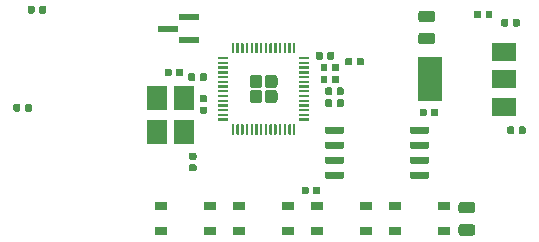
<source format=gbr>
G04 #@! TF.GenerationSoftware,KiCad,Pcbnew,5.1.5+dfsg1-2build2*
G04 #@! TF.CreationDate,2021-07-26T09:56:11+01:00*
G04 #@! TF.ProjectId,picopak,7069636f-7061-46b2-9e6b-696361645f70,rev?*
G04 #@! TF.SameCoordinates,Original*
G04 #@! TF.FileFunction,Paste,Bot*
G04 #@! TF.FilePolarity,Positive*
%FSLAX46Y46*%
G04 Gerber Fmt 4.6, Leading zero omitted, Abs format (unit mm)*
G04 Created by KiCad (PCBNEW 5.1.5+dfsg1-2build2) date 2021-07-26 09:56:11*
%MOMM*%
%LPD*%
G04 APERTURE LIST*
%ADD10C,0.100000*%
%ADD11R,1.800000X2.100000*%
%ADD12R,1.050000X0.650000*%
%ADD13R,1.750000X0.600000*%
%ADD14R,2.000000X1.500000*%
%ADD15R,2.000000X3.800000*%
G04 APERTURE END LIST*
D10*
G36*
X207046958Y-79980710D02*
G01*
X207061276Y-79982834D01*
X207075317Y-79986351D01*
X207088946Y-79991228D01*
X207102031Y-79997417D01*
X207114447Y-80004858D01*
X207126073Y-80013481D01*
X207136798Y-80023202D01*
X207146519Y-80033927D01*
X207155142Y-80045553D01*
X207162583Y-80057969D01*
X207168772Y-80071054D01*
X207173649Y-80084683D01*
X207177166Y-80098724D01*
X207179290Y-80113042D01*
X207180000Y-80127500D01*
X207180000Y-80472500D01*
X207179290Y-80486958D01*
X207177166Y-80501276D01*
X207173649Y-80515317D01*
X207168772Y-80528946D01*
X207162583Y-80542031D01*
X207155142Y-80554447D01*
X207146519Y-80566073D01*
X207136798Y-80576798D01*
X207126073Y-80586519D01*
X207114447Y-80595142D01*
X207102031Y-80602583D01*
X207088946Y-80608772D01*
X207075317Y-80613649D01*
X207061276Y-80617166D01*
X207046958Y-80619290D01*
X207032500Y-80620000D01*
X206737500Y-80620000D01*
X206723042Y-80619290D01*
X206708724Y-80617166D01*
X206694683Y-80613649D01*
X206681054Y-80608772D01*
X206667969Y-80602583D01*
X206655553Y-80595142D01*
X206643927Y-80586519D01*
X206633202Y-80576798D01*
X206623481Y-80566073D01*
X206614858Y-80554447D01*
X206607417Y-80542031D01*
X206601228Y-80528946D01*
X206596351Y-80515317D01*
X206592834Y-80501276D01*
X206590710Y-80486958D01*
X206590000Y-80472500D01*
X206590000Y-80127500D01*
X206590710Y-80113042D01*
X206592834Y-80098724D01*
X206596351Y-80084683D01*
X206601228Y-80071054D01*
X206607417Y-80057969D01*
X206614858Y-80045553D01*
X206623481Y-80033927D01*
X206633202Y-80023202D01*
X206643927Y-80013481D01*
X206655553Y-80004858D01*
X206667969Y-79997417D01*
X206681054Y-79991228D01*
X206694683Y-79986351D01*
X206708724Y-79982834D01*
X206723042Y-79980710D01*
X206737500Y-79980000D01*
X207032500Y-79980000D01*
X207046958Y-79980710D01*
G37*
G36*
X206076958Y-79980710D02*
G01*
X206091276Y-79982834D01*
X206105317Y-79986351D01*
X206118946Y-79991228D01*
X206132031Y-79997417D01*
X206144447Y-80004858D01*
X206156073Y-80013481D01*
X206166798Y-80023202D01*
X206176519Y-80033927D01*
X206185142Y-80045553D01*
X206192583Y-80057969D01*
X206198772Y-80071054D01*
X206203649Y-80084683D01*
X206207166Y-80098724D01*
X206209290Y-80113042D01*
X206210000Y-80127500D01*
X206210000Y-80472500D01*
X206209290Y-80486958D01*
X206207166Y-80501276D01*
X206203649Y-80515317D01*
X206198772Y-80528946D01*
X206192583Y-80542031D01*
X206185142Y-80554447D01*
X206176519Y-80566073D01*
X206166798Y-80576798D01*
X206156073Y-80586519D01*
X206144447Y-80595142D01*
X206132031Y-80602583D01*
X206118946Y-80608772D01*
X206105317Y-80613649D01*
X206091276Y-80617166D01*
X206076958Y-80619290D01*
X206062500Y-80620000D01*
X205767500Y-80620000D01*
X205753042Y-80619290D01*
X205738724Y-80617166D01*
X205724683Y-80613649D01*
X205711054Y-80608772D01*
X205697969Y-80602583D01*
X205685553Y-80595142D01*
X205673927Y-80586519D01*
X205663202Y-80576798D01*
X205653481Y-80566073D01*
X205644858Y-80554447D01*
X205637417Y-80542031D01*
X205631228Y-80528946D01*
X205626351Y-80515317D01*
X205622834Y-80501276D01*
X205620710Y-80486958D01*
X205620000Y-80472500D01*
X205620000Y-80127500D01*
X205620710Y-80113042D01*
X205622834Y-80098724D01*
X205626351Y-80084683D01*
X205631228Y-80071054D01*
X205637417Y-80057969D01*
X205644858Y-80045553D01*
X205653481Y-80033927D01*
X205663202Y-80023202D01*
X205673927Y-80013481D01*
X205685553Y-80004858D01*
X205697969Y-79997417D01*
X205711054Y-79991228D01*
X205724683Y-79986351D01*
X205738724Y-79982834D01*
X205753042Y-79980710D01*
X205767500Y-79980000D01*
X206062500Y-79980000D01*
X206076958Y-79980710D01*
G37*
G36*
X166446958Y-69780710D02*
G01*
X166461276Y-69782834D01*
X166475317Y-69786351D01*
X166488946Y-69791228D01*
X166502031Y-69797417D01*
X166514447Y-69804858D01*
X166526073Y-69813481D01*
X166536798Y-69823202D01*
X166546519Y-69833927D01*
X166555142Y-69845553D01*
X166562583Y-69857969D01*
X166568772Y-69871054D01*
X166573649Y-69884683D01*
X166577166Y-69898724D01*
X166579290Y-69913042D01*
X166580000Y-69927500D01*
X166580000Y-70272500D01*
X166579290Y-70286958D01*
X166577166Y-70301276D01*
X166573649Y-70315317D01*
X166568772Y-70328946D01*
X166562583Y-70342031D01*
X166555142Y-70354447D01*
X166546519Y-70366073D01*
X166536798Y-70376798D01*
X166526073Y-70386519D01*
X166514447Y-70395142D01*
X166502031Y-70402583D01*
X166488946Y-70408772D01*
X166475317Y-70413649D01*
X166461276Y-70417166D01*
X166446958Y-70419290D01*
X166432500Y-70420000D01*
X166137500Y-70420000D01*
X166123042Y-70419290D01*
X166108724Y-70417166D01*
X166094683Y-70413649D01*
X166081054Y-70408772D01*
X166067969Y-70402583D01*
X166055553Y-70395142D01*
X166043927Y-70386519D01*
X166033202Y-70376798D01*
X166023481Y-70366073D01*
X166014858Y-70354447D01*
X166007417Y-70342031D01*
X166001228Y-70328946D01*
X165996351Y-70315317D01*
X165992834Y-70301276D01*
X165990710Y-70286958D01*
X165990000Y-70272500D01*
X165990000Y-69927500D01*
X165990710Y-69913042D01*
X165992834Y-69898724D01*
X165996351Y-69884683D01*
X166001228Y-69871054D01*
X166007417Y-69857969D01*
X166014858Y-69845553D01*
X166023481Y-69833927D01*
X166033202Y-69823202D01*
X166043927Y-69813481D01*
X166055553Y-69804858D01*
X166067969Y-69797417D01*
X166081054Y-69791228D01*
X166094683Y-69786351D01*
X166108724Y-69782834D01*
X166123042Y-69780710D01*
X166137500Y-69780000D01*
X166432500Y-69780000D01*
X166446958Y-69780710D01*
G37*
G36*
X165476958Y-69780710D02*
G01*
X165491276Y-69782834D01*
X165505317Y-69786351D01*
X165518946Y-69791228D01*
X165532031Y-69797417D01*
X165544447Y-69804858D01*
X165556073Y-69813481D01*
X165566798Y-69823202D01*
X165576519Y-69833927D01*
X165585142Y-69845553D01*
X165592583Y-69857969D01*
X165598772Y-69871054D01*
X165603649Y-69884683D01*
X165607166Y-69898724D01*
X165609290Y-69913042D01*
X165610000Y-69927500D01*
X165610000Y-70272500D01*
X165609290Y-70286958D01*
X165607166Y-70301276D01*
X165603649Y-70315317D01*
X165598772Y-70328946D01*
X165592583Y-70342031D01*
X165585142Y-70354447D01*
X165576519Y-70366073D01*
X165566798Y-70376798D01*
X165556073Y-70386519D01*
X165544447Y-70395142D01*
X165532031Y-70402583D01*
X165518946Y-70408772D01*
X165505317Y-70413649D01*
X165491276Y-70417166D01*
X165476958Y-70419290D01*
X165462500Y-70420000D01*
X165167500Y-70420000D01*
X165153042Y-70419290D01*
X165138724Y-70417166D01*
X165124683Y-70413649D01*
X165111054Y-70408772D01*
X165097969Y-70402583D01*
X165085553Y-70395142D01*
X165073927Y-70386519D01*
X165063202Y-70376798D01*
X165053481Y-70366073D01*
X165044858Y-70354447D01*
X165037417Y-70342031D01*
X165031228Y-70328946D01*
X165026351Y-70315317D01*
X165022834Y-70301276D01*
X165020710Y-70286958D01*
X165020000Y-70272500D01*
X165020000Y-69927500D01*
X165020710Y-69913042D01*
X165022834Y-69898724D01*
X165026351Y-69884683D01*
X165031228Y-69871054D01*
X165037417Y-69857969D01*
X165044858Y-69845553D01*
X165053481Y-69833927D01*
X165063202Y-69823202D01*
X165073927Y-69813481D01*
X165085553Y-69804858D01*
X165097969Y-69797417D01*
X165111054Y-69791228D01*
X165124683Y-69786351D01*
X165138724Y-69782834D01*
X165153042Y-69780710D01*
X165167500Y-69780000D01*
X165462500Y-69780000D01*
X165476958Y-69780710D01*
G37*
G36*
X203276958Y-70180710D02*
G01*
X203291276Y-70182834D01*
X203305317Y-70186351D01*
X203318946Y-70191228D01*
X203332031Y-70197417D01*
X203344447Y-70204858D01*
X203356073Y-70213481D01*
X203366798Y-70223202D01*
X203376519Y-70233927D01*
X203385142Y-70245553D01*
X203392583Y-70257969D01*
X203398772Y-70271054D01*
X203403649Y-70284683D01*
X203407166Y-70298724D01*
X203409290Y-70313042D01*
X203410000Y-70327500D01*
X203410000Y-70672500D01*
X203409290Y-70686958D01*
X203407166Y-70701276D01*
X203403649Y-70715317D01*
X203398772Y-70728946D01*
X203392583Y-70742031D01*
X203385142Y-70754447D01*
X203376519Y-70766073D01*
X203366798Y-70776798D01*
X203356073Y-70786519D01*
X203344447Y-70795142D01*
X203332031Y-70802583D01*
X203318946Y-70808772D01*
X203305317Y-70813649D01*
X203291276Y-70817166D01*
X203276958Y-70819290D01*
X203262500Y-70820000D01*
X202967500Y-70820000D01*
X202953042Y-70819290D01*
X202938724Y-70817166D01*
X202924683Y-70813649D01*
X202911054Y-70808772D01*
X202897969Y-70802583D01*
X202885553Y-70795142D01*
X202873927Y-70786519D01*
X202863202Y-70776798D01*
X202853481Y-70766073D01*
X202844858Y-70754447D01*
X202837417Y-70742031D01*
X202831228Y-70728946D01*
X202826351Y-70715317D01*
X202822834Y-70701276D01*
X202820710Y-70686958D01*
X202820000Y-70672500D01*
X202820000Y-70327500D01*
X202820710Y-70313042D01*
X202822834Y-70298724D01*
X202826351Y-70284683D01*
X202831228Y-70271054D01*
X202837417Y-70257969D01*
X202844858Y-70245553D01*
X202853481Y-70233927D01*
X202863202Y-70223202D01*
X202873927Y-70213481D01*
X202885553Y-70204858D01*
X202897969Y-70197417D01*
X202911054Y-70191228D01*
X202924683Y-70186351D01*
X202938724Y-70182834D01*
X202953042Y-70180710D01*
X202967500Y-70180000D01*
X203262500Y-70180000D01*
X203276958Y-70180710D01*
G37*
G36*
X204246958Y-70180710D02*
G01*
X204261276Y-70182834D01*
X204275317Y-70186351D01*
X204288946Y-70191228D01*
X204302031Y-70197417D01*
X204314447Y-70204858D01*
X204326073Y-70213481D01*
X204336798Y-70223202D01*
X204346519Y-70233927D01*
X204355142Y-70245553D01*
X204362583Y-70257969D01*
X204368772Y-70271054D01*
X204373649Y-70284683D01*
X204377166Y-70298724D01*
X204379290Y-70313042D01*
X204380000Y-70327500D01*
X204380000Y-70672500D01*
X204379290Y-70686958D01*
X204377166Y-70701276D01*
X204373649Y-70715317D01*
X204368772Y-70728946D01*
X204362583Y-70742031D01*
X204355142Y-70754447D01*
X204346519Y-70766073D01*
X204336798Y-70776798D01*
X204326073Y-70786519D01*
X204314447Y-70795142D01*
X204302031Y-70802583D01*
X204288946Y-70808772D01*
X204275317Y-70813649D01*
X204261276Y-70817166D01*
X204246958Y-70819290D01*
X204232500Y-70820000D01*
X203937500Y-70820000D01*
X203923042Y-70819290D01*
X203908724Y-70817166D01*
X203894683Y-70813649D01*
X203881054Y-70808772D01*
X203867969Y-70802583D01*
X203855553Y-70795142D01*
X203843927Y-70786519D01*
X203833202Y-70776798D01*
X203823481Y-70766073D01*
X203814858Y-70754447D01*
X203807417Y-70742031D01*
X203801228Y-70728946D01*
X203796351Y-70715317D01*
X203792834Y-70701276D01*
X203790710Y-70686958D01*
X203790000Y-70672500D01*
X203790000Y-70327500D01*
X203790710Y-70313042D01*
X203792834Y-70298724D01*
X203796351Y-70284683D01*
X203801228Y-70271054D01*
X203807417Y-70257969D01*
X203814858Y-70245553D01*
X203823481Y-70233927D01*
X203833202Y-70223202D01*
X203843927Y-70213481D01*
X203855553Y-70204858D01*
X203867969Y-70197417D01*
X203881054Y-70191228D01*
X203894683Y-70186351D01*
X203908724Y-70182834D01*
X203923042Y-70180710D01*
X203937500Y-70180000D01*
X204232500Y-70180000D01*
X204246958Y-70180710D01*
G37*
G36*
X185954221Y-76896487D02*
G01*
X185978490Y-76900087D01*
X186002288Y-76906048D01*
X186025388Y-76914313D01*
X186047566Y-76924803D01*
X186068610Y-76937416D01*
X186088315Y-76952030D01*
X186106494Y-76968506D01*
X186122970Y-76986685D01*
X186137584Y-77006390D01*
X186150197Y-77027434D01*
X186160687Y-77049612D01*
X186168952Y-77072712D01*
X186174913Y-77096510D01*
X186178513Y-77120779D01*
X186179717Y-77145283D01*
X186179717Y-77729717D01*
X186178513Y-77754221D01*
X186174913Y-77778490D01*
X186168952Y-77802288D01*
X186160687Y-77825388D01*
X186150197Y-77847566D01*
X186137584Y-77868610D01*
X186122970Y-77888315D01*
X186106494Y-77906494D01*
X186088315Y-77922970D01*
X186068610Y-77937584D01*
X186047566Y-77950197D01*
X186025388Y-77960687D01*
X186002288Y-77968952D01*
X185978490Y-77974913D01*
X185954221Y-77978513D01*
X185929717Y-77979717D01*
X185345283Y-77979717D01*
X185320779Y-77978513D01*
X185296510Y-77974913D01*
X185272712Y-77968952D01*
X185249612Y-77960687D01*
X185227434Y-77950197D01*
X185206390Y-77937584D01*
X185186685Y-77922970D01*
X185168506Y-77906494D01*
X185152030Y-77888315D01*
X185137416Y-77868610D01*
X185124803Y-77847566D01*
X185114313Y-77825388D01*
X185106048Y-77802288D01*
X185100087Y-77778490D01*
X185096487Y-77754221D01*
X185095283Y-77729717D01*
X185095283Y-77145283D01*
X185096487Y-77120779D01*
X185100087Y-77096510D01*
X185106048Y-77072712D01*
X185114313Y-77049612D01*
X185124803Y-77027434D01*
X185137416Y-77006390D01*
X185152030Y-76986685D01*
X185168506Y-76968506D01*
X185186685Y-76952030D01*
X185206390Y-76937416D01*
X185227434Y-76924803D01*
X185249612Y-76914313D01*
X185272712Y-76906048D01*
X185296510Y-76900087D01*
X185320779Y-76896487D01*
X185345283Y-76895283D01*
X185929717Y-76895283D01*
X185954221Y-76896487D01*
G37*
G36*
X184679221Y-76896487D02*
G01*
X184703490Y-76900087D01*
X184727288Y-76906048D01*
X184750388Y-76914313D01*
X184772566Y-76924803D01*
X184793610Y-76937416D01*
X184813315Y-76952030D01*
X184831494Y-76968506D01*
X184847970Y-76986685D01*
X184862584Y-77006390D01*
X184875197Y-77027434D01*
X184885687Y-77049612D01*
X184893952Y-77072712D01*
X184899913Y-77096510D01*
X184903513Y-77120779D01*
X184904717Y-77145283D01*
X184904717Y-77729717D01*
X184903513Y-77754221D01*
X184899913Y-77778490D01*
X184893952Y-77802288D01*
X184885687Y-77825388D01*
X184875197Y-77847566D01*
X184862584Y-77868610D01*
X184847970Y-77888315D01*
X184831494Y-77906494D01*
X184813315Y-77922970D01*
X184793610Y-77937584D01*
X184772566Y-77950197D01*
X184750388Y-77960687D01*
X184727288Y-77968952D01*
X184703490Y-77974913D01*
X184679221Y-77978513D01*
X184654717Y-77979717D01*
X184070283Y-77979717D01*
X184045779Y-77978513D01*
X184021510Y-77974913D01*
X183997712Y-77968952D01*
X183974612Y-77960687D01*
X183952434Y-77950197D01*
X183931390Y-77937584D01*
X183911685Y-77922970D01*
X183893506Y-77906494D01*
X183877030Y-77888315D01*
X183862416Y-77868610D01*
X183849803Y-77847566D01*
X183839313Y-77825388D01*
X183831048Y-77802288D01*
X183825087Y-77778490D01*
X183821487Y-77754221D01*
X183820283Y-77729717D01*
X183820283Y-77145283D01*
X183821487Y-77120779D01*
X183825087Y-77096510D01*
X183831048Y-77072712D01*
X183839313Y-77049612D01*
X183849803Y-77027434D01*
X183862416Y-77006390D01*
X183877030Y-76986685D01*
X183893506Y-76968506D01*
X183911685Y-76952030D01*
X183931390Y-76937416D01*
X183952434Y-76924803D01*
X183974612Y-76914313D01*
X183997712Y-76906048D01*
X184021510Y-76900087D01*
X184045779Y-76896487D01*
X184070283Y-76895283D01*
X184654717Y-76895283D01*
X184679221Y-76896487D01*
G37*
G36*
X185954221Y-75621487D02*
G01*
X185978490Y-75625087D01*
X186002288Y-75631048D01*
X186025388Y-75639313D01*
X186047566Y-75649803D01*
X186068610Y-75662416D01*
X186088315Y-75677030D01*
X186106494Y-75693506D01*
X186122970Y-75711685D01*
X186137584Y-75731390D01*
X186150197Y-75752434D01*
X186160687Y-75774612D01*
X186168952Y-75797712D01*
X186174913Y-75821510D01*
X186178513Y-75845779D01*
X186179717Y-75870283D01*
X186179717Y-76454717D01*
X186178513Y-76479221D01*
X186174913Y-76503490D01*
X186168952Y-76527288D01*
X186160687Y-76550388D01*
X186150197Y-76572566D01*
X186137584Y-76593610D01*
X186122970Y-76613315D01*
X186106494Y-76631494D01*
X186088315Y-76647970D01*
X186068610Y-76662584D01*
X186047566Y-76675197D01*
X186025388Y-76685687D01*
X186002288Y-76693952D01*
X185978490Y-76699913D01*
X185954221Y-76703513D01*
X185929717Y-76704717D01*
X185345283Y-76704717D01*
X185320779Y-76703513D01*
X185296510Y-76699913D01*
X185272712Y-76693952D01*
X185249612Y-76685687D01*
X185227434Y-76675197D01*
X185206390Y-76662584D01*
X185186685Y-76647970D01*
X185168506Y-76631494D01*
X185152030Y-76613315D01*
X185137416Y-76593610D01*
X185124803Y-76572566D01*
X185114313Y-76550388D01*
X185106048Y-76527288D01*
X185100087Y-76503490D01*
X185096487Y-76479221D01*
X185095283Y-76454717D01*
X185095283Y-75870283D01*
X185096487Y-75845779D01*
X185100087Y-75821510D01*
X185106048Y-75797712D01*
X185114313Y-75774612D01*
X185124803Y-75752434D01*
X185137416Y-75731390D01*
X185152030Y-75711685D01*
X185168506Y-75693506D01*
X185186685Y-75677030D01*
X185206390Y-75662416D01*
X185227434Y-75649803D01*
X185249612Y-75639313D01*
X185272712Y-75631048D01*
X185296510Y-75625087D01*
X185320779Y-75621487D01*
X185345283Y-75620283D01*
X185929717Y-75620283D01*
X185954221Y-75621487D01*
G37*
G36*
X184679221Y-75621487D02*
G01*
X184703490Y-75625087D01*
X184727288Y-75631048D01*
X184750388Y-75639313D01*
X184772566Y-75649803D01*
X184793610Y-75662416D01*
X184813315Y-75677030D01*
X184831494Y-75693506D01*
X184847970Y-75711685D01*
X184862584Y-75731390D01*
X184875197Y-75752434D01*
X184885687Y-75774612D01*
X184893952Y-75797712D01*
X184899913Y-75821510D01*
X184903513Y-75845779D01*
X184904717Y-75870283D01*
X184904717Y-76454717D01*
X184903513Y-76479221D01*
X184899913Y-76503490D01*
X184893952Y-76527288D01*
X184885687Y-76550388D01*
X184875197Y-76572566D01*
X184862584Y-76593610D01*
X184847970Y-76613315D01*
X184831494Y-76631494D01*
X184813315Y-76647970D01*
X184793610Y-76662584D01*
X184772566Y-76675197D01*
X184750388Y-76685687D01*
X184727288Y-76693952D01*
X184703490Y-76699913D01*
X184679221Y-76703513D01*
X184654717Y-76704717D01*
X184070283Y-76704717D01*
X184045779Y-76703513D01*
X184021510Y-76699913D01*
X183997712Y-76693952D01*
X183974612Y-76685687D01*
X183952434Y-76675197D01*
X183931390Y-76662584D01*
X183911685Y-76647970D01*
X183893506Y-76631494D01*
X183877030Y-76613315D01*
X183862416Y-76593610D01*
X183849803Y-76572566D01*
X183839313Y-76550388D01*
X183831048Y-76527288D01*
X183825087Y-76503490D01*
X183821487Y-76479221D01*
X183820283Y-76454717D01*
X183820283Y-75870283D01*
X183821487Y-75845779D01*
X183825087Y-75821510D01*
X183831048Y-75797712D01*
X183839313Y-75774612D01*
X183849803Y-75752434D01*
X183862416Y-75731390D01*
X183877030Y-75711685D01*
X183893506Y-75693506D01*
X183911685Y-75677030D01*
X183931390Y-75662416D01*
X183952434Y-75649803D01*
X183974612Y-75639313D01*
X183997712Y-75631048D01*
X184021510Y-75625087D01*
X184045779Y-75621487D01*
X184070283Y-75620283D01*
X184654717Y-75620283D01*
X184679221Y-75621487D01*
G37*
G36*
X187654901Y-79800241D02*
G01*
X187659755Y-79800961D01*
X187664514Y-79802153D01*
X187669134Y-79803806D01*
X187673570Y-79805904D01*
X187677779Y-79808427D01*
X187681720Y-79811349D01*
X187685355Y-79814645D01*
X187688651Y-79818280D01*
X187691573Y-79822221D01*
X187694096Y-79826430D01*
X187696194Y-79830866D01*
X187697847Y-79835486D01*
X187699039Y-79840245D01*
X187699759Y-79845099D01*
X187700000Y-79850000D01*
X187700000Y-80625000D01*
X187699759Y-80629901D01*
X187699039Y-80634755D01*
X187697847Y-80639514D01*
X187696194Y-80644134D01*
X187694096Y-80648570D01*
X187691573Y-80652779D01*
X187688651Y-80656720D01*
X187685355Y-80660355D01*
X187681720Y-80663651D01*
X187677779Y-80666573D01*
X187673570Y-80669096D01*
X187669134Y-80671194D01*
X187664514Y-80672847D01*
X187659755Y-80674039D01*
X187654901Y-80674759D01*
X187650000Y-80675000D01*
X187550000Y-80675000D01*
X187545099Y-80674759D01*
X187540245Y-80674039D01*
X187535486Y-80672847D01*
X187530866Y-80671194D01*
X187526430Y-80669096D01*
X187522221Y-80666573D01*
X187518280Y-80663651D01*
X187514645Y-80660355D01*
X187511349Y-80656720D01*
X187508427Y-80652779D01*
X187505904Y-80648570D01*
X187503806Y-80644134D01*
X187502153Y-80639514D01*
X187500961Y-80634755D01*
X187500241Y-80629901D01*
X187500000Y-80625000D01*
X187500000Y-79850000D01*
X187500241Y-79845099D01*
X187500961Y-79840245D01*
X187502153Y-79835486D01*
X187503806Y-79830866D01*
X187505904Y-79826430D01*
X187508427Y-79822221D01*
X187511349Y-79818280D01*
X187514645Y-79814645D01*
X187518280Y-79811349D01*
X187522221Y-79808427D01*
X187526430Y-79805904D01*
X187530866Y-79803806D01*
X187535486Y-79802153D01*
X187540245Y-79800961D01*
X187545099Y-79800241D01*
X187550000Y-79800000D01*
X187650000Y-79800000D01*
X187654901Y-79800241D01*
G37*
G36*
X187254901Y-79800241D02*
G01*
X187259755Y-79800961D01*
X187264514Y-79802153D01*
X187269134Y-79803806D01*
X187273570Y-79805904D01*
X187277779Y-79808427D01*
X187281720Y-79811349D01*
X187285355Y-79814645D01*
X187288651Y-79818280D01*
X187291573Y-79822221D01*
X187294096Y-79826430D01*
X187296194Y-79830866D01*
X187297847Y-79835486D01*
X187299039Y-79840245D01*
X187299759Y-79845099D01*
X187300000Y-79850000D01*
X187300000Y-80625000D01*
X187299759Y-80629901D01*
X187299039Y-80634755D01*
X187297847Y-80639514D01*
X187296194Y-80644134D01*
X187294096Y-80648570D01*
X187291573Y-80652779D01*
X187288651Y-80656720D01*
X187285355Y-80660355D01*
X187281720Y-80663651D01*
X187277779Y-80666573D01*
X187273570Y-80669096D01*
X187269134Y-80671194D01*
X187264514Y-80672847D01*
X187259755Y-80674039D01*
X187254901Y-80674759D01*
X187250000Y-80675000D01*
X187150000Y-80675000D01*
X187145099Y-80674759D01*
X187140245Y-80674039D01*
X187135486Y-80672847D01*
X187130866Y-80671194D01*
X187126430Y-80669096D01*
X187122221Y-80666573D01*
X187118280Y-80663651D01*
X187114645Y-80660355D01*
X187111349Y-80656720D01*
X187108427Y-80652779D01*
X187105904Y-80648570D01*
X187103806Y-80644134D01*
X187102153Y-80639514D01*
X187100961Y-80634755D01*
X187100241Y-80629901D01*
X187100000Y-80625000D01*
X187100000Y-79850000D01*
X187100241Y-79845099D01*
X187100961Y-79840245D01*
X187102153Y-79835486D01*
X187103806Y-79830866D01*
X187105904Y-79826430D01*
X187108427Y-79822221D01*
X187111349Y-79818280D01*
X187114645Y-79814645D01*
X187118280Y-79811349D01*
X187122221Y-79808427D01*
X187126430Y-79805904D01*
X187130866Y-79803806D01*
X187135486Y-79802153D01*
X187140245Y-79800961D01*
X187145099Y-79800241D01*
X187150000Y-79800000D01*
X187250000Y-79800000D01*
X187254901Y-79800241D01*
G37*
G36*
X186854901Y-79800241D02*
G01*
X186859755Y-79800961D01*
X186864514Y-79802153D01*
X186869134Y-79803806D01*
X186873570Y-79805904D01*
X186877779Y-79808427D01*
X186881720Y-79811349D01*
X186885355Y-79814645D01*
X186888651Y-79818280D01*
X186891573Y-79822221D01*
X186894096Y-79826430D01*
X186896194Y-79830866D01*
X186897847Y-79835486D01*
X186899039Y-79840245D01*
X186899759Y-79845099D01*
X186900000Y-79850000D01*
X186900000Y-80625000D01*
X186899759Y-80629901D01*
X186899039Y-80634755D01*
X186897847Y-80639514D01*
X186896194Y-80644134D01*
X186894096Y-80648570D01*
X186891573Y-80652779D01*
X186888651Y-80656720D01*
X186885355Y-80660355D01*
X186881720Y-80663651D01*
X186877779Y-80666573D01*
X186873570Y-80669096D01*
X186869134Y-80671194D01*
X186864514Y-80672847D01*
X186859755Y-80674039D01*
X186854901Y-80674759D01*
X186850000Y-80675000D01*
X186750000Y-80675000D01*
X186745099Y-80674759D01*
X186740245Y-80674039D01*
X186735486Y-80672847D01*
X186730866Y-80671194D01*
X186726430Y-80669096D01*
X186722221Y-80666573D01*
X186718280Y-80663651D01*
X186714645Y-80660355D01*
X186711349Y-80656720D01*
X186708427Y-80652779D01*
X186705904Y-80648570D01*
X186703806Y-80644134D01*
X186702153Y-80639514D01*
X186700961Y-80634755D01*
X186700241Y-80629901D01*
X186700000Y-80625000D01*
X186700000Y-79850000D01*
X186700241Y-79845099D01*
X186700961Y-79840245D01*
X186702153Y-79835486D01*
X186703806Y-79830866D01*
X186705904Y-79826430D01*
X186708427Y-79822221D01*
X186711349Y-79818280D01*
X186714645Y-79814645D01*
X186718280Y-79811349D01*
X186722221Y-79808427D01*
X186726430Y-79805904D01*
X186730866Y-79803806D01*
X186735486Y-79802153D01*
X186740245Y-79800961D01*
X186745099Y-79800241D01*
X186750000Y-79800000D01*
X186850000Y-79800000D01*
X186854901Y-79800241D01*
G37*
G36*
X186454901Y-79800241D02*
G01*
X186459755Y-79800961D01*
X186464514Y-79802153D01*
X186469134Y-79803806D01*
X186473570Y-79805904D01*
X186477779Y-79808427D01*
X186481720Y-79811349D01*
X186485355Y-79814645D01*
X186488651Y-79818280D01*
X186491573Y-79822221D01*
X186494096Y-79826430D01*
X186496194Y-79830866D01*
X186497847Y-79835486D01*
X186499039Y-79840245D01*
X186499759Y-79845099D01*
X186500000Y-79850000D01*
X186500000Y-80625000D01*
X186499759Y-80629901D01*
X186499039Y-80634755D01*
X186497847Y-80639514D01*
X186496194Y-80644134D01*
X186494096Y-80648570D01*
X186491573Y-80652779D01*
X186488651Y-80656720D01*
X186485355Y-80660355D01*
X186481720Y-80663651D01*
X186477779Y-80666573D01*
X186473570Y-80669096D01*
X186469134Y-80671194D01*
X186464514Y-80672847D01*
X186459755Y-80674039D01*
X186454901Y-80674759D01*
X186450000Y-80675000D01*
X186350000Y-80675000D01*
X186345099Y-80674759D01*
X186340245Y-80674039D01*
X186335486Y-80672847D01*
X186330866Y-80671194D01*
X186326430Y-80669096D01*
X186322221Y-80666573D01*
X186318280Y-80663651D01*
X186314645Y-80660355D01*
X186311349Y-80656720D01*
X186308427Y-80652779D01*
X186305904Y-80648570D01*
X186303806Y-80644134D01*
X186302153Y-80639514D01*
X186300961Y-80634755D01*
X186300241Y-80629901D01*
X186300000Y-80625000D01*
X186300000Y-79850000D01*
X186300241Y-79845099D01*
X186300961Y-79840245D01*
X186302153Y-79835486D01*
X186303806Y-79830866D01*
X186305904Y-79826430D01*
X186308427Y-79822221D01*
X186311349Y-79818280D01*
X186314645Y-79814645D01*
X186318280Y-79811349D01*
X186322221Y-79808427D01*
X186326430Y-79805904D01*
X186330866Y-79803806D01*
X186335486Y-79802153D01*
X186340245Y-79800961D01*
X186345099Y-79800241D01*
X186350000Y-79800000D01*
X186450000Y-79800000D01*
X186454901Y-79800241D01*
G37*
G36*
X186054901Y-79800241D02*
G01*
X186059755Y-79800961D01*
X186064514Y-79802153D01*
X186069134Y-79803806D01*
X186073570Y-79805904D01*
X186077779Y-79808427D01*
X186081720Y-79811349D01*
X186085355Y-79814645D01*
X186088651Y-79818280D01*
X186091573Y-79822221D01*
X186094096Y-79826430D01*
X186096194Y-79830866D01*
X186097847Y-79835486D01*
X186099039Y-79840245D01*
X186099759Y-79845099D01*
X186100000Y-79850000D01*
X186100000Y-80625000D01*
X186099759Y-80629901D01*
X186099039Y-80634755D01*
X186097847Y-80639514D01*
X186096194Y-80644134D01*
X186094096Y-80648570D01*
X186091573Y-80652779D01*
X186088651Y-80656720D01*
X186085355Y-80660355D01*
X186081720Y-80663651D01*
X186077779Y-80666573D01*
X186073570Y-80669096D01*
X186069134Y-80671194D01*
X186064514Y-80672847D01*
X186059755Y-80674039D01*
X186054901Y-80674759D01*
X186050000Y-80675000D01*
X185950000Y-80675000D01*
X185945099Y-80674759D01*
X185940245Y-80674039D01*
X185935486Y-80672847D01*
X185930866Y-80671194D01*
X185926430Y-80669096D01*
X185922221Y-80666573D01*
X185918280Y-80663651D01*
X185914645Y-80660355D01*
X185911349Y-80656720D01*
X185908427Y-80652779D01*
X185905904Y-80648570D01*
X185903806Y-80644134D01*
X185902153Y-80639514D01*
X185900961Y-80634755D01*
X185900241Y-80629901D01*
X185900000Y-80625000D01*
X185900000Y-79850000D01*
X185900241Y-79845099D01*
X185900961Y-79840245D01*
X185902153Y-79835486D01*
X185903806Y-79830866D01*
X185905904Y-79826430D01*
X185908427Y-79822221D01*
X185911349Y-79818280D01*
X185914645Y-79814645D01*
X185918280Y-79811349D01*
X185922221Y-79808427D01*
X185926430Y-79805904D01*
X185930866Y-79803806D01*
X185935486Y-79802153D01*
X185940245Y-79800961D01*
X185945099Y-79800241D01*
X185950000Y-79800000D01*
X186050000Y-79800000D01*
X186054901Y-79800241D01*
G37*
G36*
X185654901Y-79800241D02*
G01*
X185659755Y-79800961D01*
X185664514Y-79802153D01*
X185669134Y-79803806D01*
X185673570Y-79805904D01*
X185677779Y-79808427D01*
X185681720Y-79811349D01*
X185685355Y-79814645D01*
X185688651Y-79818280D01*
X185691573Y-79822221D01*
X185694096Y-79826430D01*
X185696194Y-79830866D01*
X185697847Y-79835486D01*
X185699039Y-79840245D01*
X185699759Y-79845099D01*
X185700000Y-79850000D01*
X185700000Y-80625000D01*
X185699759Y-80629901D01*
X185699039Y-80634755D01*
X185697847Y-80639514D01*
X185696194Y-80644134D01*
X185694096Y-80648570D01*
X185691573Y-80652779D01*
X185688651Y-80656720D01*
X185685355Y-80660355D01*
X185681720Y-80663651D01*
X185677779Y-80666573D01*
X185673570Y-80669096D01*
X185669134Y-80671194D01*
X185664514Y-80672847D01*
X185659755Y-80674039D01*
X185654901Y-80674759D01*
X185650000Y-80675000D01*
X185550000Y-80675000D01*
X185545099Y-80674759D01*
X185540245Y-80674039D01*
X185535486Y-80672847D01*
X185530866Y-80671194D01*
X185526430Y-80669096D01*
X185522221Y-80666573D01*
X185518280Y-80663651D01*
X185514645Y-80660355D01*
X185511349Y-80656720D01*
X185508427Y-80652779D01*
X185505904Y-80648570D01*
X185503806Y-80644134D01*
X185502153Y-80639514D01*
X185500961Y-80634755D01*
X185500241Y-80629901D01*
X185500000Y-80625000D01*
X185500000Y-79850000D01*
X185500241Y-79845099D01*
X185500961Y-79840245D01*
X185502153Y-79835486D01*
X185503806Y-79830866D01*
X185505904Y-79826430D01*
X185508427Y-79822221D01*
X185511349Y-79818280D01*
X185514645Y-79814645D01*
X185518280Y-79811349D01*
X185522221Y-79808427D01*
X185526430Y-79805904D01*
X185530866Y-79803806D01*
X185535486Y-79802153D01*
X185540245Y-79800961D01*
X185545099Y-79800241D01*
X185550000Y-79800000D01*
X185650000Y-79800000D01*
X185654901Y-79800241D01*
G37*
G36*
X185254901Y-79800241D02*
G01*
X185259755Y-79800961D01*
X185264514Y-79802153D01*
X185269134Y-79803806D01*
X185273570Y-79805904D01*
X185277779Y-79808427D01*
X185281720Y-79811349D01*
X185285355Y-79814645D01*
X185288651Y-79818280D01*
X185291573Y-79822221D01*
X185294096Y-79826430D01*
X185296194Y-79830866D01*
X185297847Y-79835486D01*
X185299039Y-79840245D01*
X185299759Y-79845099D01*
X185300000Y-79850000D01*
X185300000Y-80625000D01*
X185299759Y-80629901D01*
X185299039Y-80634755D01*
X185297847Y-80639514D01*
X185296194Y-80644134D01*
X185294096Y-80648570D01*
X185291573Y-80652779D01*
X185288651Y-80656720D01*
X185285355Y-80660355D01*
X185281720Y-80663651D01*
X185277779Y-80666573D01*
X185273570Y-80669096D01*
X185269134Y-80671194D01*
X185264514Y-80672847D01*
X185259755Y-80674039D01*
X185254901Y-80674759D01*
X185250000Y-80675000D01*
X185150000Y-80675000D01*
X185145099Y-80674759D01*
X185140245Y-80674039D01*
X185135486Y-80672847D01*
X185130866Y-80671194D01*
X185126430Y-80669096D01*
X185122221Y-80666573D01*
X185118280Y-80663651D01*
X185114645Y-80660355D01*
X185111349Y-80656720D01*
X185108427Y-80652779D01*
X185105904Y-80648570D01*
X185103806Y-80644134D01*
X185102153Y-80639514D01*
X185100961Y-80634755D01*
X185100241Y-80629901D01*
X185100000Y-80625000D01*
X185100000Y-79850000D01*
X185100241Y-79845099D01*
X185100961Y-79840245D01*
X185102153Y-79835486D01*
X185103806Y-79830866D01*
X185105904Y-79826430D01*
X185108427Y-79822221D01*
X185111349Y-79818280D01*
X185114645Y-79814645D01*
X185118280Y-79811349D01*
X185122221Y-79808427D01*
X185126430Y-79805904D01*
X185130866Y-79803806D01*
X185135486Y-79802153D01*
X185140245Y-79800961D01*
X185145099Y-79800241D01*
X185150000Y-79800000D01*
X185250000Y-79800000D01*
X185254901Y-79800241D01*
G37*
G36*
X184854901Y-79800241D02*
G01*
X184859755Y-79800961D01*
X184864514Y-79802153D01*
X184869134Y-79803806D01*
X184873570Y-79805904D01*
X184877779Y-79808427D01*
X184881720Y-79811349D01*
X184885355Y-79814645D01*
X184888651Y-79818280D01*
X184891573Y-79822221D01*
X184894096Y-79826430D01*
X184896194Y-79830866D01*
X184897847Y-79835486D01*
X184899039Y-79840245D01*
X184899759Y-79845099D01*
X184900000Y-79850000D01*
X184900000Y-80625000D01*
X184899759Y-80629901D01*
X184899039Y-80634755D01*
X184897847Y-80639514D01*
X184896194Y-80644134D01*
X184894096Y-80648570D01*
X184891573Y-80652779D01*
X184888651Y-80656720D01*
X184885355Y-80660355D01*
X184881720Y-80663651D01*
X184877779Y-80666573D01*
X184873570Y-80669096D01*
X184869134Y-80671194D01*
X184864514Y-80672847D01*
X184859755Y-80674039D01*
X184854901Y-80674759D01*
X184850000Y-80675000D01*
X184750000Y-80675000D01*
X184745099Y-80674759D01*
X184740245Y-80674039D01*
X184735486Y-80672847D01*
X184730866Y-80671194D01*
X184726430Y-80669096D01*
X184722221Y-80666573D01*
X184718280Y-80663651D01*
X184714645Y-80660355D01*
X184711349Y-80656720D01*
X184708427Y-80652779D01*
X184705904Y-80648570D01*
X184703806Y-80644134D01*
X184702153Y-80639514D01*
X184700961Y-80634755D01*
X184700241Y-80629901D01*
X184700000Y-80625000D01*
X184700000Y-79850000D01*
X184700241Y-79845099D01*
X184700961Y-79840245D01*
X184702153Y-79835486D01*
X184703806Y-79830866D01*
X184705904Y-79826430D01*
X184708427Y-79822221D01*
X184711349Y-79818280D01*
X184714645Y-79814645D01*
X184718280Y-79811349D01*
X184722221Y-79808427D01*
X184726430Y-79805904D01*
X184730866Y-79803806D01*
X184735486Y-79802153D01*
X184740245Y-79800961D01*
X184745099Y-79800241D01*
X184750000Y-79800000D01*
X184850000Y-79800000D01*
X184854901Y-79800241D01*
G37*
G36*
X184454901Y-79800241D02*
G01*
X184459755Y-79800961D01*
X184464514Y-79802153D01*
X184469134Y-79803806D01*
X184473570Y-79805904D01*
X184477779Y-79808427D01*
X184481720Y-79811349D01*
X184485355Y-79814645D01*
X184488651Y-79818280D01*
X184491573Y-79822221D01*
X184494096Y-79826430D01*
X184496194Y-79830866D01*
X184497847Y-79835486D01*
X184499039Y-79840245D01*
X184499759Y-79845099D01*
X184500000Y-79850000D01*
X184500000Y-80625000D01*
X184499759Y-80629901D01*
X184499039Y-80634755D01*
X184497847Y-80639514D01*
X184496194Y-80644134D01*
X184494096Y-80648570D01*
X184491573Y-80652779D01*
X184488651Y-80656720D01*
X184485355Y-80660355D01*
X184481720Y-80663651D01*
X184477779Y-80666573D01*
X184473570Y-80669096D01*
X184469134Y-80671194D01*
X184464514Y-80672847D01*
X184459755Y-80674039D01*
X184454901Y-80674759D01*
X184450000Y-80675000D01*
X184350000Y-80675000D01*
X184345099Y-80674759D01*
X184340245Y-80674039D01*
X184335486Y-80672847D01*
X184330866Y-80671194D01*
X184326430Y-80669096D01*
X184322221Y-80666573D01*
X184318280Y-80663651D01*
X184314645Y-80660355D01*
X184311349Y-80656720D01*
X184308427Y-80652779D01*
X184305904Y-80648570D01*
X184303806Y-80644134D01*
X184302153Y-80639514D01*
X184300961Y-80634755D01*
X184300241Y-80629901D01*
X184300000Y-80625000D01*
X184300000Y-79850000D01*
X184300241Y-79845099D01*
X184300961Y-79840245D01*
X184302153Y-79835486D01*
X184303806Y-79830866D01*
X184305904Y-79826430D01*
X184308427Y-79822221D01*
X184311349Y-79818280D01*
X184314645Y-79814645D01*
X184318280Y-79811349D01*
X184322221Y-79808427D01*
X184326430Y-79805904D01*
X184330866Y-79803806D01*
X184335486Y-79802153D01*
X184340245Y-79800961D01*
X184345099Y-79800241D01*
X184350000Y-79800000D01*
X184450000Y-79800000D01*
X184454901Y-79800241D01*
G37*
G36*
X184054901Y-79800241D02*
G01*
X184059755Y-79800961D01*
X184064514Y-79802153D01*
X184069134Y-79803806D01*
X184073570Y-79805904D01*
X184077779Y-79808427D01*
X184081720Y-79811349D01*
X184085355Y-79814645D01*
X184088651Y-79818280D01*
X184091573Y-79822221D01*
X184094096Y-79826430D01*
X184096194Y-79830866D01*
X184097847Y-79835486D01*
X184099039Y-79840245D01*
X184099759Y-79845099D01*
X184100000Y-79850000D01*
X184100000Y-80625000D01*
X184099759Y-80629901D01*
X184099039Y-80634755D01*
X184097847Y-80639514D01*
X184096194Y-80644134D01*
X184094096Y-80648570D01*
X184091573Y-80652779D01*
X184088651Y-80656720D01*
X184085355Y-80660355D01*
X184081720Y-80663651D01*
X184077779Y-80666573D01*
X184073570Y-80669096D01*
X184069134Y-80671194D01*
X184064514Y-80672847D01*
X184059755Y-80674039D01*
X184054901Y-80674759D01*
X184050000Y-80675000D01*
X183950000Y-80675000D01*
X183945099Y-80674759D01*
X183940245Y-80674039D01*
X183935486Y-80672847D01*
X183930866Y-80671194D01*
X183926430Y-80669096D01*
X183922221Y-80666573D01*
X183918280Y-80663651D01*
X183914645Y-80660355D01*
X183911349Y-80656720D01*
X183908427Y-80652779D01*
X183905904Y-80648570D01*
X183903806Y-80644134D01*
X183902153Y-80639514D01*
X183900961Y-80634755D01*
X183900241Y-80629901D01*
X183900000Y-80625000D01*
X183900000Y-79850000D01*
X183900241Y-79845099D01*
X183900961Y-79840245D01*
X183902153Y-79835486D01*
X183903806Y-79830866D01*
X183905904Y-79826430D01*
X183908427Y-79822221D01*
X183911349Y-79818280D01*
X183914645Y-79814645D01*
X183918280Y-79811349D01*
X183922221Y-79808427D01*
X183926430Y-79805904D01*
X183930866Y-79803806D01*
X183935486Y-79802153D01*
X183940245Y-79800961D01*
X183945099Y-79800241D01*
X183950000Y-79800000D01*
X184050000Y-79800000D01*
X184054901Y-79800241D01*
G37*
G36*
X183654901Y-79800241D02*
G01*
X183659755Y-79800961D01*
X183664514Y-79802153D01*
X183669134Y-79803806D01*
X183673570Y-79805904D01*
X183677779Y-79808427D01*
X183681720Y-79811349D01*
X183685355Y-79814645D01*
X183688651Y-79818280D01*
X183691573Y-79822221D01*
X183694096Y-79826430D01*
X183696194Y-79830866D01*
X183697847Y-79835486D01*
X183699039Y-79840245D01*
X183699759Y-79845099D01*
X183700000Y-79850000D01*
X183700000Y-80625000D01*
X183699759Y-80629901D01*
X183699039Y-80634755D01*
X183697847Y-80639514D01*
X183696194Y-80644134D01*
X183694096Y-80648570D01*
X183691573Y-80652779D01*
X183688651Y-80656720D01*
X183685355Y-80660355D01*
X183681720Y-80663651D01*
X183677779Y-80666573D01*
X183673570Y-80669096D01*
X183669134Y-80671194D01*
X183664514Y-80672847D01*
X183659755Y-80674039D01*
X183654901Y-80674759D01*
X183650000Y-80675000D01*
X183550000Y-80675000D01*
X183545099Y-80674759D01*
X183540245Y-80674039D01*
X183535486Y-80672847D01*
X183530866Y-80671194D01*
X183526430Y-80669096D01*
X183522221Y-80666573D01*
X183518280Y-80663651D01*
X183514645Y-80660355D01*
X183511349Y-80656720D01*
X183508427Y-80652779D01*
X183505904Y-80648570D01*
X183503806Y-80644134D01*
X183502153Y-80639514D01*
X183500961Y-80634755D01*
X183500241Y-80629901D01*
X183500000Y-80625000D01*
X183500000Y-79850000D01*
X183500241Y-79845099D01*
X183500961Y-79840245D01*
X183502153Y-79835486D01*
X183503806Y-79830866D01*
X183505904Y-79826430D01*
X183508427Y-79822221D01*
X183511349Y-79818280D01*
X183514645Y-79814645D01*
X183518280Y-79811349D01*
X183522221Y-79808427D01*
X183526430Y-79805904D01*
X183530866Y-79803806D01*
X183535486Y-79802153D01*
X183540245Y-79800961D01*
X183545099Y-79800241D01*
X183550000Y-79800000D01*
X183650000Y-79800000D01*
X183654901Y-79800241D01*
G37*
G36*
X183254901Y-79800241D02*
G01*
X183259755Y-79800961D01*
X183264514Y-79802153D01*
X183269134Y-79803806D01*
X183273570Y-79805904D01*
X183277779Y-79808427D01*
X183281720Y-79811349D01*
X183285355Y-79814645D01*
X183288651Y-79818280D01*
X183291573Y-79822221D01*
X183294096Y-79826430D01*
X183296194Y-79830866D01*
X183297847Y-79835486D01*
X183299039Y-79840245D01*
X183299759Y-79845099D01*
X183300000Y-79850000D01*
X183300000Y-80625000D01*
X183299759Y-80629901D01*
X183299039Y-80634755D01*
X183297847Y-80639514D01*
X183296194Y-80644134D01*
X183294096Y-80648570D01*
X183291573Y-80652779D01*
X183288651Y-80656720D01*
X183285355Y-80660355D01*
X183281720Y-80663651D01*
X183277779Y-80666573D01*
X183273570Y-80669096D01*
X183269134Y-80671194D01*
X183264514Y-80672847D01*
X183259755Y-80674039D01*
X183254901Y-80674759D01*
X183250000Y-80675000D01*
X183150000Y-80675000D01*
X183145099Y-80674759D01*
X183140245Y-80674039D01*
X183135486Y-80672847D01*
X183130866Y-80671194D01*
X183126430Y-80669096D01*
X183122221Y-80666573D01*
X183118280Y-80663651D01*
X183114645Y-80660355D01*
X183111349Y-80656720D01*
X183108427Y-80652779D01*
X183105904Y-80648570D01*
X183103806Y-80644134D01*
X183102153Y-80639514D01*
X183100961Y-80634755D01*
X183100241Y-80629901D01*
X183100000Y-80625000D01*
X183100000Y-79850000D01*
X183100241Y-79845099D01*
X183100961Y-79840245D01*
X183102153Y-79835486D01*
X183103806Y-79830866D01*
X183105904Y-79826430D01*
X183108427Y-79822221D01*
X183111349Y-79818280D01*
X183114645Y-79814645D01*
X183118280Y-79811349D01*
X183122221Y-79808427D01*
X183126430Y-79805904D01*
X183130866Y-79803806D01*
X183135486Y-79802153D01*
X183140245Y-79800961D01*
X183145099Y-79800241D01*
X183150000Y-79800000D01*
X183250000Y-79800000D01*
X183254901Y-79800241D01*
G37*
G36*
X182854901Y-79800241D02*
G01*
X182859755Y-79800961D01*
X182864514Y-79802153D01*
X182869134Y-79803806D01*
X182873570Y-79805904D01*
X182877779Y-79808427D01*
X182881720Y-79811349D01*
X182885355Y-79814645D01*
X182888651Y-79818280D01*
X182891573Y-79822221D01*
X182894096Y-79826430D01*
X182896194Y-79830866D01*
X182897847Y-79835486D01*
X182899039Y-79840245D01*
X182899759Y-79845099D01*
X182900000Y-79850000D01*
X182900000Y-80625000D01*
X182899759Y-80629901D01*
X182899039Y-80634755D01*
X182897847Y-80639514D01*
X182896194Y-80644134D01*
X182894096Y-80648570D01*
X182891573Y-80652779D01*
X182888651Y-80656720D01*
X182885355Y-80660355D01*
X182881720Y-80663651D01*
X182877779Y-80666573D01*
X182873570Y-80669096D01*
X182869134Y-80671194D01*
X182864514Y-80672847D01*
X182859755Y-80674039D01*
X182854901Y-80674759D01*
X182850000Y-80675000D01*
X182750000Y-80675000D01*
X182745099Y-80674759D01*
X182740245Y-80674039D01*
X182735486Y-80672847D01*
X182730866Y-80671194D01*
X182726430Y-80669096D01*
X182722221Y-80666573D01*
X182718280Y-80663651D01*
X182714645Y-80660355D01*
X182711349Y-80656720D01*
X182708427Y-80652779D01*
X182705904Y-80648570D01*
X182703806Y-80644134D01*
X182702153Y-80639514D01*
X182700961Y-80634755D01*
X182700241Y-80629901D01*
X182700000Y-80625000D01*
X182700000Y-79850000D01*
X182700241Y-79845099D01*
X182700961Y-79840245D01*
X182702153Y-79835486D01*
X182703806Y-79830866D01*
X182705904Y-79826430D01*
X182708427Y-79822221D01*
X182711349Y-79818280D01*
X182714645Y-79814645D01*
X182718280Y-79811349D01*
X182722221Y-79808427D01*
X182726430Y-79805904D01*
X182730866Y-79803806D01*
X182735486Y-79802153D01*
X182740245Y-79800961D01*
X182745099Y-79800241D01*
X182750000Y-79800000D01*
X182850000Y-79800000D01*
X182854901Y-79800241D01*
G37*
G36*
X182454901Y-79800241D02*
G01*
X182459755Y-79800961D01*
X182464514Y-79802153D01*
X182469134Y-79803806D01*
X182473570Y-79805904D01*
X182477779Y-79808427D01*
X182481720Y-79811349D01*
X182485355Y-79814645D01*
X182488651Y-79818280D01*
X182491573Y-79822221D01*
X182494096Y-79826430D01*
X182496194Y-79830866D01*
X182497847Y-79835486D01*
X182499039Y-79840245D01*
X182499759Y-79845099D01*
X182500000Y-79850000D01*
X182500000Y-80625000D01*
X182499759Y-80629901D01*
X182499039Y-80634755D01*
X182497847Y-80639514D01*
X182496194Y-80644134D01*
X182494096Y-80648570D01*
X182491573Y-80652779D01*
X182488651Y-80656720D01*
X182485355Y-80660355D01*
X182481720Y-80663651D01*
X182477779Y-80666573D01*
X182473570Y-80669096D01*
X182469134Y-80671194D01*
X182464514Y-80672847D01*
X182459755Y-80674039D01*
X182454901Y-80674759D01*
X182450000Y-80675000D01*
X182350000Y-80675000D01*
X182345099Y-80674759D01*
X182340245Y-80674039D01*
X182335486Y-80672847D01*
X182330866Y-80671194D01*
X182326430Y-80669096D01*
X182322221Y-80666573D01*
X182318280Y-80663651D01*
X182314645Y-80660355D01*
X182311349Y-80656720D01*
X182308427Y-80652779D01*
X182305904Y-80648570D01*
X182303806Y-80644134D01*
X182302153Y-80639514D01*
X182300961Y-80634755D01*
X182300241Y-80629901D01*
X182300000Y-80625000D01*
X182300000Y-79850000D01*
X182300241Y-79845099D01*
X182300961Y-79840245D01*
X182302153Y-79835486D01*
X182303806Y-79830866D01*
X182305904Y-79826430D01*
X182308427Y-79822221D01*
X182311349Y-79818280D01*
X182314645Y-79814645D01*
X182318280Y-79811349D01*
X182322221Y-79808427D01*
X182326430Y-79805904D01*
X182330866Y-79803806D01*
X182335486Y-79802153D01*
X182340245Y-79800961D01*
X182345099Y-79800241D01*
X182350000Y-79800000D01*
X182450000Y-79800000D01*
X182454901Y-79800241D01*
G37*
G36*
X181954901Y-79300241D02*
G01*
X181959755Y-79300961D01*
X181964514Y-79302153D01*
X181969134Y-79303806D01*
X181973570Y-79305904D01*
X181977779Y-79308427D01*
X181981720Y-79311349D01*
X181985355Y-79314645D01*
X181988651Y-79318280D01*
X181991573Y-79322221D01*
X181994096Y-79326430D01*
X181996194Y-79330866D01*
X181997847Y-79335486D01*
X181999039Y-79340245D01*
X181999759Y-79345099D01*
X182000000Y-79350000D01*
X182000000Y-79450000D01*
X181999759Y-79454901D01*
X181999039Y-79459755D01*
X181997847Y-79464514D01*
X181996194Y-79469134D01*
X181994096Y-79473570D01*
X181991573Y-79477779D01*
X181988651Y-79481720D01*
X181985355Y-79485355D01*
X181981720Y-79488651D01*
X181977779Y-79491573D01*
X181973570Y-79494096D01*
X181969134Y-79496194D01*
X181964514Y-79497847D01*
X181959755Y-79499039D01*
X181954901Y-79499759D01*
X181950000Y-79500000D01*
X181175000Y-79500000D01*
X181170099Y-79499759D01*
X181165245Y-79499039D01*
X181160486Y-79497847D01*
X181155866Y-79496194D01*
X181151430Y-79494096D01*
X181147221Y-79491573D01*
X181143280Y-79488651D01*
X181139645Y-79485355D01*
X181136349Y-79481720D01*
X181133427Y-79477779D01*
X181130904Y-79473570D01*
X181128806Y-79469134D01*
X181127153Y-79464514D01*
X181125961Y-79459755D01*
X181125241Y-79454901D01*
X181125000Y-79450000D01*
X181125000Y-79350000D01*
X181125241Y-79345099D01*
X181125961Y-79340245D01*
X181127153Y-79335486D01*
X181128806Y-79330866D01*
X181130904Y-79326430D01*
X181133427Y-79322221D01*
X181136349Y-79318280D01*
X181139645Y-79314645D01*
X181143280Y-79311349D01*
X181147221Y-79308427D01*
X181151430Y-79305904D01*
X181155866Y-79303806D01*
X181160486Y-79302153D01*
X181165245Y-79300961D01*
X181170099Y-79300241D01*
X181175000Y-79300000D01*
X181950000Y-79300000D01*
X181954901Y-79300241D01*
G37*
G36*
X181954901Y-78900241D02*
G01*
X181959755Y-78900961D01*
X181964514Y-78902153D01*
X181969134Y-78903806D01*
X181973570Y-78905904D01*
X181977779Y-78908427D01*
X181981720Y-78911349D01*
X181985355Y-78914645D01*
X181988651Y-78918280D01*
X181991573Y-78922221D01*
X181994096Y-78926430D01*
X181996194Y-78930866D01*
X181997847Y-78935486D01*
X181999039Y-78940245D01*
X181999759Y-78945099D01*
X182000000Y-78950000D01*
X182000000Y-79050000D01*
X181999759Y-79054901D01*
X181999039Y-79059755D01*
X181997847Y-79064514D01*
X181996194Y-79069134D01*
X181994096Y-79073570D01*
X181991573Y-79077779D01*
X181988651Y-79081720D01*
X181985355Y-79085355D01*
X181981720Y-79088651D01*
X181977779Y-79091573D01*
X181973570Y-79094096D01*
X181969134Y-79096194D01*
X181964514Y-79097847D01*
X181959755Y-79099039D01*
X181954901Y-79099759D01*
X181950000Y-79100000D01*
X181175000Y-79100000D01*
X181170099Y-79099759D01*
X181165245Y-79099039D01*
X181160486Y-79097847D01*
X181155866Y-79096194D01*
X181151430Y-79094096D01*
X181147221Y-79091573D01*
X181143280Y-79088651D01*
X181139645Y-79085355D01*
X181136349Y-79081720D01*
X181133427Y-79077779D01*
X181130904Y-79073570D01*
X181128806Y-79069134D01*
X181127153Y-79064514D01*
X181125961Y-79059755D01*
X181125241Y-79054901D01*
X181125000Y-79050000D01*
X181125000Y-78950000D01*
X181125241Y-78945099D01*
X181125961Y-78940245D01*
X181127153Y-78935486D01*
X181128806Y-78930866D01*
X181130904Y-78926430D01*
X181133427Y-78922221D01*
X181136349Y-78918280D01*
X181139645Y-78914645D01*
X181143280Y-78911349D01*
X181147221Y-78908427D01*
X181151430Y-78905904D01*
X181155866Y-78903806D01*
X181160486Y-78902153D01*
X181165245Y-78900961D01*
X181170099Y-78900241D01*
X181175000Y-78900000D01*
X181950000Y-78900000D01*
X181954901Y-78900241D01*
G37*
G36*
X181954901Y-78500241D02*
G01*
X181959755Y-78500961D01*
X181964514Y-78502153D01*
X181969134Y-78503806D01*
X181973570Y-78505904D01*
X181977779Y-78508427D01*
X181981720Y-78511349D01*
X181985355Y-78514645D01*
X181988651Y-78518280D01*
X181991573Y-78522221D01*
X181994096Y-78526430D01*
X181996194Y-78530866D01*
X181997847Y-78535486D01*
X181999039Y-78540245D01*
X181999759Y-78545099D01*
X182000000Y-78550000D01*
X182000000Y-78650000D01*
X181999759Y-78654901D01*
X181999039Y-78659755D01*
X181997847Y-78664514D01*
X181996194Y-78669134D01*
X181994096Y-78673570D01*
X181991573Y-78677779D01*
X181988651Y-78681720D01*
X181985355Y-78685355D01*
X181981720Y-78688651D01*
X181977779Y-78691573D01*
X181973570Y-78694096D01*
X181969134Y-78696194D01*
X181964514Y-78697847D01*
X181959755Y-78699039D01*
X181954901Y-78699759D01*
X181950000Y-78700000D01*
X181175000Y-78700000D01*
X181170099Y-78699759D01*
X181165245Y-78699039D01*
X181160486Y-78697847D01*
X181155866Y-78696194D01*
X181151430Y-78694096D01*
X181147221Y-78691573D01*
X181143280Y-78688651D01*
X181139645Y-78685355D01*
X181136349Y-78681720D01*
X181133427Y-78677779D01*
X181130904Y-78673570D01*
X181128806Y-78669134D01*
X181127153Y-78664514D01*
X181125961Y-78659755D01*
X181125241Y-78654901D01*
X181125000Y-78650000D01*
X181125000Y-78550000D01*
X181125241Y-78545099D01*
X181125961Y-78540245D01*
X181127153Y-78535486D01*
X181128806Y-78530866D01*
X181130904Y-78526430D01*
X181133427Y-78522221D01*
X181136349Y-78518280D01*
X181139645Y-78514645D01*
X181143280Y-78511349D01*
X181147221Y-78508427D01*
X181151430Y-78505904D01*
X181155866Y-78503806D01*
X181160486Y-78502153D01*
X181165245Y-78500961D01*
X181170099Y-78500241D01*
X181175000Y-78500000D01*
X181950000Y-78500000D01*
X181954901Y-78500241D01*
G37*
G36*
X181954901Y-78100241D02*
G01*
X181959755Y-78100961D01*
X181964514Y-78102153D01*
X181969134Y-78103806D01*
X181973570Y-78105904D01*
X181977779Y-78108427D01*
X181981720Y-78111349D01*
X181985355Y-78114645D01*
X181988651Y-78118280D01*
X181991573Y-78122221D01*
X181994096Y-78126430D01*
X181996194Y-78130866D01*
X181997847Y-78135486D01*
X181999039Y-78140245D01*
X181999759Y-78145099D01*
X182000000Y-78150000D01*
X182000000Y-78250000D01*
X181999759Y-78254901D01*
X181999039Y-78259755D01*
X181997847Y-78264514D01*
X181996194Y-78269134D01*
X181994096Y-78273570D01*
X181991573Y-78277779D01*
X181988651Y-78281720D01*
X181985355Y-78285355D01*
X181981720Y-78288651D01*
X181977779Y-78291573D01*
X181973570Y-78294096D01*
X181969134Y-78296194D01*
X181964514Y-78297847D01*
X181959755Y-78299039D01*
X181954901Y-78299759D01*
X181950000Y-78300000D01*
X181175000Y-78300000D01*
X181170099Y-78299759D01*
X181165245Y-78299039D01*
X181160486Y-78297847D01*
X181155866Y-78296194D01*
X181151430Y-78294096D01*
X181147221Y-78291573D01*
X181143280Y-78288651D01*
X181139645Y-78285355D01*
X181136349Y-78281720D01*
X181133427Y-78277779D01*
X181130904Y-78273570D01*
X181128806Y-78269134D01*
X181127153Y-78264514D01*
X181125961Y-78259755D01*
X181125241Y-78254901D01*
X181125000Y-78250000D01*
X181125000Y-78150000D01*
X181125241Y-78145099D01*
X181125961Y-78140245D01*
X181127153Y-78135486D01*
X181128806Y-78130866D01*
X181130904Y-78126430D01*
X181133427Y-78122221D01*
X181136349Y-78118280D01*
X181139645Y-78114645D01*
X181143280Y-78111349D01*
X181147221Y-78108427D01*
X181151430Y-78105904D01*
X181155866Y-78103806D01*
X181160486Y-78102153D01*
X181165245Y-78100961D01*
X181170099Y-78100241D01*
X181175000Y-78100000D01*
X181950000Y-78100000D01*
X181954901Y-78100241D01*
G37*
G36*
X181954901Y-77700241D02*
G01*
X181959755Y-77700961D01*
X181964514Y-77702153D01*
X181969134Y-77703806D01*
X181973570Y-77705904D01*
X181977779Y-77708427D01*
X181981720Y-77711349D01*
X181985355Y-77714645D01*
X181988651Y-77718280D01*
X181991573Y-77722221D01*
X181994096Y-77726430D01*
X181996194Y-77730866D01*
X181997847Y-77735486D01*
X181999039Y-77740245D01*
X181999759Y-77745099D01*
X182000000Y-77750000D01*
X182000000Y-77850000D01*
X181999759Y-77854901D01*
X181999039Y-77859755D01*
X181997847Y-77864514D01*
X181996194Y-77869134D01*
X181994096Y-77873570D01*
X181991573Y-77877779D01*
X181988651Y-77881720D01*
X181985355Y-77885355D01*
X181981720Y-77888651D01*
X181977779Y-77891573D01*
X181973570Y-77894096D01*
X181969134Y-77896194D01*
X181964514Y-77897847D01*
X181959755Y-77899039D01*
X181954901Y-77899759D01*
X181950000Y-77900000D01*
X181175000Y-77900000D01*
X181170099Y-77899759D01*
X181165245Y-77899039D01*
X181160486Y-77897847D01*
X181155866Y-77896194D01*
X181151430Y-77894096D01*
X181147221Y-77891573D01*
X181143280Y-77888651D01*
X181139645Y-77885355D01*
X181136349Y-77881720D01*
X181133427Y-77877779D01*
X181130904Y-77873570D01*
X181128806Y-77869134D01*
X181127153Y-77864514D01*
X181125961Y-77859755D01*
X181125241Y-77854901D01*
X181125000Y-77850000D01*
X181125000Y-77750000D01*
X181125241Y-77745099D01*
X181125961Y-77740245D01*
X181127153Y-77735486D01*
X181128806Y-77730866D01*
X181130904Y-77726430D01*
X181133427Y-77722221D01*
X181136349Y-77718280D01*
X181139645Y-77714645D01*
X181143280Y-77711349D01*
X181147221Y-77708427D01*
X181151430Y-77705904D01*
X181155866Y-77703806D01*
X181160486Y-77702153D01*
X181165245Y-77700961D01*
X181170099Y-77700241D01*
X181175000Y-77700000D01*
X181950000Y-77700000D01*
X181954901Y-77700241D01*
G37*
G36*
X181954901Y-77300241D02*
G01*
X181959755Y-77300961D01*
X181964514Y-77302153D01*
X181969134Y-77303806D01*
X181973570Y-77305904D01*
X181977779Y-77308427D01*
X181981720Y-77311349D01*
X181985355Y-77314645D01*
X181988651Y-77318280D01*
X181991573Y-77322221D01*
X181994096Y-77326430D01*
X181996194Y-77330866D01*
X181997847Y-77335486D01*
X181999039Y-77340245D01*
X181999759Y-77345099D01*
X182000000Y-77350000D01*
X182000000Y-77450000D01*
X181999759Y-77454901D01*
X181999039Y-77459755D01*
X181997847Y-77464514D01*
X181996194Y-77469134D01*
X181994096Y-77473570D01*
X181991573Y-77477779D01*
X181988651Y-77481720D01*
X181985355Y-77485355D01*
X181981720Y-77488651D01*
X181977779Y-77491573D01*
X181973570Y-77494096D01*
X181969134Y-77496194D01*
X181964514Y-77497847D01*
X181959755Y-77499039D01*
X181954901Y-77499759D01*
X181950000Y-77500000D01*
X181175000Y-77500000D01*
X181170099Y-77499759D01*
X181165245Y-77499039D01*
X181160486Y-77497847D01*
X181155866Y-77496194D01*
X181151430Y-77494096D01*
X181147221Y-77491573D01*
X181143280Y-77488651D01*
X181139645Y-77485355D01*
X181136349Y-77481720D01*
X181133427Y-77477779D01*
X181130904Y-77473570D01*
X181128806Y-77469134D01*
X181127153Y-77464514D01*
X181125961Y-77459755D01*
X181125241Y-77454901D01*
X181125000Y-77450000D01*
X181125000Y-77350000D01*
X181125241Y-77345099D01*
X181125961Y-77340245D01*
X181127153Y-77335486D01*
X181128806Y-77330866D01*
X181130904Y-77326430D01*
X181133427Y-77322221D01*
X181136349Y-77318280D01*
X181139645Y-77314645D01*
X181143280Y-77311349D01*
X181147221Y-77308427D01*
X181151430Y-77305904D01*
X181155866Y-77303806D01*
X181160486Y-77302153D01*
X181165245Y-77300961D01*
X181170099Y-77300241D01*
X181175000Y-77300000D01*
X181950000Y-77300000D01*
X181954901Y-77300241D01*
G37*
G36*
X181954901Y-76900241D02*
G01*
X181959755Y-76900961D01*
X181964514Y-76902153D01*
X181969134Y-76903806D01*
X181973570Y-76905904D01*
X181977779Y-76908427D01*
X181981720Y-76911349D01*
X181985355Y-76914645D01*
X181988651Y-76918280D01*
X181991573Y-76922221D01*
X181994096Y-76926430D01*
X181996194Y-76930866D01*
X181997847Y-76935486D01*
X181999039Y-76940245D01*
X181999759Y-76945099D01*
X182000000Y-76950000D01*
X182000000Y-77050000D01*
X181999759Y-77054901D01*
X181999039Y-77059755D01*
X181997847Y-77064514D01*
X181996194Y-77069134D01*
X181994096Y-77073570D01*
X181991573Y-77077779D01*
X181988651Y-77081720D01*
X181985355Y-77085355D01*
X181981720Y-77088651D01*
X181977779Y-77091573D01*
X181973570Y-77094096D01*
X181969134Y-77096194D01*
X181964514Y-77097847D01*
X181959755Y-77099039D01*
X181954901Y-77099759D01*
X181950000Y-77100000D01*
X181175000Y-77100000D01*
X181170099Y-77099759D01*
X181165245Y-77099039D01*
X181160486Y-77097847D01*
X181155866Y-77096194D01*
X181151430Y-77094096D01*
X181147221Y-77091573D01*
X181143280Y-77088651D01*
X181139645Y-77085355D01*
X181136349Y-77081720D01*
X181133427Y-77077779D01*
X181130904Y-77073570D01*
X181128806Y-77069134D01*
X181127153Y-77064514D01*
X181125961Y-77059755D01*
X181125241Y-77054901D01*
X181125000Y-77050000D01*
X181125000Y-76950000D01*
X181125241Y-76945099D01*
X181125961Y-76940245D01*
X181127153Y-76935486D01*
X181128806Y-76930866D01*
X181130904Y-76926430D01*
X181133427Y-76922221D01*
X181136349Y-76918280D01*
X181139645Y-76914645D01*
X181143280Y-76911349D01*
X181147221Y-76908427D01*
X181151430Y-76905904D01*
X181155866Y-76903806D01*
X181160486Y-76902153D01*
X181165245Y-76900961D01*
X181170099Y-76900241D01*
X181175000Y-76900000D01*
X181950000Y-76900000D01*
X181954901Y-76900241D01*
G37*
G36*
X181954901Y-76500241D02*
G01*
X181959755Y-76500961D01*
X181964514Y-76502153D01*
X181969134Y-76503806D01*
X181973570Y-76505904D01*
X181977779Y-76508427D01*
X181981720Y-76511349D01*
X181985355Y-76514645D01*
X181988651Y-76518280D01*
X181991573Y-76522221D01*
X181994096Y-76526430D01*
X181996194Y-76530866D01*
X181997847Y-76535486D01*
X181999039Y-76540245D01*
X181999759Y-76545099D01*
X182000000Y-76550000D01*
X182000000Y-76650000D01*
X181999759Y-76654901D01*
X181999039Y-76659755D01*
X181997847Y-76664514D01*
X181996194Y-76669134D01*
X181994096Y-76673570D01*
X181991573Y-76677779D01*
X181988651Y-76681720D01*
X181985355Y-76685355D01*
X181981720Y-76688651D01*
X181977779Y-76691573D01*
X181973570Y-76694096D01*
X181969134Y-76696194D01*
X181964514Y-76697847D01*
X181959755Y-76699039D01*
X181954901Y-76699759D01*
X181950000Y-76700000D01*
X181175000Y-76700000D01*
X181170099Y-76699759D01*
X181165245Y-76699039D01*
X181160486Y-76697847D01*
X181155866Y-76696194D01*
X181151430Y-76694096D01*
X181147221Y-76691573D01*
X181143280Y-76688651D01*
X181139645Y-76685355D01*
X181136349Y-76681720D01*
X181133427Y-76677779D01*
X181130904Y-76673570D01*
X181128806Y-76669134D01*
X181127153Y-76664514D01*
X181125961Y-76659755D01*
X181125241Y-76654901D01*
X181125000Y-76650000D01*
X181125000Y-76550000D01*
X181125241Y-76545099D01*
X181125961Y-76540245D01*
X181127153Y-76535486D01*
X181128806Y-76530866D01*
X181130904Y-76526430D01*
X181133427Y-76522221D01*
X181136349Y-76518280D01*
X181139645Y-76514645D01*
X181143280Y-76511349D01*
X181147221Y-76508427D01*
X181151430Y-76505904D01*
X181155866Y-76503806D01*
X181160486Y-76502153D01*
X181165245Y-76500961D01*
X181170099Y-76500241D01*
X181175000Y-76500000D01*
X181950000Y-76500000D01*
X181954901Y-76500241D01*
G37*
G36*
X181954901Y-76100241D02*
G01*
X181959755Y-76100961D01*
X181964514Y-76102153D01*
X181969134Y-76103806D01*
X181973570Y-76105904D01*
X181977779Y-76108427D01*
X181981720Y-76111349D01*
X181985355Y-76114645D01*
X181988651Y-76118280D01*
X181991573Y-76122221D01*
X181994096Y-76126430D01*
X181996194Y-76130866D01*
X181997847Y-76135486D01*
X181999039Y-76140245D01*
X181999759Y-76145099D01*
X182000000Y-76150000D01*
X182000000Y-76250000D01*
X181999759Y-76254901D01*
X181999039Y-76259755D01*
X181997847Y-76264514D01*
X181996194Y-76269134D01*
X181994096Y-76273570D01*
X181991573Y-76277779D01*
X181988651Y-76281720D01*
X181985355Y-76285355D01*
X181981720Y-76288651D01*
X181977779Y-76291573D01*
X181973570Y-76294096D01*
X181969134Y-76296194D01*
X181964514Y-76297847D01*
X181959755Y-76299039D01*
X181954901Y-76299759D01*
X181950000Y-76300000D01*
X181175000Y-76300000D01*
X181170099Y-76299759D01*
X181165245Y-76299039D01*
X181160486Y-76297847D01*
X181155866Y-76296194D01*
X181151430Y-76294096D01*
X181147221Y-76291573D01*
X181143280Y-76288651D01*
X181139645Y-76285355D01*
X181136349Y-76281720D01*
X181133427Y-76277779D01*
X181130904Y-76273570D01*
X181128806Y-76269134D01*
X181127153Y-76264514D01*
X181125961Y-76259755D01*
X181125241Y-76254901D01*
X181125000Y-76250000D01*
X181125000Y-76150000D01*
X181125241Y-76145099D01*
X181125961Y-76140245D01*
X181127153Y-76135486D01*
X181128806Y-76130866D01*
X181130904Y-76126430D01*
X181133427Y-76122221D01*
X181136349Y-76118280D01*
X181139645Y-76114645D01*
X181143280Y-76111349D01*
X181147221Y-76108427D01*
X181151430Y-76105904D01*
X181155866Y-76103806D01*
X181160486Y-76102153D01*
X181165245Y-76100961D01*
X181170099Y-76100241D01*
X181175000Y-76100000D01*
X181950000Y-76100000D01*
X181954901Y-76100241D01*
G37*
G36*
X181954901Y-75700241D02*
G01*
X181959755Y-75700961D01*
X181964514Y-75702153D01*
X181969134Y-75703806D01*
X181973570Y-75705904D01*
X181977779Y-75708427D01*
X181981720Y-75711349D01*
X181985355Y-75714645D01*
X181988651Y-75718280D01*
X181991573Y-75722221D01*
X181994096Y-75726430D01*
X181996194Y-75730866D01*
X181997847Y-75735486D01*
X181999039Y-75740245D01*
X181999759Y-75745099D01*
X182000000Y-75750000D01*
X182000000Y-75850000D01*
X181999759Y-75854901D01*
X181999039Y-75859755D01*
X181997847Y-75864514D01*
X181996194Y-75869134D01*
X181994096Y-75873570D01*
X181991573Y-75877779D01*
X181988651Y-75881720D01*
X181985355Y-75885355D01*
X181981720Y-75888651D01*
X181977779Y-75891573D01*
X181973570Y-75894096D01*
X181969134Y-75896194D01*
X181964514Y-75897847D01*
X181959755Y-75899039D01*
X181954901Y-75899759D01*
X181950000Y-75900000D01*
X181175000Y-75900000D01*
X181170099Y-75899759D01*
X181165245Y-75899039D01*
X181160486Y-75897847D01*
X181155866Y-75896194D01*
X181151430Y-75894096D01*
X181147221Y-75891573D01*
X181143280Y-75888651D01*
X181139645Y-75885355D01*
X181136349Y-75881720D01*
X181133427Y-75877779D01*
X181130904Y-75873570D01*
X181128806Y-75869134D01*
X181127153Y-75864514D01*
X181125961Y-75859755D01*
X181125241Y-75854901D01*
X181125000Y-75850000D01*
X181125000Y-75750000D01*
X181125241Y-75745099D01*
X181125961Y-75740245D01*
X181127153Y-75735486D01*
X181128806Y-75730866D01*
X181130904Y-75726430D01*
X181133427Y-75722221D01*
X181136349Y-75718280D01*
X181139645Y-75714645D01*
X181143280Y-75711349D01*
X181147221Y-75708427D01*
X181151430Y-75705904D01*
X181155866Y-75703806D01*
X181160486Y-75702153D01*
X181165245Y-75700961D01*
X181170099Y-75700241D01*
X181175000Y-75700000D01*
X181950000Y-75700000D01*
X181954901Y-75700241D01*
G37*
G36*
X181954901Y-75300241D02*
G01*
X181959755Y-75300961D01*
X181964514Y-75302153D01*
X181969134Y-75303806D01*
X181973570Y-75305904D01*
X181977779Y-75308427D01*
X181981720Y-75311349D01*
X181985355Y-75314645D01*
X181988651Y-75318280D01*
X181991573Y-75322221D01*
X181994096Y-75326430D01*
X181996194Y-75330866D01*
X181997847Y-75335486D01*
X181999039Y-75340245D01*
X181999759Y-75345099D01*
X182000000Y-75350000D01*
X182000000Y-75450000D01*
X181999759Y-75454901D01*
X181999039Y-75459755D01*
X181997847Y-75464514D01*
X181996194Y-75469134D01*
X181994096Y-75473570D01*
X181991573Y-75477779D01*
X181988651Y-75481720D01*
X181985355Y-75485355D01*
X181981720Y-75488651D01*
X181977779Y-75491573D01*
X181973570Y-75494096D01*
X181969134Y-75496194D01*
X181964514Y-75497847D01*
X181959755Y-75499039D01*
X181954901Y-75499759D01*
X181950000Y-75500000D01*
X181175000Y-75500000D01*
X181170099Y-75499759D01*
X181165245Y-75499039D01*
X181160486Y-75497847D01*
X181155866Y-75496194D01*
X181151430Y-75494096D01*
X181147221Y-75491573D01*
X181143280Y-75488651D01*
X181139645Y-75485355D01*
X181136349Y-75481720D01*
X181133427Y-75477779D01*
X181130904Y-75473570D01*
X181128806Y-75469134D01*
X181127153Y-75464514D01*
X181125961Y-75459755D01*
X181125241Y-75454901D01*
X181125000Y-75450000D01*
X181125000Y-75350000D01*
X181125241Y-75345099D01*
X181125961Y-75340245D01*
X181127153Y-75335486D01*
X181128806Y-75330866D01*
X181130904Y-75326430D01*
X181133427Y-75322221D01*
X181136349Y-75318280D01*
X181139645Y-75314645D01*
X181143280Y-75311349D01*
X181147221Y-75308427D01*
X181151430Y-75305904D01*
X181155866Y-75303806D01*
X181160486Y-75302153D01*
X181165245Y-75300961D01*
X181170099Y-75300241D01*
X181175000Y-75300000D01*
X181950000Y-75300000D01*
X181954901Y-75300241D01*
G37*
G36*
X181954901Y-74900241D02*
G01*
X181959755Y-74900961D01*
X181964514Y-74902153D01*
X181969134Y-74903806D01*
X181973570Y-74905904D01*
X181977779Y-74908427D01*
X181981720Y-74911349D01*
X181985355Y-74914645D01*
X181988651Y-74918280D01*
X181991573Y-74922221D01*
X181994096Y-74926430D01*
X181996194Y-74930866D01*
X181997847Y-74935486D01*
X181999039Y-74940245D01*
X181999759Y-74945099D01*
X182000000Y-74950000D01*
X182000000Y-75050000D01*
X181999759Y-75054901D01*
X181999039Y-75059755D01*
X181997847Y-75064514D01*
X181996194Y-75069134D01*
X181994096Y-75073570D01*
X181991573Y-75077779D01*
X181988651Y-75081720D01*
X181985355Y-75085355D01*
X181981720Y-75088651D01*
X181977779Y-75091573D01*
X181973570Y-75094096D01*
X181969134Y-75096194D01*
X181964514Y-75097847D01*
X181959755Y-75099039D01*
X181954901Y-75099759D01*
X181950000Y-75100000D01*
X181175000Y-75100000D01*
X181170099Y-75099759D01*
X181165245Y-75099039D01*
X181160486Y-75097847D01*
X181155866Y-75096194D01*
X181151430Y-75094096D01*
X181147221Y-75091573D01*
X181143280Y-75088651D01*
X181139645Y-75085355D01*
X181136349Y-75081720D01*
X181133427Y-75077779D01*
X181130904Y-75073570D01*
X181128806Y-75069134D01*
X181127153Y-75064514D01*
X181125961Y-75059755D01*
X181125241Y-75054901D01*
X181125000Y-75050000D01*
X181125000Y-74950000D01*
X181125241Y-74945099D01*
X181125961Y-74940245D01*
X181127153Y-74935486D01*
X181128806Y-74930866D01*
X181130904Y-74926430D01*
X181133427Y-74922221D01*
X181136349Y-74918280D01*
X181139645Y-74914645D01*
X181143280Y-74911349D01*
X181147221Y-74908427D01*
X181151430Y-74905904D01*
X181155866Y-74903806D01*
X181160486Y-74902153D01*
X181165245Y-74900961D01*
X181170099Y-74900241D01*
X181175000Y-74900000D01*
X181950000Y-74900000D01*
X181954901Y-74900241D01*
G37*
G36*
X181954901Y-74500241D02*
G01*
X181959755Y-74500961D01*
X181964514Y-74502153D01*
X181969134Y-74503806D01*
X181973570Y-74505904D01*
X181977779Y-74508427D01*
X181981720Y-74511349D01*
X181985355Y-74514645D01*
X181988651Y-74518280D01*
X181991573Y-74522221D01*
X181994096Y-74526430D01*
X181996194Y-74530866D01*
X181997847Y-74535486D01*
X181999039Y-74540245D01*
X181999759Y-74545099D01*
X182000000Y-74550000D01*
X182000000Y-74650000D01*
X181999759Y-74654901D01*
X181999039Y-74659755D01*
X181997847Y-74664514D01*
X181996194Y-74669134D01*
X181994096Y-74673570D01*
X181991573Y-74677779D01*
X181988651Y-74681720D01*
X181985355Y-74685355D01*
X181981720Y-74688651D01*
X181977779Y-74691573D01*
X181973570Y-74694096D01*
X181969134Y-74696194D01*
X181964514Y-74697847D01*
X181959755Y-74699039D01*
X181954901Y-74699759D01*
X181950000Y-74700000D01*
X181175000Y-74700000D01*
X181170099Y-74699759D01*
X181165245Y-74699039D01*
X181160486Y-74697847D01*
X181155866Y-74696194D01*
X181151430Y-74694096D01*
X181147221Y-74691573D01*
X181143280Y-74688651D01*
X181139645Y-74685355D01*
X181136349Y-74681720D01*
X181133427Y-74677779D01*
X181130904Y-74673570D01*
X181128806Y-74669134D01*
X181127153Y-74664514D01*
X181125961Y-74659755D01*
X181125241Y-74654901D01*
X181125000Y-74650000D01*
X181125000Y-74550000D01*
X181125241Y-74545099D01*
X181125961Y-74540245D01*
X181127153Y-74535486D01*
X181128806Y-74530866D01*
X181130904Y-74526430D01*
X181133427Y-74522221D01*
X181136349Y-74518280D01*
X181139645Y-74514645D01*
X181143280Y-74511349D01*
X181147221Y-74508427D01*
X181151430Y-74505904D01*
X181155866Y-74503806D01*
X181160486Y-74502153D01*
X181165245Y-74500961D01*
X181170099Y-74500241D01*
X181175000Y-74500000D01*
X181950000Y-74500000D01*
X181954901Y-74500241D01*
G37*
G36*
X181954901Y-74100241D02*
G01*
X181959755Y-74100961D01*
X181964514Y-74102153D01*
X181969134Y-74103806D01*
X181973570Y-74105904D01*
X181977779Y-74108427D01*
X181981720Y-74111349D01*
X181985355Y-74114645D01*
X181988651Y-74118280D01*
X181991573Y-74122221D01*
X181994096Y-74126430D01*
X181996194Y-74130866D01*
X181997847Y-74135486D01*
X181999039Y-74140245D01*
X181999759Y-74145099D01*
X182000000Y-74150000D01*
X182000000Y-74250000D01*
X181999759Y-74254901D01*
X181999039Y-74259755D01*
X181997847Y-74264514D01*
X181996194Y-74269134D01*
X181994096Y-74273570D01*
X181991573Y-74277779D01*
X181988651Y-74281720D01*
X181985355Y-74285355D01*
X181981720Y-74288651D01*
X181977779Y-74291573D01*
X181973570Y-74294096D01*
X181969134Y-74296194D01*
X181964514Y-74297847D01*
X181959755Y-74299039D01*
X181954901Y-74299759D01*
X181950000Y-74300000D01*
X181175000Y-74300000D01*
X181170099Y-74299759D01*
X181165245Y-74299039D01*
X181160486Y-74297847D01*
X181155866Y-74296194D01*
X181151430Y-74294096D01*
X181147221Y-74291573D01*
X181143280Y-74288651D01*
X181139645Y-74285355D01*
X181136349Y-74281720D01*
X181133427Y-74277779D01*
X181130904Y-74273570D01*
X181128806Y-74269134D01*
X181127153Y-74264514D01*
X181125961Y-74259755D01*
X181125241Y-74254901D01*
X181125000Y-74250000D01*
X181125000Y-74150000D01*
X181125241Y-74145099D01*
X181125961Y-74140245D01*
X181127153Y-74135486D01*
X181128806Y-74130866D01*
X181130904Y-74126430D01*
X181133427Y-74122221D01*
X181136349Y-74118280D01*
X181139645Y-74114645D01*
X181143280Y-74111349D01*
X181147221Y-74108427D01*
X181151430Y-74105904D01*
X181155866Y-74103806D01*
X181160486Y-74102153D01*
X181165245Y-74100961D01*
X181170099Y-74100241D01*
X181175000Y-74100000D01*
X181950000Y-74100000D01*
X181954901Y-74100241D01*
G37*
G36*
X182454901Y-72925241D02*
G01*
X182459755Y-72925961D01*
X182464514Y-72927153D01*
X182469134Y-72928806D01*
X182473570Y-72930904D01*
X182477779Y-72933427D01*
X182481720Y-72936349D01*
X182485355Y-72939645D01*
X182488651Y-72943280D01*
X182491573Y-72947221D01*
X182494096Y-72951430D01*
X182496194Y-72955866D01*
X182497847Y-72960486D01*
X182499039Y-72965245D01*
X182499759Y-72970099D01*
X182500000Y-72975000D01*
X182500000Y-73750000D01*
X182499759Y-73754901D01*
X182499039Y-73759755D01*
X182497847Y-73764514D01*
X182496194Y-73769134D01*
X182494096Y-73773570D01*
X182491573Y-73777779D01*
X182488651Y-73781720D01*
X182485355Y-73785355D01*
X182481720Y-73788651D01*
X182477779Y-73791573D01*
X182473570Y-73794096D01*
X182469134Y-73796194D01*
X182464514Y-73797847D01*
X182459755Y-73799039D01*
X182454901Y-73799759D01*
X182450000Y-73800000D01*
X182350000Y-73800000D01*
X182345099Y-73799759D01*
X182340245Y-73799039D01*
X182335486Y-73797847D01*
X182330866Y-73796194D01*
X182326430Y-73794096D01*
X182322221Y-73791573D01*
X182318280Y-73788651D01*
X182314645Y-73785355D01*
X182311349Y-73781720D01*
X182308427Y-73777779D01*
X182305904Y-73773570D01*
X182303806Y-73769134D01*
X182302153Y-73764514D01*
X182300961Y-73759755D01*
X182300241Y-73754901D01*
X182300000Y-73750000D01*
X182300000Y-72975000D01*
X182300241Y-72970099D01*
X182300961Y-72965245D01*
X182302153Y-72960486D01*
X182303806Y-72955866D01*
X182305904Y-72951430D01*
X182308427Y-72947221D01*
X182311349Y-72943280D01*
X182314645Y-72939645D01*
X182318280Y-72936349D01*
X182322221Y-72933427D01*
X182326430Y-72930904D01*
X182330866Y-72928806D01*
X182335486Y-72927153D01*
X182340245Y-72925961D01*
X182345099Y-72925241D01*
X182350000Y-72925000D01*
X182450000Y-72925000D01*
X182454901Y-72925241D01*
G37*
G36*
X182854901Y-72925241D02*
G01*
X182859755Y-72925961D01*
X182864514Y-72927153D01*
X182869134Y-72928806D01*
X182873570Y-72930904D01*
X182877779Y-72933427D01*
X182881720Y-72936349D01*
X182885355Y-72939645D01*
X182888651Y-72943280D01*
X182891573Y-72947221D01*
X182894096Y-72951430D01*
X182896194Y-72955866D01*
X182897847Y-72960486D01*
X182899039Y-72965245D01*
X182899759Y-72970099D01*
X182900000Y-72975000D01*
X182900000Y-73750000D01*
X182899759Y-73754901D01*
X182899039Y-73759755D01*
X182897847Y-73764514D01*
X182896194Y-73769134D01*
X182894096Y-73773570D01*
X182891573Y-73777779D01*
X182888651Y-73781720D01*
X182885355Y-73785355D01*
X182881720Y-73788651D01*
X182877779Y-73791573D01*
X182873570Y-73794096D01*
X182869134Y-73796194D01*
X182864514Y-73797847D01*
X182859755Y-73799039D01*
X182854901Y-73799759D01*
X182850000Y-73800000D01*
X182750000Y-73800000D01*
X182745099Y-73799759D01*
X182740245Y-73799039D01*
X182735486Y-73797847D01*
X182730866Y-73796194D01*
X182726430Y-73794096D01*
X182722221Y-73791573D01*
X182718280Y-73788651D01*
X182714645Y-73785355D01*
X182711349Y-73781720D01*
X182708427Y-73777779D01*
X182705904Y-73773570D01*
X182703806Y-73769134D01*
X182702153Y-73764514D01*
X182700961Y-73759755D01*
X182700241Y-73754901D01*
X182700000Y-73750000D01*
X182700000Y-72975000D01*
X182700241Y-72970099D01*
X182700961Y-72965245D01*
X182702153Y-72960486D01*
X182703806Y-72955866D01*
X182705904Y-72951430D01*
X182708427Y-72947221D01*
X182711349Y-72943280D01*
X182714645Y-72939645D01*
X182718280Y-72936349D01*
X182722221Y-72933427D01*
X182726430Y-72930904D01*
X182730866Y-72928806D01*
X182735486Y-72927153D01*
X182740245Y-72925961D01*
X182745099Y-72925241D01*
X182750000Y-72925000D01*
X182850000Y-72925000D01*
X182854901Y-72925241D01*
G37*
G36*
X183254901Y-72925241D02*
G01*
X183259755Y-72925961D01*
X183264514Y-72927153D01*
X183269134Y-72928806D01*
X183273570Y-72930904D01*
X183277779Y-72933427D01*
X183281720Y-72936349D01*
X183285355Y-72939645D01*
X183288651Y-72943280D01*
X183291573Y-72947221D01*
X183294096Y-72951430D01*
X183296194Y-72955866D01*
X183297847Y-72960486D01*
X183299039Y-72965245D01*
X183299759Y-72970099D01*
X183300000Y-72975000D01*
X183300000Y-73750000D01*
X183299759Y-73754901D01*
X183299039Y-73759755D01*
X183297847Y-73764514D01*
X183296194Y-73769134D01*
X183294096Y-73773570D01*
X183291573Y-73777779D01*
X183288651Y-73781720D01*
X183285355Y-73785355D01*
X183281720Y-73788651D01*
X183277779Y-73791573D01*
X183273570Y-73794096D01*
X183269134Y-73796194D01*
X183264514Y-73797847D01*
X183259755Y-73799039D01*
X183254901Y-73799759D01*
X183250000Y-73800000D01*
X183150000Y-73800000D01*
X183145099Y-73799759D01*
X183140245Y-73799039D01*
X183135486Y-73797847D01*
X183130866Y-73796194D01*
X183126430Y-73794096D01*
X183122221Y-73791573D01*
X183118280Y-73788651D01*
X183114645Y-73785355D01*
X183111349Y-73781720D01*
X183108427Y-73777779D01*
X183105904Y-73773570D01*
X183103806Y-73769134D01*
X183102153Y-73764514D01*
X183100961Y-73759755D01*
X183100241Y-73754901D01*
X183100000Y-73750000D01*
X183100000Y-72975000D01*
X183100241Y-72970099D01*
X183100961Y-72965245D01*
X183102153Y-72960486D01*
X183103806Y-72955866D01*
X183105904Y-72951430D01*
X183108427Y-72947221D01*
X183111349Y-72943280D01*
X183114645Y-72939645D01*
X183118280Y-72936349D01*
X183122221Y-72933427D01*
X183126430Y-72930904D01*
X183130866Y-72928806D01*
X183135486Y-72927153D01*
X183140245Y-72925961D01*
X183145099Y-72925241D01*
X183150000Y-72925000D01*
X183250000Y-72925000D01*
X183254901Y-72925241D01*
G37*
G36*
X183654901Y-72925241D02*
G01*
X183659755Y-72925961D01*
X183664514Y-72927153D01*
X183669134Y-72928806D01*
X183673570Y-72930904D01*
X183677779Y-72933427D01*
X183681720Y-72936349D01*
X183685355Y-72939645D01*
X183688651Y-72943280D01*
X183691573Y-72947221D01*
X183694096Y-72951430D01*
X183696194Y-72955866D01*
X183697847Y-72960486D01*
X183699039Y-72965245D01*
X183699759Y-72970099D01*
X183700000Y-72975000D01*
X183700000Y-73750000D01*
X183699759Y-73754901D01*
X183699039Y-73759755D01*
X183697847Y-73764514D01*
X183696194Y-73769134D01*
X183694096Y-73773570D01*
X183691573Y-73777779D01*
X183688651Y-73781720D01*
X183685355Y-73785355D01*
X183681720Y-73788651D01*
X183677779Y-73791573D01*
X183673570Y-73794096D01*
X183669134Y-73796194D01*
X183664514Y-73797847D01*
X183659755Y-73799039D01*
X183654901Y-73799759D01*
X183650000Y-73800000D01*
X183550000Y-73800000D01*
X183545099Y-73799759D01*
X183540245Y-73799039D01*
X183535486Y-73797847D01*
X183530866Y-73796194D01*
X183526430Y-73794096D01*
X183522221Y-73791573D01*
X183518280Y-73788651D01*
X183514645Y-73785355D01*
X183511349Y-73781720D01*
X183508427Y-73777779D01*
X183505904Y-73773570D01*
X183503806Y-73769134D01*
X183502153Y-73764514D01*
X183500961Y-73759755D01*
X183500241Y-73754901D01*
X183500000Y-73750000D01*
X183500000Y-72975000D01*
X183500241Y-72970099D01*
X183500961Y-72965245D01*
X183502153Y-72960486D01*
X183503806Y-72955866D01*
X183505904Y-72951430D01*
X183508427Y-72947221D01*
X183511349Y-72943280D01*
X183514645Y-72939645D01*
X183518280Y-72936349D01*
X183522221Y-72933427D01*
X183526430Y-72930904D01*
X183530866Y-72928806D01*
X183535486Y-72927153D01*
X183540245Y-72925961D01*
X183545099Y-72925241D01*
X183550000Y-72925000D01*
X183650000Y-72925000D01*
X183654901Y-72925241D01*
G37*
G36*
X184054901Y-72925241D02*
G01*
X184059755Y-72925961D01*
X184064514Y-72927153D01*
X184069134Y-72928806D01*
X184073570Y-72930904D01*
X184077779Y-72933427D01*
X184081720Y-72936349D01*
X184085355Y-72939645D01*
X184088651Y-72943280D01*
X184091573Y-72947221D01*
X184094096Y-72951430D01*
X184096194Y-72955866D01*
X184097847Y-72960486D01*
X184099039Y-72965245D01*
X184099759Y-72970099D01*
X184100000Y-72975000D01*
X184100000Y-73750000D01*
X184099759Y-73754901D01*
X184099039Y-73759755D01*
X184097847Y-73764514D01*
X184096194Y-73769134D01*
X184094096Y-73773570D01*
X184091573Y-73777779D01*
X184088651Y-73781720D01*
X184085355Y-73785355D01*
X184081720Y-73788651D01*
X184077779Y-73791573D01*
X184073570Y-73794096D01*
X184069134Y-73796194D01*
X184064514Y-73797847D01*
X184059755Y-73799039D01*
X184054901Y-73799759D01*
X184050000Y-73800000D01*
X183950000Y-73800000D01*
X183945099Y-73799759D01*
X183940245Y-73799039D01*
X183935486Y-73797847D01*
X183930866Y-73796194D01*
X183926430Y-73794096D01*
X183922221Y-73791573D01*
X183918280Y-73788651D01*
X183914645Y-73785355D01*
X183911349Y-73781720D01*
X183908427Y-73777779D01*
X183905904Y-73773570D01*
X183903806Y-73769134D01*
X183902153Y-73764514D01*
X183900961Y-73759755D01*
X183900241Y-73754901D01*
X183900000Y-73750000D01*
X183900000Y-72975000D01*
X183900241Y-72970099D01*
X183900961Y-72965245D01*
X183902153Y-72960486D01*
X183903806Y-72955866D01*
X183905904Y-72951430D01*
X183908427Y-72947221D01*
X183911349Y-72943280D01*
X183914645Y-72939645D01*
X183918280Y-72936349D01*
X183922221Y-72933427D01*
X183926430Y-72930904D01*
X183930866Y-72928806D01*
X183935486Y-72927153D01*
X183940245Y-72925961D01*
X183945099Y-72925241D01*
X183950000Y-72925000D01*
X184050000Y-72925000D01*
X184054901Y-72925241D01*
G37*
G36*
X184454901Y-72925241D02*
G01*
X184459755Y-72925961D01*
X184464514Y-72927153D01*
X184469134Y-72928806D01*
X184473570Y-72930904D01*
X184477779Y-72933427D01*
X184481720Y-72936349D01*
X184485355Y-72939645D01*
X184488651Y-72943280D01*
X184491573Y-72947221D01*
X184494096Y-72951430D01*
X184496194Y-72955866D01*
X184497847Y-72960486D01*
X184499039Y-72965245D01*
X184499759Y-72970099D01*
X184500000Y-72975000D01*
X184500000Y-73750000D01*
X184499759Y-73754901D01*
X184499039Y-73759755D01*
X184497847Y-73764514D01*
X184496194Y-73769134D01*
X184494096Y-73773570D01*
X184491573Y-73777779D01*
X184488651Y-73781720D01*
X184485355Y-73785355D01*
X184481720Y-73788651D01*
X184477779Y-73791573D01*
X184473570Y-73794096D01*
X184469134Y-73796194D01*
X184464514Y-73797847D01*
X184459755Y-73799039D01*
X184454901Y-73799759D01*
X184450000Y-73800000D01*
X184350000Y-73800000D01*
X184345099Y-73799759D01*
X184340245Y-73799039D01*
X184335486Y-73797847D01*
X184330866Y-73796194D01*
X184326430Y-73794096D01*
X184322221Y-73791573D01*
X184318280Y-73788651D01*
X184314645Y-73785355D01*
X184311349Y-73781720D01*
X184308427Y-73777779D01*
X184305904Y-73773570D01*
X184303806Y-73769134D01*
X184302153Y-73764514D01*
X184300961Y-73759755D01*
X184300241Y-73754901D01*
X184300000Y-73750000D01*
X184300000Y-72975000D01*
X184300241Y-72970099D01*
X184300961Y-72965245D01*
X184302153Y-72960486D01*
X184303806Y-72955866D01*
X184305904Y-72951430D01*
X184308427Y-72947221D01*
X184311349Y-72943280D01*
X184314645Y-72939645D01*
X184318280Y-72936349D01*
X184322221Y-72933427D01*
X184326430Y-72930904D01*
X184330866Y-72928806D01*
X184335486Y-72927153D01*
X184340245Y-72925961D01*
X184345099Y-72925241D01*
X184350000Y-72925000D01*
X184450000Y-72925000D01*
X184454901Y-72925241D01*
G37*
G36*
X184854901Y-72925241D02*
G01*
X184859755Y-72925961D01*
X184864514Y-72927153D01*
X184869134Y-72928806D01*
X184873570Y-72930904D01*
X184877779Y-72933427D01*
X184881720Y-72936349D01*
X184885355Y-72939645D01*
X184888651Y-72943280D01*
X184891573Y-72947221D01*
X184894096Y-72951430D01*
X184896194Y-72955866D01*
X184897847Y-72960486D01*
X184899039Y-72965245D01*
X184899759Y-72970099D01*
X184900000Y-72975000D01*
X184900000Y-73750000D01*
X184899759Y-73754901D01*
X184899039Y-73759755D01*
X184897847Y-73764514D01*
X184896194Y-73769134D01*
X184894096Y-73773570D01*
X184891573Y-73777779D01*
X184888651Y-73781720D01*
X184885355Y-73785355D01*
X184881720Y-73788651D01*
X184877779Y-73791573D01*
X184873570Y-73794096D01*
X184869134Y-73796194D01*
X184864514Y-73797847D01*
X184859755Y-73799039D01*
X184854901Y-73799759D01*
X184850000Y-73800000D01*
X184750000Y-73800000D01*
X184745099Y-73799759D01*
X184740245Y-73799039D01*
X184735486Y-73797847D01*
X184730866Y-73796194D01*
X184726430Y-73794096D01*
X184722221Y-73791573D01*
X184718280Y-73788651D01*
X184714645Y-73785355D01*
X184711349Y-73781720D01*
X184708427Y-73777779D01*
X184705904Y-73773570D01*
X184703806Y-73769134D01*
X184702153Y-73764514D01*
X184700961Y-73759755D01*
X184700241Y-73754901D01*
X184700000Y-73750000D01*
X184700000Y-72975000D01*
X184700241Y-72970099D01*
X184700961Y-72965245D01*
X184702153Y-72960486D01*
X184703806Y-72955866D01*
X184705904Y-72951430D01*
X184708427Y-72947221D01*
X184711349Y-72943280D01*
X184714645Y-72939645D01*
X184718280Y-72936349D01*
X184722221Y-72933427D01*
X184726430Y-72930904D01*
X184730866Y-72928806D01*
X184735486Y-72927153D01*
X184740245Y-72925961D01*
X184745099Y-72925241D01*
X184750000Y-72925000D01*
X184850000Y-72925000D01*
X184854901Y-72925241D01*
G37*
G36*
X185254901Y-72925241D02*
G01*
X185259755Y-72925961D01*
X185264514Y-72927153D01*
X185269134Y-72928806D01*
X185273570Y-72930904D01*
X185277779Y-72933427D01*
X185281720Y-72936349D01*
X185285355Y-72939645D01*
X185288651Y-72943280D01*
X185291573Y-72947221D01*
X185294096Y-72951430D01*
X185296194Y-72955866D01*
X185297847Y-72960486D01*
X185299039Y-72965245D01*
X185299759Y-72970099D01*
X185300000Y-72975000D01*
X185300000Y-73750000D01*
X185299759Y-73754901D01*
X185299039Y-73759755D01*
X185297847Y-73764514D01*
X185296194Y-73769134D01*
X185294096Y-73773570D01*
X185291573Y-73777779D01*
X185288651Y-73781720D01*
X185285355Y-73785355D01*
X185281720Y-73788651D01*
X185277779Y-73791573D01*
X185273570Y-73794096D01*
X185269134Y-73796194D01*
X185264514Y-73797847D01*
X185259755Y-73799039D01*
X185254901Y-73799759D01*
X185250000Y-73800000D01*
X185150000Y-73800000D01*
X185145099Y-73799759D01*
X185140245Y-73799039D01*
X185135486Y-73797847D01*
X185130866Y-73796194D01*
X185126430Y-73794096D01*
X185122221Y-73791573D01*
X185118280Y-73788651D01*
X185114645Y-73785355D01*
X185111349Y-73781720D01*
X185108427Y-73777779D01*
X185105904Y-73773570D01*
X185103806Y-73769134D01*
X185102153Y-73764514D01*
X185100961Y-73759755D01*
X185100241Y-73754901D01*
X185100000Y-73750000D01*
X185100000Y-72975000D01*
X185100241Y-72970099D01*
X185100961Y-72965245D01*
X185102153Y-72960486D01*
X185103806Y-72955866D01*
X185105904Y-72951430D01*
X185108427Y-72947221D01*
X185111349Y-72943280D01*
X185114645Y-72939645D01*
X185118280Y-72936349D01*
X185122221Y-72933427D01*
X185126430Y-72930904D01*
X185130866Y-72928806D01*
X185135486Y-72927153D01*
X185140245Y-72925961D01*
X185145099Y-72925241D01*
X185150000Y-72925000D01*
X185250000Y-72925000D01*
X185254901Y-72925241D01*
G37*
G36*
X185654901Y-72925241D02*
G01*
X185659755Y-72925961D01*
X185664514Y-72927153D01*
X185669134Y-72928806D01*
X185673570Y-72930904D01*
X185677779Y-72933427D01*
X185681720Y-72936349D01*
X185685355Y-72939645D01*
X185688651Y-72943280D01*
X185691573Y-72947221D01*
X185694096Y-72951430D01*
X185696194Y-72955866D01*
X185697847Y-72960486D01*
X185699039Y-72965245D01*
X185699759Y-72970099D01*
X185700000Y-72975000D01*
X185700000Y-73750000D01*
X185699759Y-73754901D01*
X185699039Y-73759755D01*
X185697847Y-73764514D01*
X185696194Y-73769134D01*
X185694096Y-73773570D01*
X185691573Y-73777779D01*
X185688651Y-73781720D01*
X185685355Y-73785355D01*
X185681720Y-73788651D01*
X185677779Y-73791573D01*
X185673570Y-73794096D01*
X185669134Y-73796194D01*
X185664514Y-73797847D01*
X185659755Y-73799039D01*
X185654901Y-73799759D01*
X185650000Y-73800000D01*
X185550000Y-73800000D01*
X185545099Y-73799759D01*
X185540245Y-73799039D01*
X185535486Y-73797847D01*
X185530866Y-73796194D01*
X185526430Y-73794096D01*
X185522221Y-73791573D01*
X185518280Y-73788651D01*
X185514645Y-73785355D01*
X185511349Y-73781720D01*
X185508427Y-73777779D01*
X185505904Y-73773570D01*
X185503806Y-73769134D01*
X185502153Y-73764514D01*
X185500961Y-73759755D01*
X185500241Y-73754901D01*
X185500000Y-73750000D01*
X185500000Y-72975000D01*
X185500241Y-72970099D01*
X185500961Y-72965245D01*
X185502153Y-72960486D01*
X185503806Y-72955866D01*
X185505904Y-72951430D01*
X185508427Y-72947221D01*
X185511349Y-72943280D01*
X185514645Y-72939645D01*
X185518280Y-72936349D01*
X185522221Y-72933427D01*
X185526430Y-72930904D01*
X185530866Y-72928806D01*
X185535486Y-72927153D01*
X185540245Y-72925961D01*
X185545099Y-72925241D01*
X185550000Y-72925000D01*
X185650000Y-72925000D01*
X185654901Y-72925241D01*
G37*
G36*
X186054901Y-72925241D02*
G01*
X186059755Y-72925961D01*
X186064514Y-72927153D01*
X186069134Y-72928806D01*
X186073570Y-72930904D01*
X186077779Y-72933427D01*
X186081720Y-72936349D01*
X186085355Y-72939645D01*
X186088651Y-72943280D01*
X186091573Y-72947221D01*
X186094096Y-72951430D01*
X186096194Y-72955866D01*
X186097847Y-72960486D01*
X186099039Y-72965245D01*
X186099759Y-72970099D01*
X186100000Y-72975000D01*
X186100000Y-73750000D01*
X186099759Y-73754901D01*
X186099039Y-73759755D01*
X186097847Y-73764514D01*
X186096194Y-73769134D01*
X186094096Y-73773570D01*
X186091573Y-73777779D01*
X186088651Y-73781720D01*
X186085355Y-73785355D01*
X186081720Y-73788651D01*
X186077779Y-73791573D01*
X186073570Y-73794096D01*
X186069134Y-73796194D01*
X186064514Y-73797847D01*
X186059755Y-73799039D01*
X186054901Y-73799759D01*
X186050000Y-73800000D01*
X185950000Y-73800000D01*
X185945099Y-73799759D01*
X185940245Y-73799039D01*
X185935486Y-73797847D01*
X185930866Y-73796194D01*
X185926430Y-73794096D01*
X185922221Y-73791573D01*
X185918280Y-73788651D01*
X185914645Y-73785355D01*
X185911349Y-73781720D01*
X185908427Y-73777779D01*
X185905904Y-73773570D01*
X185903806Y-73769134D01*
X185902153Y-73764514D01*
X185900961Y-73759755D01*
X185900241Y-73754901D01*
X185900000Y-73750000D01*
X185900000Y-72975000D01*
X185900241Y-72970099D01*
X185900961Y-72965245D01*
X185902153Y-72960486D01*
X185903806Y-72955866D01*
X185905904Y-72951430D01*
X185908427Y-72947221D01*
X185911349Y-72943280D01*
X185914645Y-72939645D01*
X185918280Y-72936349D01*
X185922221Y-72933427D01*
X185926430Y-72930904D01*
X185930866Y-72928806D01*
X185935486Y-72927153D01*
X185940245Y-72925961D01*
X185945099Y-72925241D01*
X185950000Y-72925000D01*
X186050000Y-72925000D01*
X186054901Y-72925241D01*
G37*
G36*
X186454901Y-72925241D02*
G01*
X186459755Y-72925961D01*
X186464514Y-72927153D01*
X186469134Y-72928806D01*
X186473570Y-72930904D01*
X186477779Y-72933427D01*
X186481720Y-72936349D01*
X186485355Y-72939645D01*
X186488651Y-72943280D01*
X186491573Y-72947221D01*
X186494096Y-72951430D01*
X186496194Y-72955866D01*
X186497847Y-72960486D01*
X186499039Y-72965245D01*
X186499759Y-72970099D01*
X186500000Y-72975000D01*
X186500000Y-73750000D01*
X186499759Y-73754901D01*
X186499039Y-73759755D01*
X186497847Y-73764514D01*
X186496194Y-73769134D01*
X186494096Y-73773570D01*
X186491573Y-73777779D01*
X186488651Y-73781720D01*
X186485355Y-73785355D01*
X186481720Y-73788651D01*
X186477779Y-73791573D01*
X186473570Y-73794096D01*
X186469134Y-73796194D01*
X186464514Y-73797847D01*
X186459755Y-73799039D01*
X186454901Y-73799759D01*
X186450000Y-73800000D01*
X186350000Y-73800000D01*
X186345099Y-73799759D01*
X186340245Y-73799039D01*
X186335486Y-73797847D01*
X186330866Y-73796194D01*
X186326430Y-73794096D01*
X186322221Y-73791573D01*
X186318280Y-73788651D01*
X186314645Y-73785355D01*
X186311349Y-73781720D01*
X186308427Y-73777779D01*
X186305904Y-73773570D01*
X186303806Y-73769134D01*
X186302153Y-73764514D01*
X186300961Y-73759755D01*
X186300241Y-73754901D01*
X186300000Y-73750000D01*
X186300000Y-72975000D01*
X186300241Y-72970099D01*
X186300961Y-72965245D01*
X186302153Y-72960486D01*
X186303806Y-72955866D01*
X186305904Y-72951430D01*
X186308427Y-72947221D01*
X186311349Y-72943280D01*
X186314645Y-72939645D01*
X186318280Y-72936349D01*
X186322221Y-72933427D01*
X186326430Y-72930904D01*
X186330866Y-72928806D01*
X186335486Y-72927153D01*
X186340245Y-72925961D01*
X186345099Y-72925241D01*
X186350000Y-72925000D01*
X186450000Y-72925000D01*
X186454901Y-72925241D01*
G37*
G36*
X186854901Y-72925241D02*
G01*
X186859755Y-72925961D01*
X186864514Y-72927153D01*
X186869134Y-72928806D01*
X186873570Y-72930904D01*
X186877779Y-72933427D01*
X186881720Y-72936349D01*
X186885355Y-72939645D01*
X186888651Y-72943280D01*
X186891573Y-72947221D01*
X186894096Y-72951430D01*
X186896194Y-72955866D01*
X186897847Y-72960486D01*
X186899039Y-72965245D01*
X186899759Y-72970099D01*
X186900000Y-72975000D01*
X186900000Y-73750000D01*
X186899759Y-73754901D01*
X186899039Y-73759755D01*
X186897847Y-73764514D01*
X186896194Y-73769134D01*
X186894096Y-73773570D01*
X186891573Y-73777779D01*
X186888651Y-73781720D01*
X186885355Y-73785355D01*
X186881720Y-73788651D01*
X186877779Y-73791573D01*
X186873570Y-73794096D01*
X186869134Y-73796194D01*
X186864514Y-73797847D01*
X186859755Y-73799039D01*
X186854901Y-73799759D01*
X186850000Y-73800000D01*
X186750000Y-73800000D01*
X186745099Y-73799759D01*
X186740245Y-73799039D01*
X186735486Y-73797847D01*
X186730866Y-73796194D01*
X186726430Y-73794096D01*
X186722221Y-73791573D01*
X186718280Y-73788651D01*
X186714645Y-73785355D01*
X186711349Y-73781720D01*
X186708427Y-73777779D01*
X186705904Y-73773570D01*
X186703806Y-73769134D01*
X186702153Y-73764514D01*
X186700961Y-73759755D01*
X186700241Y-73754901D01*
X186700000Y-73750000D01*
X186700000Y-72975000D01*
X186700241Y-72970099D01*
X186700961Y-72965245D01*
X186702153Y-72960486D01*
X186703806Y-72955866D01*
X186705904Y-72951430D01*
X186708427Y-72947221D01*
X186711349Y-72943280D01*
X186714645Y-72939645D01*
X186718280Y-72936349D01*
X186722221Y-72933427D01*
X186726430Y-72930904D01*
X186730866Y-72928806D01*
X186735486Y-72927153D01*
X186740245Y-72925961D01*
X186745099Y-72925241D01*
X186750000Y-72925000D01*
X186850000Y-72925000D01*
X186854901Y-72925241D01*
G37*
G36*
X187254901Y-72925241D02*
G01*
X187259755Y-72925961D01*
X187264514Y-72927153D01*
X187269134Y-72928806D01*
X187273570Y-72930904D01*
X187277779Y-72933427D01*
X187281720Y-72936349D01*
X187285355Y-72939645D01*
X187288651Y-72943280D01*
X187291573Y-72947221D01*
X187294096Y-72951430D01*
X187296194Y-72955866D01*
X187297847Y-72960486D01*
X187299039Y-72965245D01*
X187299759Y-72970099D01*
X187300000Y-72975000D01*
X187300000Y-73750000D01*
X187299759Y-73754901D01*
X187299039Y-73759755D01*
X187297847Y-73764514D01*
X187296194Y-73769134D01*
X187294096Y-73773570D01*
X187291573Y-73777779D01*
X187288651Y-73781720D01*
X187285355Y-73785355D01*
X187281720Y-73788651D01*
X187277779Y-73791573D01*
X187273570Y-73794096D01*
X187269134Y-73796194D01*
X187264514Y-73797847D01*
X187259755Y-73799039D01*
X187254901Y-73799759D01*
X187250000Y-73800000D01*
X187150000Y-73800000D01*
X187145099Y-73799759D01*
X187140245Y-73799039D01*
X187135486Y-73797847D01*
X187130866Y-73796194D01*
X187126430Y-73794096D01*
X187122221Y-73791573D01*
X187118280Y-73788651D01*
X187114645Y-73785355D01*
X187111349Y-73781720D01*
X187108427Y-73777779D01*
X187105904Y-73773570D01*
X187103806Y-73769134D01*
X187102153Y-73764514D01*
X187100961Y-73759755D01*
X187100241Y-73754901D01*
X187100000Y-73750000D01*
X187100000Y-72975000D01*
X187100241Y-72970099D01*
X187100961Y-72965245D01*
X187102153Y-72960486D01*
X187103806Y-72955866D01*
X187105904Y-72951430D01*
X187108427Y-72947221D01*
X187111349Y-72943280D01*
X187114645Y-72939645D01*
X187118280Y-72936349D01*
X187122221Y-72933427D01*
X187126430Y-72930904D01*
X187130866Y-72928806D01*
X187135486Y-72927153D01*
X187140245Y-72925961D01*
X187145099Y-72925241D01*
X187150000Y-72925000D01*
X187250000Y-72925000D01*
X187254901Y-72925241D01*
G37*
G36*
X187654901Y-72925241D02*
G01*
X187659755Y-72925961D01*
X187664514Y-72927153D01*
X187669134Y-72928806D01*
X187673570Y-72930904D01*
X187677779Y-72933427D01*
X187681720Y-72936349D01*
X187685355Y-72939645D01*
X187688651Y-72943280D01*
X187691573Y-72947221D01*
X187694096Y-72951430D01*
X187696194Y-72955866D01*
X187697847Y-72960486D01*
X187699039Y-72965245D01*
X187699759Y-72970099D01*
X187700000Y-72975000D01*
X187700000Y-73750000D01*
X187699759Y-73754901D01*
X187699039Y-73759755D01*
X187697847Y-73764514D01*
X187696194Y-73769134D01*
X187694096Y-73773570D01*
X187691573Y-73777779D01*
X187688651Y-73781720D01*
X187685355Y-73785355D01*
X187681720Y-73788651D01*
X187677779Y-73791573D01*
X187673570Y-73794096D01*
X187669134Y-73796194D01*
X187664514Y-73797847D01*
X187659755Y-73799039D01*
X187654901Y-73799759D01*
X187650000Y-73800000D01*
X187550000Y-73800000D01*
X187545099Y-73799759D01*
X187540245Y-73799039D01*
X187535486Y-73797847D01*
X187530866Y-73796194D01*
X187526430Y-73794096D01*
X187522221Y-73791573D01*
X187518280Y-73788651D01*
X187514645Y-73785355D01*
X187511349Y-73781720D01*
X187508427Y-73777779D01*
X187505904Y-73773570D01*
X187503806Y-73769134D01*
X187502153Y-73764514D01*
X187500961Y-73759755D01*
X187500241Y-73754901D01*
X187500000Y-73750000D01*
X187500000Y-72975000D01*
X187500241Y-72970099D01*
X187500961Y-72965245D01*
X187502153Y-72960486D01*
X187503806Y-72955866D01*
X187505904Y-72951430D01*
X187508427Y-72947221D01*
X187511349Y-72943280D01*
X187514645Y-72939645D01*
X187518280Y-72936349D01*
X187522221Y-72933427D01*
X187526430Y-72930904D01*
X187530866Y-72928806D01*
X187535486Y-72927153D01*
X187540245Y-72925961D01*
X187545099Y-72925241D01*
X187550000Y-72925000D01*
X187650000Y-72925000D01*
X187654901Y-72925241D01*
G37*
G36*
X188829901Y-74100241D02*
G01*
X188834755Y-74100961D01*
X188839514Y-74102153D01*
X188844134Y-74103806D01*
X188848570Y-74105904D01*
X188852779Y-74108427D01*
X188856720Y-74111349D01*
X188860355Y-74114645D01*
X188863651Y-74118280D01*
X188866573Y-74122221D01*
X188869096Y-74126430D01*
X188871194Y-74130866D01*
X188872847Y-74135486D01*
X188874039Y-74140245D01*
X188874759Y-74145099D01*
X188875000Y-74150000D01*
X188875000Y-74250000D01*
X188874759Y-74254901D01*
X188874039Y-74259755D01*
X188872847Y-74264514D01*
X188871194Y-74269134D01*
X188869096Y-74273570D01*
X188866573Y-74277779D01*
X188863651Y-74281720D01*
X188860355Y-74285355D01*
X188856720Y-74288651D01*
X188852779Y-74291573D01*
X188848570Y-74294096D01*
X188844134Y-74296194D01*
X188839514Y-74297847D01*
X188834755Y-74299039D01*
X188829901Y-74299759D01*
X188825000Y-74300000D01*
X188050000Y-74300000D01*
X188045099Y-74299759D01*
X188040245Y-74299039D01*
X188035486Y-74297847D01*
X188030866Y-74296194D01*
X188026430Y-74294096D01*
X188022221Y-74291573D01*
X188018280Y-74288651D01*
X188014645Y-74285355D01*
X188011349Y-74281720D01*
X188008427Y-74277779D01*
X188005904Y-74273570D01*
X188003806Y-74269134D01*
X188002153Y-74264514D01*
X188000961Y-74259755D01*
X188000241Y-74254901D01*
X188000000Y-74250000D01*
X188000000Y-74150000D01*
X188000241Y-74145099D01*
X188000961Y-74140245D01*
X188002153Y-74135486D01*
X188003806Y-74130866D01*
X188005904Y-74126430D01*
X188008427Y-74122221D01*
X188011349Y-74118280D01*
X188014645Y-74114645D01*
X188018280Y-74111349D01*
X188022221Y-74108427D01*
X188026430Y-74105904D01*
X188030866Y-74103806D01*
X188035486Y-74102153D01*
X188040245Y-74100961D01*
X188045099Y-74100241D01*
X188050000Y-74100000D01*
X188825000Y-74100000D01*
X188829901Y-74100241D01*
G37*
G36*
X188829901Y-74500241D02*
G01*
X188834755Y-74500961D01*
X188839514Y-74502153D01*
X188844134Y-74503806D01*
X188848570Y-74505904D01*
X188852779Y-74508427D01*
X188856720Y-74511349D01*
X188860355Y-74514645D01*
X188863651Y-74518280D01*
X188866573Y-74522221D01*
X188869096Y-74526430D01*
X188871194Y-74530866D01*
X188872847Y-74535486D01*
X188874039Y-74540245D01*
X188874759Y-74545099D01*
X188875000Y-74550000D01*
X188875000Y-74650000D01*
X188874759Y-74654901D01*
X188874039Y-74659755D01*
X188872847Y-74664514D01*
X188871194Y-74669134D01*
X188869096Y-74673570D01*
X188866573Y-74677779D01*
X188863651Y-74681720D01*
X188860355Y-74685355D01*
X188856720Y-74688651D01*
X188852779Y-74691573D01*
X188848570Y-74694096D01*
X188844134Y-74696194D01*
X188839514Y-74697847D01*
X188834755Y-74699039D01*
X188829901Y-74699759D01*
X188825000Y-74700000D01*
X188050000Y-74700000D01*
X188045099Y-74699759D01*
X188040245Y-74699039D01*
X188035486Y-74697847D01*
X188030866Y-74696194D01*
X188026430Y-74694096D01*
X188022221Y-74691573D01*
X188018280Y-74688651D01*
X188014645Y-74685355D01*
X188011349Y-74681720D01*
X188008427Y-74677779D01*
X188005904Y-74673570D01*
X188003806Y-74669134D01*
X188002153Y-74664514D01*
X188000961Y-74659755D01*
X188000241Y-74654901D01*
X188000000Y-74650000D01*
X188000000Y-74550000D01*
X188000241Y-74545099D01*
X188000961Y-74540245D01*
X188002153Y-74535486D01*
X188003806Y-74530866D01*
X188005904Y-74526430D01*
X188008427Y-74522221D01*
X188011349Y-74518280D01*
X188014645Y-74514645D01*
X188018280Y-74511349D01*
X188022221Y-74508427D01*
X188026430Y-74505904D01*
X188030866Y-74503806D01*
X188035486Y-74502153D01*
X188040245Y-74500961D01*
X188045099Y-74500241D01*
X188050000Y-74500000D01*
X188825000Y-74500000D01*
X188829901Y-74500241D01*
G37*
G36*
X188829901Y-74900241D02*
G01*
X188834755Y-74900961D01*
X188839514Y-74902153D01*
X188844134Y-74903806D01*
X188848570Y-74905904D01*
X188852779Y-74908427D01*
X188856720Y-74911349D01*
X188860355Y-74914645D01*
X188863651Y-74918280D01*
X188866573Y-74922221D01*
X188869096Y-74926430D01*
X188871194Y-74930866D01*
X188872847Y-74935486D01*
X188874039Y-74940245D01*
X188874759Y-74945099D01*
X188875000Y-74950000D01*
X188875000Y-75050000D01*
X188874759Y-75054901D01*
X188874039Y-75059755D01*
X188872847Y-75064514D01*
X188871194Y-75069134D01*
X188869096Y-75073570D01*
X188866573Y-75077779D01*
X188863651Y-75081720D01*
X188860355Y-75085355D01*
X188856720Y-75088651D01*
X188852779Y-75091573D01*
X188848570Y-75094096D01*
X188844134Y-75096194D01*
X188839514Y-75097847D01*
X188834755Y-75099039D01*
X188829901Y-75099759D01*
X188825000Y-75100000D01*
X188050000Y-75100000D01*
X188045099Y-75099759D01*
X188040245Y-75099039D01*
X188035486Y-75097847D01*
X188030866Y-75096194D01*
X188026430Y-75094096D01*
X188022221Y-75091573D01*
X188018280Y-75088651D01*
X188014645Y-75085355D01*
X188011349Y-75081720D01*
X188008427Y-75077779D01*
X188005904Y-75073570D01*
X188003806Y-75069134D01*
X188002153Y-75064514D01*
X188000961Y-75059755D01*
X188000241Y-75054901D01*
X188000000Y-75050000D01*
X188000000Y-74950000D01*
X188000241Y-74945099D01*
X188000961Y-74940245D01*
X188002153Y-74935486D01*
X188003806Y-74930866D01*
X188005904Y-74926430D01*
X188008427Y-74922221D01*
X188011349Y-74918280D01*
X188014645Y-74914645D01*
X188018280Y-74911349D01*
X188022221Y-74908427D01*
X188026430Y-74905904D01*
X188030866Y-74903806D01*
X188035486Y-74902153D01*
X188040245Y-74900961D01*
X188045099Y-74900241D01*
X188050000Y-74900000D01*
X188825000Y-74900000D01*
X188829901Y-74900241D01*
G37*
G36*
X188829901Y-75300241D02*
G01*
X188834755Y-75300961D01*
X188839514Y-75302153D01*
X188844134Y-75303806D01*
X188848570Y-75305904D01*
X188852779Y-75308427D01*
X188856720Y-75311349D01*
X188860355Y-75314645D01*
X188863651Y-75318280D01*
X188866573Y-75322221D01*
X188869096Y-75326430D01*
X188871194Y-75330866D01*
X188872847Y-75335486D01*
X188874039Y-75340245D01*
X188874759Y-75345099D01*
X188875000Y-75350000D01*
X188875000Y-75450000D01*
X188874759Y-75454901D01*
X188874039Y-75459755D01*
X188872847Y-75464514D01*
X188871194Y-75469134D01*
X188869096Y-75473570D01*
X188866573Y-75477779D01*
X188863651Y-75481720D01*
X188860355Y-75485355D01*
X188856720Y-75488651D01*
X188852779Y-75491573D01*
X188848570Y-75494096D01*
X188844134Y-75496194D01*
X188839514Y-75497847D01*
X188834755Y-75499039D01*
X188829901Y-75499759D01*
X188825000Y-75500000D01*
X188050000Y-75500000D01*
X188045099Y-75499759D01*
X188040245Y-75499039D01*
X188035486Y-75497847D01*
X188030866Y-75496194D01*
X188026430Y-75494096D01*
X188022221Y-75491573D01*
X188018280Y-75488651D01*
X188014645Y-75485355D01*
X188011349Y-75481720D01*
X188008427Y-75477779D01*
X188005904Y-75473570D01*
X188003806Y-75469134D01*
X188002153Y-75464514D01*
X188000961Y-75459755D01*
X188000241Y-75454901D01*
X188000000Y-75450000D01*
X188000000Y-75350000D01*
X188000241Y-75345099D01*
X188000961Y-75340245D01*
X188002153Y-75335486D01*
X188003806Y-75330866D01*
X188005904Y-75326430D01*
X188008427Y-75322221D01*
X188011349Y-75318280D01*
X188014645Y-75314645D01*
X188018280Y-75311349D01*
X188022221Y-75308427D01*
X188026430Y-75305904D01*
X188030866Y-75303806D01*
X188035486Y-75302153D01*
X188040245Y-75300961D01*
X188045099Y-75300241D01*
X188050000Y-75300000D01*
X188825000Y-75300000D01*
X188829901Y-75300241D01*
G37*
G36*
X188829901Y-75700241D02*
G01*
X188834755Y-75700961D01*
X188839514Y-75702153D01*
X188844134Y-75703806D01*
X188848570Y-75705904D01*
X188852779Y-75708427D01*
X188856720Y-75711349D01*
X188860355Y-75714645D01*
X188863651Y-75718280D01*
X188866573Y-75722221D01*
X188869096Y-75726430D01*
X188871194Y-75730866D01*
X188872847Y-75735486D01*
X188874039Y-75740245D01*
X188874759Y-75745099D01*
X188875000Y-75750000D01*
X188875000Y-75850000D01*
X188874759Y-75854901D01*
X188874039Y-75859755D01*
X188872847Y-75864514D01*
X188871194Y-75869134D01*
X188869096Y-75873570D01*
X188866573Y-75877779D01*
X188863651Y-75881720D01*
X188860355Y-75885355D01*
X188856720Y-75888651D01*
X188852779Y-75891573D01*
X188848570Y-75894096D01*
X188844134Y-75896194D01*
X188839514Y-75897847D01*
X188834755Y-75899039D01*
X188829901Y-75899759D01*
X188825000Y-75900000D01*
X188050000Y-75900000D01*
X188045099Y-75899759D01*
X188040245Y-75899039D01*
X188035486Y-75897847D01*
X188030866Y-75896194D01*
X188026430Y-75894096D01*
X188022221Y-75891573D01*
X188018280Y-75888651D01*
X188014645Y-75885355D01*
X188011349Y-75881720D01*
X188008427Y-75877779D01*
X188005904Y-75873570D01*
X188003806Y-75869134D01*
X188002153Y-75864514D01*
X188000961Y-75859755D01*
X188000241Y-75854901D01*
X188000000Y-75850000D01*
X188000000Y-75750000D01*
X188000241Y-75745099D01*
X188000961Y-75740245D01*
X188002153Y-75735486D01*
X188003806Y-75730866D01*
X188005904Y-75726430D01*
X188008427Y-75722221D01*
X188011349Y-75718280D01*
X188014645Y-75714645D01*
X188018280Y-75711349D01*
X188022221Y-75708427D01*
X188026430Y-75705904D01*
X188030866Y-75703806D01*
X188035486Y-75702153D01*
X188040245Y-75700961D01*
X188045099Y-75700241D01*
X188050000Y-75700000D01*
X188825000Y-75700000D01*
X188829901Y-75700241D01*
G37*
G36*
X188829901Y-76100241D02*
G01*
X188834755Y-76100961D01*
X188839514Y-76102153D01*
X188844134Y-76103806D01*
X188848570Y-76105904D01*
X188852779Y-76108427D01*
X188856720Y-76111349D01*
X188860355Y-76114645D01*
X188863651Y-76118280D01*
X188866573Y-76122221D01*
X188869096Y-76126430D01*
X188871194Y-76130866D01*
X188872847Y-76135486D01*
X188874039Y-76140245D01*
X188874759Y-76145099D01*
X188875000Y-76150000D01*
X188875000Y-76250000D01*
X188874759Y-76254901D01*
X188874039Y-76259755D01*
X188872847Y-76264514D01*
X188871194Y-76269134D01*
X188869096Y-76273570D01*
X188866573Y-76277779D01*
X188863651Y-76281720D01*
X188860355Y-76285355D01*
X188856720Y-76288651D01*
X188852779Y-76291573D01*
X188848570Y-76294096D01*
X188844134Y-76296194D01*
X188839514Y-76297847D01*
X188834755Y-76299039D01*
X188829901Y-76299759D01*
X188825000Y-76300000D01*
X188050000Y-76300000D01*
X188045099Y-76299759D01*
X188040245Y-76299039D01*
X188035486Y-76297847D01*
X188030866Y-76296194D01*
X188026430Y-76294096D01*
X188022221Y-76291573D01*
X188018280Y-76288651D01*
X188014645Y-76285355D01*
X188011349Y-76281720D01*
X188008427Y-76277779D01*
X188005904Y-76273570D01*
X188003806Y-76269134D01*
X188002153Y-76264514D01*
X188000961Y-76259755D01*
X188000241Y-76254901D01*
X188000000Y-76250000D01*
X188000000Y-76150000D01*
X188000241Y-76145099D01*
X188000961Y-76140245D01*
X188002153Y-76135486D01*
X188003806Y-76130866D01*
X188005904Y-76126430D01*
X188008427Y-76122221D01*
X188011349Y-76118280D01*
X188014645Y-76114645D01*
X188018280Y-76111349D01*
X188022221Y-76108427D01*
X188026430Y-76105904D01*
X188030866Y-76103806D01*
X188035486Y-76102153D01*
X188040245Y-76100961D01*
X188045099Y-76100241D01*
X188050000Y-76100000D01*
X188825000Y-76100000D01*
X188829901Y-76100241D01*
G37*
G36*
X188829901Y-76500241D02*
G01*
X188834755Y-76500961D01*
X188839514Y-76502153D01*
X188844134Y-76503806D01*
X188848570Y-76505904D01*
X188852779Y-76508427D01*
X188856720Y-76511349D01*
X188860355Y-76514645D01*
X188863651Y-76518280D01*
X188866573Y-76522221D01*
X188869096Y-76526430D01*
X188871194Y-76530866D01*
X188872847Y-76535486D01*
X188874039Y-76540245D01*
X188874759Y-76545099D01*
X188875000Y-76550000D01*
X188875000Y-76650000D01*
X188874759Y-76654901D01*
X188874039Y-76659755D01*
X188872847Y-76664514D01*
X188871194Y-76669134D01*
X188869096Y-76673570D01*
X188866573Y-76677779D01*
X188863651Y-76681720D01*
X188860355Y-76685355D01*
X188856720Y-76688651D01*
X188852779Y-76691573D01*
X188848570Y-76694096D01*
X188844134Y-76696194D01*
X188839514Y-76697847D01*
X188834755Y-76699039D01*
X188829901Y-76699759D01*
X188825000Y-76700000D01*
X188050000Y-76700000D01*
X188045099Y-76699759D01*
X188040245Y-76699039D01*
X188035486Y-76697847D01*
X188030866Y-76696194D01*
X188026430Y-76694096D01*
X188022221Y-76691573D01*
X188018280Y-76688651D01*
X188014645Y-76685355D01*
X188011349Y-76681720D01*
X188008427Y-76677779D01*
X188005904Y-76673570D01*
X188003806Y-76669134D01*
X188002153Y-76664514D01*
X188000961Y-76659755D01*
X188000241Y-76654901D01*
X188000000Y-76650000D01*
X188000000Y-76550000D01*
X188000241Y-76545099D01*
X188000961Y-76540245D01*
X188002153Y-76535486D01*
X188003806Y-76530866D01*
X188005904Y-76526430D01*
X188008427Y-76522221D01*
X188011349Y-76518280D01*
X188014645Y-76514645D01*
X188018280Y-76511349D01*
X188022221Y-76508427D01*
X188026430Y-76505904D01*
X188030866Y-76503806D01*
X188035486Y-76502153D01*
X188040245Y-76500961D01*
X188045099Y-76500241D01*
X188050000Y-76500000D01*
X188825000Y-76500000D01*
X188829901Y-76500241D01*
G37*
G36*
X188829901Y-76900241D02*
G01*
X188834755Y-76900961D01*
X188839514Y-76902153D01*
X188844134Y-76903806D01*
X188848570Y-76905904D01*
X188852779Y-76908427D01*
X188856720Y-76911349D01*
X188860355Y-76914645D01*
X188863651Y-76918280D01*
X188866573Y-76922221D01*
X188869096Y-76926430D01*
X188871194Y-76930866D01*
X188872847Y-76935486D01*
X188874039Y-76940245D01*
X188874759Y-76945099D01*
X188875000Y-76950000D01*
X188875000Y-77050000D01*
X188874759Y-77054901D01*
X188874039Y-77059755D01*
X188872847Y-77064514D01*
X188871194Y-77069134D01*
X188869096Y-77073570D01*
X188866573Y-77077779D01*
X188863651Y-77081720D01*
X188860355Y-77085355D01*
X188856720Y-77088651D01*
X188852779Y-77091573D01*
X188848570Y-77094096D01*
X188844134Y-77096194D01*
X188839514Y-77097847D01*
X188834755Y-77099039D01*
X188829901Y-77099759D01*
X188825000Y-77100000D01*
X188050000Y-77100000D01*
X188045099Y-77099759D01*
X188040245Y-77099039D01*
X188035486Y-77097847D01*
X188030866Y-77096194D01*
X188026430Y-77094096D01*
X188022221Y-77091573D01*
X188018280Y-77088651D01*
X188014645Y-77085355D01*
X188011349Y-77081720D01*
X188008427Y-77077779D01*
X188005904Y-77073570D01*
X188003806Y-77069134D01*
X188002153Y-77064514D01*
X188000961Y-77059755D01*
X188000241Y-77054901D01*
X188000000Y-77050000D01*
X188000000Y-76950000D01*
X188000241Y-76945099D01*
X188000961Y-76940245D01*
X188002153Y-76935486D01*
X188003806Y-76930866D01*
X188005904Y-76926430D01*
X188008427Y-76922221D01*
X188011349Y-76918280D01*
X188014645Y-76914645D01*
X188018280Y-76911349D01*
X188022221Y-76908427D01*
X188026430Y-76905904D01*
X188030866Y-76903806D01*
X188035486Y-76902153D01*
X188040245Y-76900961D01*
X188045099Y-76900241D01*
X188050000Y-76900000D01*
X188825000Y-76900000D01*
X188829901Y-76900241D01*
G37*
G36*
X188829901Y-77300241D02*
G01*
X188834755Y-77300961D01*
X188839514Y-77302153D01*
X188844134Y-77303806D01*
X188848570Y-77305904D01*
X188852779Y-77308427D01*
X188856720Y-77311349D01*
X188860355Y-77314645D01*
X188863651Y-77318280D01*
X188866573Y-77322221D01*
X188869096Y-77326430D01*
X188871194Y-77330866D01*
X188872847Y-77335486D01*
X188874039Y-77340245D01*
X188874759Y-77345099D01*
X188875000Y-77350000D01*
X188875000Y-77450000D01*
X188874759Y-77454901D01*
X188874039Y-77459755D01*
X188872847Y-77464514D01*
X188871194Y-77469134D01*
X188869096Y-77473570D01*
X188866573Y-77477779D01*
X188863651Y-77481720D01*
X188860355Y-77485355D01*
X188856720Y-77488651D01*
X188852779Y-77491573D01*
X188848570Y-77494096D01*
X188844134Y-77496194D01*
X188839514Y-77497847D01*
X188834755Y-77499039D01*
X188829901Y-77499759D01*
X188825000Y-77500000D01*
X188050000Y-77500000D01*
X188045099Y-77499759D01*
X188040245Y-77499039D01*
X188035486Y-77497847D01*
X188030866Y-77496194D01*
X188026430Y-77494096D01*
X188022221Y-77491573D01*
X188018280Y-77488651D01*
X188014645Y-77485355D01*
X188011349Y-77481720D01*
X188008427Y-77477779D01*
X188005904Y-77473570D01*
X188003806Y-77469134D01*
X188002153Y-77464514D01*
X188000961Y-77459755D01*
X188000241Y-77454901D01*
X188000000Y-77450000D01*
X188000000Y-77350000D01*
X188000241Y-77345099D01*
X188000961Y-77340245D01*
X188002153Y-77335486D01*
X188003806Y-77330866D01*
X188005904Y-77326430D01*
X188008427Y-77322221D01*
X188011349Y-77318280D01*
X188014645Y-77314645D01*
X188018280Y-77311349D01*
X188022221Y-77308427D01*
X188026430Y-77305904D01*
X188030866Y-77303806D01*
X188035486Y-77302153D01*
X188040245Y-77300961D01*
X188045099Y-77300241D01*
X188050000Y-77300000D01*
X188825000Y-77300000D01*
X188829901Y-77300241D01*
G37*
G36*
X188829901Y-77700241D02*
G01*
X188834755Y-77700961D01*
X188839514Y-77702153D01*
X188844134Y-77703806D01*
X188848570Y-77705904D01*
X188852779Y-77708427D01*
X188856720Y-77711349D01*
X188860355Y-77714645D01*
X188863651Y-77718280D01*
X188866573Y-77722221D01*
X188869096Y-77726430D01*
X188871194Y-77730866D01*
X188872847Y-77735486D01*
X188874039Y-77740245D01*
X188874759Y-77745099D01*
X188875000Y-77750000D01*
X188875000Y-77850000D01*
X188874759Y-77854901D01*
X188874039Y-77859755D01*
X188872847Y-77864514D01*
X188871194Y-77869134D01*
X188869096Y-77873570D01*
X188866573Y-77877779D01*
X188863651Y-77881720D01*
X188860355Y-77885355D01*
X188856720Y-77888651D01*
X188852779Y-77891573D01*
X188848570Y-77894096D01*
X188844134Y-77896194D01*
X188839514Y-77897847D01*
X188834755Y-77899039D01*
X188829901Y-77899759D01*
X188825000Y-77900000D01*
X188050000Y-77900000D01*
X188045099Y-77899759D01*
X188040245Y-77899039D01*
X188035486Y-77897847D01*
X188030866Y-77896194D01*
X188026430Y-77894096D01*
X188022221Y-77891573D01*
X188018280Y-77888651D01*
X188014645Y-77885355D01*
X188011349Y-77881720D01*
X188008427Y-77877779D01*
X188005904Y-77873570D01*
X188003806Y-77869134D01*
X188002153Y-77864514D01*
X188000961Y-77859755D01*
X188000241Y-77854901D01*
X188000000Y-77850000D01*
X188000000Y-77750000D01*
X188000241Y-77745099D01*
X188000961Y-77740245D01*
X188002153Y-77735486D01*
X188003806Y-77730866D01*
X188005904Y-77726430D01*
X188008427Y-77722221D01*
X188011349Y-77718280D01*
X188014645Y-77714645D01*
X188018280Y-77711349D01*
X188022221Y-77708427D01*
X188026430Y-77705904D01*
X188030866Y-77703806D01*
X188035486Y-77702153D01*
X188040245Y-77700961D01*
X188045099Y-77700241D01*
X188050000Y-77700000D01*
X188825000Y-77700000D01*
X188829901Y-77700241D01*
G37*
G36*
X188829901Y-78100241D02*
G01*
X188834755Y-78100961D01*
X188839514Y-78102153D01*
X188844134Y-78103806D01*
X188848570Y-78105904D01*
X188852779Y-78108427D01*
X188856720Y-78111349D01*
X188860355Y-78114645D01*
X188863651Y-78118280D01*
X188866573Y-78122221D01*
X188869096Y-78126430D01*
X188871194Y-78130866D01*
X188872847Y-78135486D01*
X188874039Y-78140245D01*
X188874759Y-78145099D01*
X188875000Y-78150000D01*
X188875000Y-78250000D01*
X188874759Y-78254901D01*
X188874039Y-78259755D01*
X188872847Y-78264514D01*
X188871194Y-78269134D01*
X188869096Y-78273570D01*
X188866573Y-78277779D01*
X188863651Y-78281720D01*
X188860355Y-78285355D01*
X188856720Y-78288651D01*
X188852779Y-78291573D01*
X188848570Y-78294096D01*
X188844134Y-78296194D01*
X188839514Y-78297847D01*
X188834755Y-78299039D01*
X188829901Y-78299759D01*
X188825000Y-78300000D01*
X188050000Y-78300000D01*
X188045099Y-78299759D01*
X188040245Y-78299039D01*
X188035486Y-78297847D01*
X188030866Y-78296194D01*
X188026430Y-78294096D01*
X188022221Y-78291573D01*
X188018280Y-78288651D01*
X188014645Y-78285355D01*
X188011349Y-78281720D01*
X188008427Y-78277779D01*
X188005904Y-78273570D01*
X188003806Y-78269134D01*
X188002153Y-78264514D01*
X188000961Y-78259755D01*
X188000241Y-78254901D01*
X188000000Y-78250000D01*
X188000000Y-78150000D01*
X188000241Y-78145099D01*
X188000961Y-78140245D01*
X188002153Y-78135486D01*
X188003806Y-78130866D01*
X188005904Y-78126430D01*
X188008427Y-78122221D01*
X188011349Y-78118280D01*
X188014645Y-78114645D01*
X188018280Y-78111349D01*
X188022221Y-78108427D01*
X188026430Y-78105904D01*
X188030866Y-78103806D01*
X188035486Y-78102153D01*
X188040245Y-78100961D01*
X188045099Y-78100241D01*
X188050000Y-78100000D01*
X188825000Y-78100000D01*
X188829901Y-78100241D01*
G37*
G36*
X188829901Y-78500241D02*
G01*
X188834755Y-78500961D01*
X188839514Y-78502153D01*
X188844134Y-78503806D01*
X188848570Y-78505904D01*
X188852779Y-78508427D01*
X188856720Y-78511349D01*
X188860355Y-78514645D01*
X188863651Y-78518280D01*
X188866573Y-78522221D01*
X188869096Y-78526430D01*
X188871194Y-78530866D01*
X188872847Y-78535486D01*
X188874039Y-78540245D01*
X188874759Y-78545099D01*
X188875000Y-78550000D01*
X188875000Y-78650000D01*
X188874759Y-78654901D01*
X188874039Y-78659755D01*
X188872847Y-78664514D01*
X188871194Y-78669134D01*
X188869096Y-78673570D01*
X188866573Y-78677779D01*
X188863651Y-78681720D01*
X188860355Y-78685355D01*
X188856720Y-78688651D01*
X188852779Y-78691573D01*
X188848570Y-78694096D01*
X188844134Y-78696194D01*
X188839514Y-78697847D01*
X188834755Y-78699039D01*
X188829901Y-78699759D01*
X188825000Y-78700000D01*
X188050000Y-78700000D01*
X188045099Y-78699759D01*
X188040245Y-78699039D01*
X188035486Y-78697847D01*
X188030866Y-78696194D01*
X188026430Y-78694096D01*
X188022221Y-78691573D01*
X188018280Y-78688651D01*
X188014645Y-78685355D01*
X188011349Y-78681720D01*
X188008427Y-78677779D01*
X188005904Y-78673570D01*
X188003806Y-78669134D01*
X188002153Y-78664514D01*
X188000961Y-78659755D01*
X188000241Y-78654901D01*
X188000000Y-78650000D01*
X188000000Y-78550000D01*
X188000241Y-78545099D01*
X188000961Y-78540245D01*
X188002153Y-78535486D01*
X188003806Y-78530866D01*
X188005904Y-78526430D01*
X188008427Y-78522221D01*
X188011349Y-78518280D01*
X188014645Y-78514645D01*
X188018280Y-78511349D01*
X188022221Y-78508427D01*
X188026430Y-78505904D01*
X188030866Y-78503806D01*
X188035486Y-78502153D01*
X188040245Y-78500961D01*
X188045099Y-78500241D01*
X188050000Y-78500000D01*
X188825000Y-78500000D01*
X188829901Y-78500241D01*
G37*
G36*
X188829901Y-78900241D02*
G01*
X188834755Y-78900961D01*
X188839514Y-78902153D01*
X188844134Y-78903806D01*
X188848570Y-78905904D01*
X188852779Y-78908427D01*
X188856720Y-78911349D01*
X188860355Y-78914645D01*
X188863651Y-78918280D01*
X188866573Y-78922221D01*
X188869096Y-78926430D01*
X188871194Y-78930866D01*
X188872847Y-78935486D01*
X188874039Y-78940245D01*
X188874759Y-78945099D01*
X188875000Y-78950000D01*
X188875000Y-79050000D01*
X188874759Y-79054901D01*
X188874039Y-79059755D01*
X188872847Y-79064514D01*
X188871194Y-79069134D01*
X188869096Y-79073570D01*
X188866573Y-79077779D01*
X188863651Y-79081720D01*
X188860355Y-79085355D01*
X188856720Y-79088651D01*
X188852779Y-79091573D01*
X188848570Y-79094096D01*
X188844134Y-79096194D01*
X188839514Y-79097847D01*
X188834755Y-79099039D01*
X188829901Y-79099759D01*
X188825000Y-79100000D01*
X188050000Y-79100000D01*
X188045099Y-79099759D01*
X188040245Y-79099039D01*
X188035486Y-79097847D01*
X188030866Y-79096194D01*
X188026430Y-79094096D01*
X188022221Y-79091573D01*
X188018280Y-79088651D01*
X188014645Y-79085355D01*
X188011349Y-79081720D01*
X188008427Y-79077779D01*
X188005904Y-79073570D01*
X188003806Y-79069134D01*
X188002153Y-79064514D01*
X188000961Y-79059755D01*
X188000241Y-79054901D01*
X188000000Y-79050000D01*
X188000000Y-78950000D01*
X188000241Y-78945099D01*
X188000961Y-78940245D01*
X188002153Y-78935486D01*
X188003806Y-78930866D01*
X188005904Y-78926430D01*
X188008427Y-78922221D01*
X188011349Y-78918280D01*
X188014645Y-78914645D01*
X188018280Y-78911349D01*
X188022221Y-78908427D01*
X188026430Y-78905904D01*
X188030866Y-78903806D01*
X188035486Y-78902153D01*
X188040245Y-78900961D01*
X188045099Y-78900241D01*
X188050000Y-78900000D01*
X188825000Y-78900000D01*
X188829901Y-78900241D01*
G37*
G36*
X188829901Y-79300241D02*
G01*
X188834755Y-79300961D01*
X188839514Y-79302153D01*
X188844134Y-79303806D01*
X188848570Y-79305904D01*
X188852779Y-79308427D01*
X188856720Y-79311349D01*
X188860355Y-79314645D01*
X188863651Y-79318280D01*
X188866573Y-79322221D01*
X188869096Y-79326430D01*
X188871194Y-79330866D01*
X188872847Y-79335486D01*
X188874039Y-79340245D01*
X188874759Y-79345099D01*
X188875000Y-79350000D01*
X188875000Y-79450000D01*
X188874759Y-79454901D01*
X188874039Y-79459755D01*
X188872847Y-79464514D01*
X188871194Y-79469134D01*
X188869096Y-79473570D01*
X188866573Y-79477779D01*
X188863651Y-79481720D01*
X188860355Y-79485355D01*
X188856720Y-79488651D01*
X188852779Y-79491573D01*
X188848570Y-79494096D01*
X188844134Y-79496194D01*
X188839514Y-79497847D01*
X188834755Y-79499039D01*
X188829901Y-79499759D01*
X188825000Y-79500000D01*
X188050000Y-79500000D01*
X188045099Y-79499759D01*
X188040245Y-79499039D01*
X188035486Y-79497847D01*
X188030866Y-79496194D01*
X188026430Y-79494096D01*
X188022221Y-79491573D01*
X188018280Y-79488651D01*
X188014645Y-79485355D01*
X188011349Y-79481720D01*
X188008427Y-79477779D01*
X188005904Y-79473570D01*
X188003806Y-79469134D01*
X188002153Y-79464514D01*
X188000961Y-79459755D01*
X188000241Y-79454901D01*
X188000000Y-79450000D01*
X188000000Y-79350000D01*
X188000241Y-79345099D01*
X188000961Y-79340245D01*
X188002153Y-79335486D01*
X188003806Y-79330866D01*
X188005904Y-79326430D01*
X188008427Y-79322221D01*
X188011349Y-79318280D01*
X188014645Y-79314645D01*
X188018280Y-79311349D01*
X188022221Y-79308427D01*
X188026430Y-79305904D01*
X188030866Y-79303806D01*
X188035486Y-79302153D01*
X188040245Y-79300961D01*
X188045099Y-79300241D01*
X188050000Y-79300000D01*
X188825000Y-79300000D01*
X188829901Y-79300241D01*
G37*
D11*
X176000000Y-77550000D03*
X176000000Y-80450000D03*
X178300000Y-80450000D03*
X178300000Y-77550000D03*
D12*
X189550000Y-88875000D03*
X189525000Y-86725000D03*
X193675000Y-88875000D03*
X193675000Y-86725000D03*
X196150000Y-88875000D03*
X196125000Y-86725000D03*
X200275000Y-88875000D03*
X200275000Y-86725000D03*
X182950000Y-88875000D03*
X182925000Y-86725000D03*
X187075000Y-88875000D03*
X187075000Y-86725000D03*
X176350000Y-88875000D03*
X176325000Y-86725000D03*
X180475000Y-88875000D03*
X180475000Y-86725000D03*
D13*
X176925000Y-71700000D03*
X178675000Y-72700000D03*
X178675000Y-70700000D03*
D10*
G36*
X191664703Y-79995722D02*
G01*
X191679264Y-79997882D01*
X191693543Y-80001459D01*
X191707403Y-80006418D01*
X191720710Y-80012712D01*
X191733336Y-80020280D01*
X191745159Y-80029048D01*
X191756066Y-80038934D01*
X191765952Y-80049841D01*
X191774720Y-80061664D01*
X191782288Y-80074290D01*
X191788582Y-80087597D01*
X191793541Y-80101457D01*
X191797118Y-80115736D01*
X191799278Y-80130297D01*
X191800000Y-80145000D01*
X191800000Y-80445000D01*
X191799278Y-80459703D01*
X191797118Y-80474264D01*
X191793541Y-80488543D01*
X191788582Y-80502403D01*
X191782288Y-80515710D01*
X191774720Y-80528336D01*
X191765952Y-80540159D01*
X191756066Y-80551066D01*
X191745159Y-80560952D01*
X191733336Y-80569720D01*
X191720710Y-80577288D01*
X191707403Y-80583582D01*
X191693543Y-80588541D01*
X191679264Y-80592118D01*
X191664703Y-80594278D01*
X191650000Y-80595000D01*
X190350000Y-80595000D01*
X190335297Y-80594278D01*
X190320736Y-80592118D01*
X190306457Y-80588541D01*
X190292597Y-80583582D01*
X190279290Y-80577288D01*
X190266664Y-80569720D01*
X190254841Y-80560952D01*
X190243934Y-80551066D01*
X190234048Y-80540159D01*
X190225280Y-80528336D01*
X190217712Y-80515710D01*
X190211418Y-80502403D01*
X190206459Y-80488543D01*
X190202882Y-80474264D01*
X190200722Y-80459703D01*
X190200000Y-80445000D01*
X190200000Y-80145000D01*
X190200722Y-80130297D01*
X190202882Y-80115736D01*
X190206459Y-80101457D01*
X190211418Y-80087597D01*
X190217712Y-80074290D01*
X190225280Y-80061664D01*
X190234048Y-80049841D01*
X190243934Y-80038934D01*
X190254841Y-80029048D01*
X190266664Y-80020280D01*
X190279290Y-80012712D01*
X190292597Y-80006418D01*
X190306457Y-80001459D01*
X190320736Y-79997882D01*
X190335297Y-79995722D01*
X190350000Y-79995000D01*
X191650000Y-79995000D01*
X191664703Y-79995722D01*
G37*
G36*
X191664703Y-81265722D02*
G01*
X191679264Y-81267882D01*
X191693543Y-81271459D01*
X191707403Y-81276418D01*
X191720710Y-81282712D01*
X191733336Y-81290280D01*
X191745159Y-81299048D01*
X191756066Y-81308934D01*
X191765952Y-81319841D01*
X191774720Y-81331664D01*
X191782288Y-81344290D01*
X191788582Y-81357597D01*
X191793541Y-81371457D01*
X191797118Y-81385736D01*
X191799278Y-81400297D01*
X191800000Y-81415000D01*
X191800000Y-81715000D01*
X191799278Y-81729703D01*
X191797118Y-81744264D01*
X191793541Y-81758543D01*
X191788582Y-81772403D01*
X191782288Y-81785710D01*
X191774720Y-81798336D01*
X191765952Y-81810159D01*
X191756066Y-81821066D01*
X191745159Y-81830952D01*
X191733336Y-81839720D01*
X191720710Y-81847288D01*
X191707403Y-81853582D01*
X191693543Y-81858541D01*
X191679264Y-81862118D01*
X191664703Y-81864278D01*
X191650000Y-81865000D01*
X190350000Y-81865000D01*
X190335297Y-81864278D01*
X190320736Y-81862118D01*
X190306457Y-81858541D01*
X190292597Y-81853582D01*
X190279290Y-81847288D01*
X190266664Y-81839720D01*
X190254841Y-81830952D01*
X190243934Y-81821066D01*
X190234048Y-81810159D01*
X190225280Y-81798336D01*
X190217712Y-81785710D01*
X190211418Y-81772403D01*
X190206459Y-81758543D01*
X190202882Y-81744264D01*
X190200722Y-81729703D01*
X190200000Y-81715000D01*
X190200000Y-81415000D01*
X190200722Y-81400297D01*
X190202882Y-81385736D01*
X190206459Y-81371457D01*
X190211418Y-81357597D01*
X190217712Y-81344290D01*
X190225280Y-81331664D01*
X190234048Y-81319841D01*
X190243934Y-81308934D01*
X190254841Y-81299048D01*
X190266664Y-81290280D01*
X190279290Y-81282712D01*
X190292597Y-81276418D01*
X190306457Y-81271459D01*
X190320736Y-81267882D01*
X190335297Y-81265722D01*
X190350000Y-81265000D01*
X191650000Y-81265000D01*
X191664703Y-81265722D01*
G37*
G36*
X191664703Y-82535722D02*
G01*
X191679264Y-82537882D01*
X191693543Y-82541459D01*
X191707403Y-82546418D01*
X191720710Y-82552712D01*
X191733336Y-82560280D01*
X191745159Y-82569048D01*
X191756066Y-82578934D01*
X191765952Y-82589841D01*
X191774720Y-82601664D01*
X191782288Y-82614290D01*
X191788582Y-82627597D01*
X191793541Y-82641457D01*
X191797118Y-82655736D01*
X191799278Y-82670297D01*
X191800000Y-82685000D01*
X191800000Y-82985000D01*
X191799278Y-82999703D01*
X191797118Y-83014264D01*
X191793541Y-83028543D01*
X191788582Y-83042403D01*
X191782288Y-83055710D01*
X191774720Y-83068336D01*
X191765952Y-83080159D01*
X191756066Y-83091066D01*
X191745159Y-83100952D01*
X191733336Y-83109720D01*
X191720710Y-83117288D01*
X191707403Y-83123582D01*
X191693543Y-83128541D01*
X191679264Y-83132118D01*
X191664703Y-83134278D01*
X191650000Y-83135000D01*
X190350000Y-83135000D01*
X190335297Y-83134278D01*
X190320736Y-83132118D01*
X190306457Y-83128541D01*
X190292597Y-83123582D01*
X190279290Y-83117288D01*
X190266664Y-83109720D01*
X190254841Y-83100952D01*
X190243934Y-83091066D01*
X190234048Y-83080159D01*
X190225280Y-83068336D01*
X190217712Y-83055710D01*
X190211418Y-83042403D01*
X190206459Y-83028543D01*
X190202882Y-83014264D01*
X190200722Y-82999703D01*
X190200000Y-82985000D01*
X190200000Y-82685000D01*
X190200722Y-82670297D01*
X190202882Y-82655736D01*
X190206459Y-82641457D01*
X190211418Y-82627597D01*
X190217712Y-82614290D01*
X190225280Y-82601664D01*
X190234048Y-82589841D01*
X190243934Y-82578934D01*
X190254841Y-82569048D01*
X190266664Y-82560280D01*
X190279290Y-82552712D01*
X190292597Y-82546418D01*
X190306457Y-82541459D01*
X190320736Y-82537882D01*
X190335297Y-82535722D01*
X190350000Y-82535000D01*
X191650000Y-82535000D01*
X191664703Y-82535722D01*
G37*
G36*
X191664703Y-83805722D02*
G01*
X191679264Y-83807882D01*
X191693543Y-83811459D01*
X191707403Y-83816418D01*
X191720710Y-83822712D01*
X191733336Y-83830280D01*
X191745159Y-83839048D01*
X191756066Y-83848934D01*
X191765952Y-83859841D01*
X191774720Y-83871664D01*
X191782288Y-83884290D01*
X191788582Y-83897597D01*
X191793541Y-83911457D01*
X191797118Y-83925736D01*
X191799278Y-83940297D01*
X191800000Y-83955000D01*
X191800000Y-84255000D01*
X191799278Y-84269703D01*
X191797118Y-84284264D01*
X191793541Y-84298543D01*
X191788582Y-84312403D01*
X191782288Y-84325710D01*
X191774720Y-84338336D01*
X191765952Y-84350159D01*
X191756066Y-84361066D01*
X191745159Y-84370952D01*
X191733336Y-84379720D01*
X191720710Y-84387288D01*
X191707403Y-84393582D01*
X191693543Y-84398541D01*
X191679264Y-84402118D01*
X191664703Y-84404278D01*
X191650000Y-84405000D01*
X190350000Y-84405000D01*
X190335297Y-84404278D01*
X190320736Y-84402118D01*
X190306457Y-84398541D01*
X190292597Y-84393582D01*
X190279290Y-84387288D01*
X190266664Y-84379720D01*
X190254841Y-84370952D01*
X190243934Y-84361066D01*
X190234048Y-84350159D01*
X190225280Y-84338336D01*
X190217712Y-84325710D01*
X190211418Y-84312403D01*
X190206459Y-84298543D01*
X190202882Y-84284264D01*
X190200722Y-84269703D01*
X190200000Y-84255000D01*
X190200000Y-83955000D01*
X190200722Y-83940297D01*
X190202882Y-83925736D01*
X190206459Y-83911457D01*
X190211418Y-83897597D01*
X190217712Y-83884290D01*
X190225280Y-83871664D01*
X190234048Y-83859841D01*
X190243934Y-83848934D01*
X190254841Y-83839048D01*
X190266664Y-83830280D01*
X190279290Y-83822712D01*
X190292597Y-83816418D01*
X190306457Y-83811459D01*
X190320736Y-83807882D01*
X190335297Y-83805722D01*
X190350000Y-83805000D01*
X191650000Y-83805000D01*
X191664703Y-83805722D01*
G37*
G36*
X198864703Y-83805722D02*
G01*
X198879264Y-83807882D01*
X198893543Y-83811459D01*
X198907403Y-83816418D01*
X198920710Y-83822712D01*
X198933336Y-83830280D01*
X198945159Y-83839048D01*
X198956066Y-83848934D01*
X198965952Y-83859841D01*
X198974720Y-83871664D01*
X198982288Y-83884290D01*
X198988582Y-83897597D01*
X198993541Y-83911457D01*
X198997118Y-83925736D01*
X198999278Y-83940297D01*
X199000000Y-83955000D01*
X199000000Y-84255000D01*
X198999278Y-84269703D01*
X198997118Y-84284264D01*
X198993541Y-84298543D01*
X198988582Y-84312403D01*
X198982288Y-84325710D01*
X198974720Y-84338336D01*
X198965952Y-84350159D01*
X198956066Y-84361066D01*
X198945159Y-84370952D01*
X198933336Y-84379720D01*
X198920710Y-84387288D01*
X198907403Y-84393582D01*
X198893543Y-84398541D01*
X198879264Y-84402118D01*
X198864703Y-84404278D01*
X198850000Y-84405000D01*
X197550000Y-84405000D01*
X197535297Y-84404278D01*
X197520736Y-84402118D01*
X197506457Y-84398541D01*
X197492597Y-84393582D01*
X197479290Y-84387288D01*
X197466664Y-84379720D01*
X197454841Y-84370952D01*
X197443934Y-84361066D01*
X197434048Y-84350159D01*
X197425280Y-84338336D01*
X197417712Y-84325710D01*
X197411418Y-84312403D01*
X197406459Y-84298543D01*
X197402882Y-84284264D01*
X197400722Y-84269703D01*
X197400000Y-84255000D01*
X197400000Y-83955000D01*
X197400722Y-83940297D01*
X197402882Y-83925736D01*
X197406459Y-83911457D01*
X197411418Y-83897597D01*
X197417712Y-83884290D01*
X197425280Y-83871664D01*
X197434048Y-83859841D01*
X197443934Y-83848934D01*
X197454841Y-83839048D01*
X197466664Y-83830280D01*
X197479290Y-83822712D01*
X197492597Y-83816418D01*
X197506457Y-83811459D01*
X197520736Y-83807882D01*
X197535297Y-83805722D01*
X197550000Y-83805000D01*
X198850000Y-83805000D01*
X198864703Y-83805722D01*
G37*
G36*
X198864703Y-82535722D02*
G01*
X198879264Y-82537882D01*
X198893543Y-82541459D01*
X198907403Y-82546418D01*
X198920710Y-82552712D01*
X198933336Y-82560280D01*
X198945159Y-82569048D01*
X198956066Y-82578934D01*
X198965952Y-82589841D01*
X198974720Y-82601664D01*
X198982288Y-82614290D01*
X198988582Y-82627597D01*
X198993541Y-82641457D01*
X198997118Y-82655736D01*
X198999278Y-82670297D01*
X199000000Y-82685000D01*
X199000000Y-82985000D01*
X198999278Y-82999703D01*
X198997118Y-83014264D01*
X198993541Y-83028543D01*
X198988582Y-83042403D01*
X198982288Y-83055710D01*
X198974720Y-83068336D01*
X198965952Y-83080159D01*
X198956066Y-83091066D01*
X198945159Y-83100952D01*
X198933336Y-83109720D01*
X198920710Y-83117288D01*
X198907403Y-83123582D01*
X198893543Y-83128541D01*
X198879264Y-83132118D01*
X198864703Y-83134278D01*
X198850000Y-83135000D01*
X197550000Y-83135000D01*
X197535297Y-83134278D01*
X197520736Y-83132118D01*
X197506457Y-83128541D01*
X197492597Y-83123582D01*
X197479290Y-83117288D01*
X197466664Y-83109720D01*
X197454841Y-83100952D01*
X197443934Y-83091066D01*
X197434048Y-83080159D01*
X197425280Y-83068336D01*
X197417712Y-83055710D01*
X197411418Y-83042403D01*
X197406459Y-83028543D01*
X197402882Y-83014264D01*
X197400722Y-82999703D01*
X197400000Y-82985000D01*
X197400000Y-82685000D01*
X197400722Y-82670297D01*
X197402882Y-82655736D01*
X197406459Y-82641457D01*
X197411418Y-82627597D01*
X197417712Y-82614290D01*
X197425280Y-82601664D01*
X197434048Y-82589841D01*
X197443934Y-82578934D01*
X197454841Y-82569048D01*
X197466664Y-82560280D01*
X197479290Y-82552712D01*
X197492597Y-82546418D01*
X197506457Y-82541459D01*
X197520736Y-82537882D01*
X197535297Y-82535722D01*
X197550000Y-82535000D01*
X198850000Y-82535000D01*
X198864703Y-82535722D01*
G37*
G36*
X198864703Y-81265722D02*
G01*
X198879264Y-81267882D01*
X198893543Y-81271459D01*
X198907403Y-81276418D01*
X198920710Y-81282712D01*
X198933336Y-81290280D01*
X198945159Y-81299048D01*
X198956066Y-81308934D01*
X198965952Y-81319841D01*
X198974720Y-81331664D01*
X198982288Y-81344290D01*
X198988582Y-81357597D01*
X198993541Y-81371457D01*
X198997118Y-81385736D01*
X198999278Y-81400297D01*
X199000000Y-81415000D01*
X199000000Y-81715000D01*
X198999278Y-81729703D01*
X198997118Y-81744264D01*
X198993541Y-81758543D01*
X198988582Y-81772403D01*
X198982288Y-81785710D01*
X198974720Y-81798336D01*
X198965952Y-81810159D01*
X198956066Y-81821066D01*
X198945159Y-81830952D01*
X198933336Y-81839720D01*
X198920710Y-81847288D01*
X198907403Y-81853582D01*
X198893543Y-81858541D01*
X198879264Y-81862118D01*
X198864703Y-81864278D01*
X198850000Y-81865000D01*
X197550000Y-81865000D01*
X197535297Y-81864278D01*
X197520736Y-81862118D01*
X197506457Y-81858541D01*
X197492597Y-81853582D01*
X197479290Y-81847288D01*
X197466664Y-81839720D01*
X197454841Y-81830952D01*
X197443934Y-81821066D01*
X197434048Y-81810159D01*
X197425280Y-81798336D01*
X197417712Y-81785710D01*
X197411418Y-81772403D01*
X197406459Y-81758543D01*
X197402882Y-81744264D01*
X197400722Y-81729703D01*
X197400000Y-81715000D01*
X197400000Y-81415000D01*
X197400722Y-81400297D01*
X197402882Y-81385736D01*
X197406459Y-81371457D01*
X197411418Y-81357597D01*
X197417712Y-81344290D01*
X197425280Y-81331664D01*
X197434048Y-81319841D01*
X197443934Y-81308934D01*
X197454841Y-81299048D01*
X197466664Y-81290280D01*
X197479290Y-81282712D01*
X197492597Y-81276418D01*
X197506457Y-81271459D01*
X197520736Y-81267882D01*
X197535297Y-81265722D01*
X197550000Y-81265000D01*
X198850000Y-81265000D01*
X198864703Y-81265722D01*
G37*
G36*
X198864703Y-79995722D02*
G01*
X198879264Y-79997882D01*
X198893543Y-80001459D01*
X198907403Y-80006418D01*
X198920710Y-80012712D01*
X198933336Y-80020280D01*
X198945159Y-80029048D01*
X198956066Y-80038934D01*
X198965952Y-80049841D01*
X198974720Y-80061664D01*
X198982288Y-80074290D01*
X198988582Y-80087597D01*
X198993541Y-80101457D01*
X198997118Y-80115736D01*
X198999278Y-80130297D01*
X199000000Y-80145000D01*
X199000000Y-80445000D01*
X198999278Y-80459703D01*
X198997118Y-80474264D01*
X198993541Y-80488543D01*
X198988582Y-80502403D01*
X198982288Y-80515710D01*
X198974720Y-80528336D01*
X198965952Y-80540159D01*
X198956066Y-80551066D01*
X198945159Y-80560952D01*
X198933336Y-80569720D01*
X198920710Y-80577288D01*
X198907403Y-80583582D01*
X198893543Y-80588541D01*
X198879264Y-80592118D01*
X198864703Y-80594278D01*
X198850000Y-80595000D01*
X197550000Y-80595000D01*
X197535297Y-80594278D01*
X197520736Y-80592118D01*
X197506457Y-80588541D01*
X197492597Y-80583582D01*
X197479290Y-80577288D01*
X197466664Y-80569720D01*
X197454841Y-80560952D01*
X197443934Y-80551066D01*
X197434048Y-80540159D01*
X197425280Y-80528336D01*
X197417712Y-80515710D01*
X197411418Y-80502403D01*
X197406459Y-80488543D01*
X197402882Y-80474264D01*
X197400722Y-80459703D01*
X197400000Y-80445000D01*
X197400000Y-80145000D01*
X197400722Y-80130297D01*
X197402882Y-80115736D01*
X197406459Y-80101457D01*
X197411418Y-80087597D01*
X197417712Y-80074290D01*
X197425280Y-80061664D01*
X197434048Y-80049841D01*
X197443934Y-80038934D01*
X197454841Y-80029048D01*
X197466664Y-80020280D01*
X197479290Y-80012712D01*
X197492597Y-80006418D01*
X197506457Y-80001459D01*
X197520736Y-79997882D01*
X197535297Y-79995722D01*
X197550000Y-79995000D01*
X198850000Y-79995000D01*
X198864703Y-79995722D01*
G37*
D14*
X205350000Y-73700000D03*
X205350000Y-78300000D03*
X205350000Y-76000000D03*
D15*
X199050000Y-76000000D03*
D10*
G36*
X180086958Y-78305710D02*
G01*
X180101276Y-78307834D01*
X180115317Y-78311351D01*
X180128946Y-78316228D01*
X180142031Y-78322417D01*
X180154447Y-78329858D01*
X180166073Y-78338481D01*
X180176798Y-78348202D01*
X180186519Y-78358927D01*
X180195142Y-78370553D01*
X180202583Y-78382969D01*
X180208772Y-78396054D01*
X180213649Y-78409683D01*
X180217166Y-78423724D01*
X180219290Y-78438042D01*
X180220000Y-78452500D01*
X180220000Y-78747500D01*
X180219290Y-78761958D01*
X180217166Y-78776276D01*
X180213649Y-78790317D01*
X180208772Y-78803946D01*
X180202583Y-78817031D01*
X180195142Y-78829447D01*
X180186519Y-78841073D01*
X180176798Y-78851798D01*
X180166073Y-78861519D01*
X180154447Y-78870142D01*
X180142031Y-78877583D01*
X180128946Y-78883772D01*
X180115317Y-78888649D01*
X180101276Y-78892166D01*
X180086958Y-78894290D01*
X180072500Y-78895000D01*
X179727500Y-78895000D01*
X179713042Y-78894290D01*
X179698724Y-78892166D01*
X179684683Y-78888649D01*
X179671054Y-78883772D01*
X179657969Y-78877583D01*
X179645553Y-78870142D01*
X179633927Y-78861519D01*
X179623202Y-78851798D01*
X179613481Y-78841073D01*
X179604858Y-78829447D01*
X179597417Y-78817031D01*
X179591228Y-78803946D01*
X179586351Y-78790317D01*
X179582834Y-78776276D01*
X179580710Y-78761958D01*
X179580000Y-78747500D01*
X179580000Y-78452500D01*
X179580710Y-78438042D01*
X179582834Y-78423724D01*
X179586351Y-78409683D01*
X179591228Y-78396054D01*
X179597417Y-78382969D01*
X179604858Y-78370553D01*
X179613481Y-78358927D01*
X179623202Y-78348202D01*
X179633927Y-78338481D01*
X179645553Y-78329858D01*
X179657969Y-78322417D01*
X179671054Y-78316228D01*
X179684683Y-78311351D01*
X179698724Y-78307834D01*
X179713042Y-78305710D01*
X179727500Y-78305000D01*
X180072500Y-78305000D01*
X180086958Y-78305710D01*
G37*
G36*
X180086958Y-77335710D02*
G01*
X180101276Y-77337834D01*
X180115317Y-77341351D01*
X180128946Y-77346228D01*
X180142031Y-77352417D01*
X180154447Y-77359858D01*
X180166073Y-77368481D01*
X180176798Y-77378202D01*
X180186519Y-77388927D01*
X180195142Y-77400553D01*
X180202583Y-77412969D01*
X180208772Y-77426054D01*
X180213649Y-77439683D01*
X180217166Y-77453724D01*
X180219290Y-77468042D01*
X180220000Y-77482500D01*
X180220000Y-77777500D01*
X180219290Y-77791958D01*
X180217166Y-77806276D01*
X180213649Y-77820317D01*
X180208772Y-77833946D01*
X180202583Y-77847031D01*
X180195142Y-77859447D01*
X180186519Y-77871073D01*
X180176798Y-77881798D01*
X180166073Y-77891519D01*
X180154447Y-77900142D01*
X180142031Y-77907583D01*
X180128946Y-77913772D01*
X180115317Y-77918649D01*
X180101276Y-77922166D01*
X180086958Y-77924290D01*
X180072500Y-77925000D01*
X179727500Y-77925000D01*
X179713042Y-77924290D01*
X179698724Y-77922166D01*
X179684683Y-77918649D01*
X179671054Y-77913772D01*
X179657969Y-77907583D01*
X179645553Y-77900142D01*
X179633927Y-77891519D01*
X179623202Y-77881798D01*
X179613481Y-77871073D01*
X179604858Y-77859447D01*
X179597417Y-77847031D01*
X179591228Y-77833946D01*
X179586351Y-77820317D01*
X179582834Y-77806276D01*
X179580710Y-77791958D01*
X179580000Y-77777500D01*
X179580000Y-77482500D01*
X179580710Y-77468042D01*
X179582834Y-77453724D01*
X179586351Y-77439683D01*
X179591228Y-77426054D01*
X179597417Y-77412969D01*
X179604858Y-77400553D01*
X179613481Y-77388927D01*
X179623202Y-77378202D01*
X179633927Y-77368481D01*
X179645553Y-77359858D01*
X179657969Y-77352417D01*
X179671054Y-77346228D01*
X179684683Y-77341351D01*
X179698724Y-77337834D01*
X179713042Y-77335710D01*
X179727500Y-77335000D01*
X180072500Y-77335000D01*
X180086958Y-77335710D01*
G37*
G36*
X190276958Y-75680710D02*
G01*
X190291276Y-75682834D01*
X190305317Y-75686351D01*
X190318946Y-75691228D01*
X190332031Y-75697417D01*
X190344447Y-75704858D01*
X190356073Y-75713481D01*
X190366798Y-75723202D01*
X190376519Y-75733927D01*
X190385142Y-75745553D01*
X190392583Y-75757969D01*
X190398772Y-75771054D01*
X190403649Y-75784683D01*
X190407166Y-75798724D01*
X190409290Y-75813042D01*
X190410000Y-75827500D01*
X190410000Y-76172500D01*
X190409290Y-76186958D01*
X190407166Y-76201276D01*
X190403649Y-76215317D01*
X190398772Y-76228946D01*
X190392583Y-76242031D01*
X190385142Y-76254447D01*
X190376519Y-76266073D01*
X190366798Y-76276798D01*
X190356073Y-76286519D01*
X190344447Y-76295142D01*
X190332031Y-76302583D01*
X190318946Y-76308772D01*
X190305317Y-76313649D01*
X190291276Y-76317166D01*
X190276958Y-76319290D01*
X190262500Y-76320000D01*
X189967500Y-76320000D01*
X189953042Y-76319290D01*
X189938724Y-76317166D01*
X189924683Y-76313649D01*
X189911054Y-76308772D01*
X189897969Y-76302583D01*
X189885553Y-76295142D01*
X189873927Y-76286519D01*
X189863202Y-76276798D01*
X189853481Y-76266073D01*
X189844858Y-76254447D01*
X189837417Y-76242031D01*
X189831228Y-76228946D01*
X189826351Y-76215317D01*
X189822834Y-76201276D01*
X189820710Y-76186958D01*
X189820000Y-76172500D01*
X189820000Y-75827500D01*
X189820710Y-75813042D01*
X189822834Y-75798724D01*
X189826351Y-75784683D01*
X189831228Y-75771054D01*
X189837417Y-75757969D01*
X189844858Y-75745553D01*
X189853481Y-75733927D01*
X189863202Y-75723202D01*
X189873927Y-75713481D01*
X189885553Y-75704858D01*
X189897969Y-75697417D01*
X189911054Y-75691228D01*
X189924683Y-75686351D01*
X189938724Y-75682834D01*
X189953042Y-75680710D01*
X189967500Y-75680000D01*
X190262500Y-75680000D01*
X190276958Y-75680710D01*
G37*
G36*
X191246958Y-75680710D02*
G01*
X191261276Y-75682834D01*
X191275317Y-75686351D01*
X191288946Y-75691228D01*
X191302031Y-75697417D01*
X191314447Y-75704858D01*
X191326073Y-75713481D01*
X191336798Y-75723202D01*
X191346519Y-75733927D01*
X191355142Y-75745553D01*
X191362583Y-75757969D01*
X191368772Y-75771054D01*
X191373649Y-75784683D01*
X191377166Y-75798724D01*
X191379290Y-75813042D01*
X191380000Y-75827500D01*
X191380000Y-76172500D01*
X191379290Y-76186958D01*
X191377166Y-76201276D01*
X191373649Y-76215317D01*
X191368772Y-76228946D01*
X191362583Y-76242031D01*
X191355142Y-76254447D01*
X191346519Y-76266073D01*
X191336798Y-76276798D01*
X191326073Y-76286519D01*
X191314447Y-76295142D01*
X191302031Y-76302583D01*
X191288946Y-76308772D01*
X191275317Y-76313649D01*
X191261276Y-76317166D01*
X191246958Y-76319290D01*
X191232500Y-76320000D01*
X190937500Y-76320000D01*
X190923042Y-76319290D01*
X190908724Y-76317166D01*
X190894683Y-76313649D01*
X190881054Y-76308772D01*
X190867969Y-76302583D01*
X190855553Y-76295142D01*
X190843927Y-76286519D01*
X190833202Y-76276798D01*
X190823481Y-76266073D01*
X190814858Y-76254447D01*
X190807417Y-76242031D01*
X190801228Y-76228946D01*
X190796351Y-76215317D01*
X190792834Y-76201276D01*
X190790710Y-76186958D01*
X190790000Y-76172500D01*
X190790000Y-75827500D01*
X190790710Y-75813042D01*
X190792834Y-75798724D01*
X190796351Y-75784683D01*
X190801228Y-75771054D01*
X190807417Y-75757969D01*
X190814858Y-75745553D01*
X190823481Y-75733927D01*
X190833202Y-75723202D01*
X190843927Y-75713481D01*
X190855553Y-75704858D01*
X190867969Y-75697417D01*
X190881054Y-75691228D01*
X190894683Y-75686351D01*
X190908724Y-75682834D01*
X190923042Y-75680710D01*
X190937500Y-75680000D01*
X191232500Y-75680000D01*
X191246958Y-75680710D01*
G37*
G36*
X190676958Y-76680710D02*
G01*
X190691276Y-76682834D01*
X190705317Y-76686351D01*
X190718946Y-76691228D01*
X190732031Y-76697417D01*
X190744447Y-76704858D01*
X190756073Y-76713481D01*
X190766798Y-76723202D01*
X190776519Y-76733927D01*
X190785142Y-76745553D01*
X190792583Y-76757969D01*
X190798772Y-76771054D01*
X190803649Y-76784683D01*
X190807166Y-76798724D01*
X190809290Y-76813042D01*
X190810000Y-76827500D01*
X190810000Y-77172500D01*
X190809290Y-77186958D01*
X190807166Y-77201276D01*
X190803649Y-77215317D01*
X190798772Y-77228946D01*
X190792583Y-77242031D01*
X190785142Y-77254447D01*
X190776519Y-77266073D01*
X190766798Y-77276798D01*
X190756073Y-77286519D01*
X190744447Y-77295142D01*
X190732031Y-77302583D01*
X190718946Y-77308772D01*
X190705317Y-77313649D01*
X190691276Y-77317166D01*
X190676958Y-77319290D01*
X190662500Y-77320000D01*
X190367500Y-77320000D01*
X190353042Y-77319290D01*
X190338724Y-77317166D01*
X190324683Y-77313649D01*
X190311054Y-77308772D01*
X190297969Y-77302583D01*
X190285553Y-77295142D01*
X190273927Y-77286519D01*
X190263202Y-77276798D01*
X190253481Y-77266073D01*
X190244858Y-77254447D01*
X190237417Y-77242031D01*
X190231228Y-77228946D01*
X190226351Y-77215317D01*
X190222834Y-77201276D01*
X190220710Y-77186958D01*
X190220000Y-77172500D01*
X190220000Y-76827500D01*
X190220710Y-76813042D01*
X190222834Y-76798724D01*
X190226351Y-76784683D01*
X190231228Y-76771054D01*
X190237417Y-76757969D01*
X190244858Y-76745553D01*
X190253481Y-76733927D01*
X190263202Y-76723202D01*
X190273927Y-76713481D01*
X190285553Y-76704858D01*
X190297969Y-76697417D01*
X190311054Y-76691228D01*
X190324683Y-76686351D01*
X190338724Y-76682834D01*
X190353042Y-76680710D01*
X190367500Y-76680000D01*
X190662500Y-76680000D01*
X190676958Y-76680710D01*
G37*
G36*
X191646958Y-76680710D02*
G01*
X191661276Y-76682834D01*
X191675317Y-76686351D01*
X191688946Y-76691228D01*
X191702031Y-76697417D01*
X191714447Y-76704858D01*
X191726073Y-76713481D01*
X191736798Y-76723202D01*
X191746519Y-76733927D01*
X191755142Y-76745553D01*
X191762583Y-76757969D01*
X191768772Y-76771054D01*
X191773649Y-76784683D01*
X191777166Y-76798724D01*
X191779290Y-76813042D01*
X191780000Y-76827500D01*
X191780000Y-77172500D01*
X191779290Y-77186958D01*
X191777166Y-77201276D01*
X191773649Y-77215317D01*
X191768772Y-77228946D01*
X191762583Y-77242031D01*
X191755142Y-77254447D01*
X191746519Y-77266073D01*
X191736798Y-77276798D01*
X191726073Y-77286519D01*
X191714447Y-77295142D01*
X191702031Y-77302583D01*
X191688946Y-77308772D01*
X191675317Y-77313649D01*
X191661276Y-77317166D01*
X191646958Y-77319290D01*
X191632500Y-77320000D01*
X191337500Y-77320000D01*
X191323042Y-77319290D01*
X191308724Y-77317166D01*
X191294683Y-77313649D01*
X191281054Y-77308772D01*
X191267969Y-77302583D01*
X191255553Y-77295142D01*
X191243927Y-77286519D01*
X191233202Y-77276798D01*
X191223481Y-77266073D01*
X191214858Y-77254447D01*
X191207417Y-77242031D01*
X191201228Y-77228946D01*
X191196351Y-77215317D01*
X191192834Y-77201276D01*
X191190710Y-77186958D01*
X191190000Y-77172500D01*
X191190000Y-76827500D01*
X191190710Y-76813042D01*
X191192834Y-76798724D01*
X191196351Y-76784683D01*
X191201228Y-76771054D01*
X191207417Y-76757969D01*
X191214858Y-76745553D01*
X191223481Y-76733927D01*
X191233202Y-76723202D01*
X191243927Y-76713481D01*
X191255553Y-76704858D01*
X191267969Y-76697417D01*
X191281054Y-76691228D01*
X191294683Y-76686351D01*
X191308724Y-76682834D01*
X191323042Y-76680710D01*
X191337500Y-76680000D01*
X191632500Y-76680000D01*
X191646958Y-76680710D01*
G37*
G36*
X199646958Y-78480710D02*
G01*
X199661276Y-78482834D01*
X199675317Y-78486351D01*
X199688946Y-78491228D01*
X199702031Y-78497417D01*
X199714447Y-78504858D01*
X199726073Y-78513481D01*
X199736798Y-78523202D01*
X199746519Y-78533927D01*
X199755142Y-78545553D01*
X199762583Y-78557969D01*
X199768772Y-78571054D01*
X199773649Y-78584683D01*
X199777166Y-78598724D01*
X199779290Y-78613042D01*
X199780000Y-78627500D01*
X199780000Y-78972500D01*
X199779290Y-78986958D01*
X199777166Y-79001276D01*
X199773649Y-79015317D01*
X199768772Y-79028946D01*
X199762583Y-79042031D01*
X199755142Y-79054447D01*
X199746519Y-79066073D01*
X199736798Y-79076798D01*
X199726073Y-79086519D01*
X199714447Y-79095142D01*
X199702031Y-79102583D01*
X199688946Y-79108772D01*
X199675317Y-79113649D01*
X199661276Y-79117166D01*
X199646958Y-79119290D01*
X199632500Y-79120000D01*
X199337500Y-79120000D01*
X199323042Y-79119290D01*
X199308724Y-79117166D01*
X199294683Y-79113649D01*
X199281054Y-79108772D01*
X199267969Y-79102583D01*
X199255553Y-79095142D01*
X199243927Y-79086519D01*
X199233202Y-79076798D01*
X199223481Y-79066073D01*
X199214858Y-79054447D01*
X199207417Y-79042031D01*
X199201228Y-79028946D01*
X199196351Y-79015317D01*
X199192834Y-79001276D01*
X199190710Y-78986958D01*
X199190000Y-78972500D01*
X199190000Y-78627500D01*
X199190710Y-78613042D01*
X199192834Y-78598724D01*
X199196351Y-78584683D01*
X199201228Y-78571054D01*
X199207417Y-78557969D01*
X199214858Y-78545553D01*
X199223481Y-78533927D01*
X199233202Y-78523202D01*
X199243927Y-78513481D01*
X199255553Y-78504858D01*
X199267969Y-78497417D01*
X199281054Y-78491228D01*
X199294683Y-78486351D01*
X199308724Y-78482834D01*
X199323042Y-78480710D01*
X199337500Y-78480000D01*
X199632500Y-78480000D01*
X199646958Y-78480710D01*
G37*
G36*
X198676958Y-78480710D02*
G01*
X198691276Y-78482834D01*
X198705317Y-78486351D01*
X198718946Y-78491228D01*
X198732031Y-78497417D01*
X198744447Y-78504858D01*
X198756073Y-78513481D01*
X198766798Y-78523202D01*
X198776519Y-78533927D01*
X198785142Y-78545553D01*
X198792583Y-78557969D01*
X198798772Y-78571054D01*
X198803649Y-78584683D01*
X198807166Y-78598724D01*
X198809290Y-78613042D01*
X198810000Y-78627500D01*
X198810000Y-78972500D01*
X198809290Y-78986958D01*
X198807166Y-79001276D01*
X198803649Y-79015317D01*
X198798772Y-79028946D01*
X198792583Y-79042031D01*
X198785142Y-79054447D01*
X198776519Y-79066073D01*
X198766798Y-79076798D01*
X198756073Y-79086519D01*
X198744447Y-79095142D01*
X198732031Y-79102583D01*
X198718946Y-79108772D01*
X198705317Y-79113649D01*
X198691276Y-79117166D01*
X198676958Y-79119290D01*
X198662500Y-79120000D01*
X198367500Y-79120000D01*
X198353042Y-79119290D01*
X198338724Y-79117166D01*
X198324683Y-79113649D01*
X198311054Y-79108772D01*
X198297969Y-79102583D01*
X198285553Y-79095142D01*
X198273927Y-79086519D01*
X198263202Y-79076798D01*
X198253481Y-79066073D01*
X198244858Y-79054447D01*
X198237417Y-79042031D01*
X198231228Y-79028946D01*
X198226351Y-79015317D01*
X198222834Y-79001276D01*
X198220710Y-78986958D01*
X198220000Y-78972500D01*
X198220000Y-78627500D01*
X198220710Y-78613042D01*
X198222834Y-78598724D01*
X198226351Y-78584683D01*
X198231228Y-78571054D01*
X198237417Y-78557969D01*
X198244858Y-78545553D01*
X198253481Y-78533927D01*
X198263202Y-78523202D01*
X198273927Y-78513481D01*
X198285553Y-78504858D01*
X198297969Y-78497417D01*
X198311054Y-78491228D01*
X198324683Y-78486351D01*
X198338724Y-78482834D01*
X198353042Y-78480710D01*
X198367500Y-78480000D01*
X198662500Y-78480000D01*
X198676958Y-78480710D01*
G37*
G36*
X189646958Y-85080710D02*
G01*
X189661276Y-85082834D01*
X189675317Y-85086351D01*
X189688946Y-85091228D01*
X189702031Y-85097417D01*
X189714447Y-85104858D01*
X189726073Y-85113481D01*
X189736798Y-85123202D01*
X189746519Y-85133927D01*
X189755142Y-85145553D01*
X189762583Y-85157969D01*
X189768772Y-85171054D01*
X189773649Y-85184683D01*
X189777166Y-85198724D01*
X189779290Y-85213042D01*
X189780000Y-85227500D01*
X189780000Y-85572500D01*
X189779290Y-85586958D01*
X189777166Y-85601276D01*
X189773649Y-85615317D01*
X189768772Y-85628946D01*
X189762583Y-85642031D01*
X189755142Y-85654447D01*
X189746519Y-85666073D01*
X189736798Y-85676798D01*
X189726073Y-85686519D01*
X189714447Y-85695142D01*
X189702031Y-85702583D01*
X189688946Y-85708772D01*
X189675317Y-85713649D01*
X189661276Y-85717166D01*
X189646958Y-85719290D01*
X189632500Y-85720000D01*
X189337500Y-85720000D01*
X189323042Y-85719290D01*
X189308724Y-85717166D01*
X189294683Y-85713649D01*
X189281054Y-85708772D01*
X189267969Y-85702583D01*
X189255553Y-85695142D01*
X189243927Y-85686519D01*
X189233202Y-85676798D01*
X189223481Y-85666073D01*
X189214858Y-85654447D01*
X189207417Y-85642031D01*
X189201228Y-85628946D01*
X189196351Y-85615317D01*
X189192834Y-85601276D01*
X189190710Y-85586958D01*
X189190000Y-85572500D01*
X189190000Y-85227500D01*
X189190710Y-85213042D01*
X189192834Y-85198724D01*
X189196351Y-85184683D01*
X189201228Y-85171054D01*
X189207417Y-85157969D01*
X189214858Y-85145553D01*
X189223481Y-85133927D01*
X189233202Y-85123202D01*
X189243927Y-85113481D01*
X189255553Y-85104858D01*
X189267969Y-85097417D01*
X189281054Y-85091228D01*
X189294683Y-85086351D01*
X189308724Y-85082834D01*
X189323042Y-85080710D01*
X189337500Y-85080000D01*
X189632500Y-85080000D01*
X189646958Y-85080710D01*
G37*
G36*
X188676958Y-85080710D02*
G01*
X188691276Y-85082834D01*
X188705317Y-85086351D01*
X188718946Y-85091228D01*
X188732031Y-85097417D01*
X188744447Y-85104858D01*
X188756073Y-85113481D01*
X188766798Y-85123202D01*
X188776519Y-85133927D01*
X188785142Y-85145553D01*
X188792583Y-85157969D01*
X188798772Y-85171054D01*
X188803649Y-85184683D01*
X188807166Y-85198724D01*
X188809290Y-85213042D01*
X188810000Y-85227500D01*
X188810000Y-85572500D01*
X188809290Y-85586958D01*
X188807166Y-85601276D01*
X188803649Y-85615317D01*
X188798772Y-85628946D01*
X188792583Y-85642031D01*
X188785142Y-85654447D01*
X188776519Y-85666073D01*
X188766798Y-85676798D01*
X188756073Y-85686519D01*
X188744447Y-85695142D01*
X188732031Y-85702583D01*
X188718946Y-85708772D01*
X188705317Y-85713649D01*
X188691276Y-85717166D01*
X188676958Y-85719290D01*
X188662500Y-85720000D01*
X188367500Y-85720000D01*
X188353042Y-85719290D01*
X188338724Y-85717166D01*
X188324683Y-85713649D01*
X188311054Y-85708772D01*
X188297969Y-85702583D01*
X188285553Y-85695142D01*
X188273927Y-85686519D01*
X188263202Y-85676798D01*
X188253481Y-85666073D01*
X188244858Y-85654447D01*
X188237417Y-85642031D01*
X188231228Y-85628946D01*
X188226351Y-85615317D01*
X188222834Y-85601276D01*
X188220710Y-85586958D01*
X188220000Y-85572500D01*
X188220000Y-85227500D01*
X188220710Y-85213042D01*
X188222834Y-85198724D01*
X188226351Y-85184683D01*
X188231228Y-85171054D01*
X188237417Y-85157969D01*
X188244858Y-85145553D01*
X188253481Y-85133927D01*
X188263202Y-85123202D01*
X188273927Y-85113481D01*
X188285553Y-85104858D01*
X188297969Y-85097417D01*
X188311054Y-85091228D01*
X188324683Y-85086351D01*
X188338724Y-85082834D01*
X188353042Y-85080710D01*
X188367500Y-85080000D01*
X188662500Y-85080000D01*
X188676958Y-85080710D01*
G37*
G36*
X193346958Y-74180710D02*
G01*
X193361276Y-74182834D01*
X193375317Y-74186351D01*
X193388946Y-74191228D01*
X193402031Y-74197417D01*
X193414447Y-74204858D01*
X193426073Y-74213481D01*
X193436798Y-74223202D01*
X193446519Y-74233927D01*
X193455142Y-74245553D01*
X193462583Y-74257969D01*
X193468772Y-74271054D01*
X193473649Y-74284683D01*
X193477166Y-74298724D01*
X193479290Y-74313042D01*
X193480000Y-74327500D01*
X193480000Y-74672500D01*
X193479290Y-74686958D01*
X193477166Y-74701276D01*
X193473649Y-74715317D01*
X193468772Y-74728946D01*
X193462583Y-74742031D01*
X193455142Y-74754447D01*
X193446519Y-74766073D01*
X193436798Y-74776798D01*
X193426073Y-74786519D01*
X193414447Y-74795142D01*
X193402031Y-74802583D01*
X193388946Y-74808772D01*
X193375317Y-74813649D01*
X193361276Y-74817166D01*
X193346958Y-74819290D01*
X193332500Y-74820000D01*
X193037500Y-74820000D01*
X193023042Y-74819290D01*
X193008724Y-74817166D01*
X192994683Y-74813649D01*
X192981054Y-74808772D01*
X192967969Y-74802583D01*
X192955553Y-74795142D01*
X192943927Y-74786519D01*
X192933202Y-74776798D01*
X192923481Y-74766073D01*
X192914858Y-74754447D01*
X192907417Y-74742031D01*
X192901228Y-74728946D01*
X192896351Y-74715317D01*
X192892834Y-74701276D01*
X192890710Y-74686958D01*
X192890000Y-74672500D01*
X192890000Y-74327500D01*
X192890710Y-74313042D01*
X192892834Y-74298724D01*
X192896351Y-74284683D01*
X192901228Y-74271054D01*
X192907417Y-74257969D01*
X192914858Y-74245553D01*
X192923481Y-74233927D01*
X192933202Y-74223202D01*
X192943927Y-74213481D01*
X192955553Y-74204858D01*
X192967969Y-74197417D01*
X192981054Y-74191228D01*
X192994683Y-74186351D01*
X193008724Y-74182834D01*
X193023042Y-74180710D01*
X193037500Y-74180000D01*
X193332500Y-74180000D01*
X193346958Y-74180710D01*
G37*
G36*
X192376958Y-74180710D02*
G01*
X192391276Y-74182834D01*
X192405317Y-74186351D01*
X192418946Y-74191228D01*
X192432031Y-74197417D01*
X192444447Y-74204858D01*
X192456073Y-74213481D01*
X192466798Y-74223202D01*
X192476519Y-74233927D01*
X192485142Y-74245553D01*
X192492583Y-74257969D01*
X192498772Y-74271054D01*
X192503649Y-74284683D01*
X192507166Y-74298724D01*
X192509290Y-74313042D01*
X192510000Y-74327500D01*
X192510000Y-74672500D01*
X192509290Y-74686958D01*
X192507166Y-74701276D01*
X192503649Y-74715317D01*
X192498772Y-74728946D01*
X192492583Y-74742031D01*
X192485142Y-74754447D01*
X192476519Y-74766073D01*
X192466798Y-74776798D01*
X192456073Y-74786519D01*
X192444447Y-74795142D01*
X192432031Y-74802583D01*
X192418946Y-74808772D01*
X192405317Y-74813649D01*
X192391276Y-74817166D01*
X192376958Y-74819290D01*
X192362500Y-74820000D01*
X192067500Y-74820000D01*
X192053042Y-74819290D01*
X192038724Y-74817166D01*
X192024683Y-74813649D01*
X192011054Y-74808772D01*
X191997969Y-74802583D01*
X191985553Y-74795142D01*
X191973927Y-74786519D01*
X191963202Y-74776798D01*
X191953481Y-74766073D01*
X191944858Y-74754447D01*
X191937417Y-74742031D01*
X191931228Y-74728946D01*
X191926351Y-74715317D01*
X191922834Y-74701276D01*
X191920710Y-74686958D01*
X191920000Y-74672500D01*
X191920000Y-74327500D01*
X191920710Y-74313042D01*
X191922834Y-74298724D01*
X191926351Y-74284683D01*
X191931228Y-74271054D01*
X191937417Y-74257969D01*
X191944858Y-74245553D01*
X191953481Y-74233927D01*
X191963202Y-74223202D01*
X191973927Y-74213481D01*
X191985553Y-74204858D01*
X191997969Y-74197417D01*
X192011054Y-74191228D01*
X192024683Y-74186351D01*
X192038724Y-74182834D01*
X192053042Y-74180710D01*
X192067500Y-74180000D01*
X192362500Y-74180000D01*
X192376958Y-74180710D01*
G37*
G36*
X165246958Y-78080710D02*
G01*
X165261276Y-78082834D01*
X165275317Y-78086351D01*
X165288946Y-78091228D01*
X165302031Y-78097417D01*
X165314447Y-78104858D01*
X165326073Y-78113481D01*
X165336798Y-78123202D01*
X165346519Y-78133927D01*
X165355142Y-78145553D01*
X165362583Y-78157969D01*
X165368772Y-78171054D01*
X165373649Y-78184683D01*
X165377166Y-78198724D01*
X165379290Y-78213042D01*
X165380000Y-78227500D01*
X165380000Y-78572500D01*
X165379290Y-78586958D01*
X165377166Y-78601276D01*
X165373649Y-78615317D01*
X165368772Y-78628946D01*
X165362583Y-78642031D01*
X165355142Y-78654447D01*
X165346519Y-78666073D01*
X165336798Y-78676798D01*
X165326073Y-78686519D01*
X165314447Y-78695142D01*
X165302031Y-78702583D01*
X165288946Y-78708772D01*
X165275317Y-78713649D01*
X165261276Y-78717166D01*
X165246958Y-78719290D01*
X165232500Y-78720000D01*
X164937500Y-78720000D01*
X164923042Y-78719290D01*
X164908724Y-78717166D01*
X164894683Y-78713649D01*
X164881054Y-78708772D01*
X164867969Y-78702583D01*
X164855553Y-78695142D01*
X164843927Y-78686519D01*
X164833202Y-78676798D01*
X164823481Y-78666073D01*
X164814858Y-78654447D01*
X164807417Y-78642031D01*
X164801228Y-78628946D01*
X164796351Y-78615317D01*
X164792834Y-78601276D01*
X164790710Y-78586958D01*
X164790000Y-78572500D01*
X164790000Y-78227500D01*
X164790710Y-78213042D01*
X164792834Y-78198724D01*
X164796351Y-78184683D01*
X164801228Y-78171054D01*
X164807417Y-78157969D01*
X164814858Y-78145553D01*
X164823481Y-78133927D01*
X164833202Y-78123202D01*
X164843927Y-78113481D01*
X164855553Y-78104858D01*
X164867969Y-78097417D01*
X164881054Y-78091228D01*
X164894683Y-78086351D01*
X164908724Y-78082834D01*
X164923042Y-78080710D01*
X164937500Y-78080000D01*
X165232500Y-78080000D01*
X165246958Y-78080710D01*
G37*
G36*
X164276958Y-78080710D02*
G01*
X164291276Y-78082834D01*
X164305317Y-78086351D01*
X164318946Y-78091228D01*
X164332031Y-78097417D01*
X164344447Y-78104858D01*
X164356073Y-78113481D01*
X164366798Y-78123202D01*
X164376519Y-78133927D01*
X164385142Y-78145553D01*
X164392583Y-78157969D01*
X164398772Y-78171054D01*
X164403649Y-78184683D01*
X164407166Y-78198724D01*
X164409290Y-78213042D01*
X164410000Y-78227500D01*
X164410000Y-78572500D01*
X164409290Y-78586958D01*
X164407166Y-78601276D01*
X164403649Y-78615317D01*
X164398772Y-78628946D01*
X164392583Y-78642031D01*
X164385142Y-78654447D01*
X164376519Y-78666073D01*
X164366798Y-78676798D01*
X164356073Y-78686519D01*
X164344447Y-78695142D01*
X164332031Y-78702583D01*
X164318946Y-78708772D01*
X164305317Y-78713649D01*
X164291276Y-78717166D01*
X164276958Y-78719290D01*
X164262500Y-78720000D01*
X163967500Y-78720000D01*
X163953042Y-78719290D01*
X163938724Y-78717166D01*
X163924683Y-78713649D01*
X163911054Y-78708772D01*
X163897969Y-78702583D01*
X163885553Y-78695142D01*
X163873927Y-78686519D01*
X163863202Y-78676798D01*
X163853481Y-78666073D01*
X163844858Y-78654447D01*
X163837417Y-78642031D01*
X163831228Y-78628946D01*
X163826351Y-78615317D01*
X163822834Y-78601276D01*
X163820710Y-78586958D01*
X163820000Y-78572500D01*
X163820000Y-78227500D01*
X163820710Y-78213042D01*
X163822834Y-78198724D01*
X163826351Y-78184683D01*
X163831228Y-78171054D01*
X163837417Y-78157969D01*
X163844858Y-78145553D01*
X163853481Y-78133927D01*
X163863202Y-78123202D01*
X163873927Y-78113481D01*
X163885553Y-78104858D01*
X163897969Y-78097417D01*
X163911054Y-78091228D01*
X163924683Y-78086351D01*
X163938724Y-78082834D01*
X163953042Y-78080710D01*
X163967500Y-78080000D01*
X164262500Y-78080000D01*
X164276958Y-78080710D01*
G37*
G36*
X190846958Y-73680710D02*
G01*
X190861276Y-73682834D01*
X190875317Y-73686351D01*
X190888946Y-73691228D01*
X190902031Y-73697417D01*
X190914447Y-73704858D01*
X190926073Y-73713481D01*
X190936798Y-73723202D01*
X190946519Y-73733927D01*
X190955142Y-73745553D01*
X190962583Y-73757969D01*
X190968772Y-73771054D01*
X190973649Y-73784683D01*
X190977166Y-73798724D01*
X190979290Y-73813042D01*
X190980000Y-73827500D01*
X190980000Y-74172500D01*
X190979290Y-74186958D01*
X190977166Y-74201276D01*
X190973649Y-74215317D01*
X190968772Y-74228946D01*
X190962583Y-74242031D01*
X190955142Y-74254447D01*
X190946519Y-74266073D01*
X190936798Y-74276798D01*
X190926073Y-74286519D01*
X190914447Y-74295142D01*
X190902031Y-74302583D01*
X190888946Y-74308772D01*
X190875317Y-74313649D01*
X190861276Y-74317166D01*
X190846958Y-74319290D01*
X190832500Y-74320000D01*
X190537500Y-74320000D01*
X190523042Y-74319290D01*
X190508724Y-74317166D01*
X190494683Y-74313649D01*
X190481054Y-74308772D01*
X190467969Y-74302583D01*
X190455553Y-74295142D01*
X190443927Y-74286519D01*
X190433202Y-74276798D01*
X190423481Y-74266073D01*
X190414858Y-74254447D01*
X190407417Y-74242031D01*
X190401228Y-74228946D01*
X190396351Y-74215317D01*
X190392834Y-74201276D01*
X190390710Y-74186958D01*
X190390000Y-74172500D01*
X190390000Y-73827500D01*
X190390710Y-73813042D01*
X190392834Y-73798724D01*
X190396351Y-73784683D01*
X190401228Y-73771054D01*
X190407417Y-73757969D01*
X190414858Y-73745553D01*
X190423481Y-73733927D01*
X190433202Y-73723202D01*
X190443927Y-73713481D01*
X190455553Y-73704858D01*
X190467969Y-73697417D01*
X190481054Y-73691228D01*
X190494683Y-73686351D01*
X190508724Y-73682834D01*
X190523042Y-73680710D01*
X190537500Y-73680000D01*
X190832500Y-73680000D01*
X190846958Y-73680710D01*
G37*
G36*
X189876958Y-73680710D02*
G01*
X189891276Y-73682834D01*
X189905317Y-73686351D01*
X189918946Y-73691228D01*
X189932031Y-73697417D01*
X189944447Y-73704858D01*
X189956073Y-73713481D01*
X189966798Y-73723202D01*
X189976519Y-73733927D01*
X189985142Y-73745553D01*
X189992583Y-73757969D01*
X189998772Y-73771054D01*
X190003649Y-73784683D01*
X190007166Y-73798724D01*
X190009290Y-73813042D01*
X190010000Y-73827500D01*
X190010000Y-74172500D01*
X190009290Y-74186958D01*
X190007166Y-74201276D01*
X190003649Y-74215317D01*
X189998772Y-74228946D01*
X189992583Y-74242031D01*
X189985142Y-74254447D01*
X189976519Y-74266073D01*
X189966798Y-74276798D01*
X189956073Y-74286519D01*
X189944447Y-74295142D01*
X189932031Y-74302583D01*
X189918946Y-74308772D01*
X189905317Y-74313649D01*
X189891276Y-74317166D01*
X189876958Y-74319290D01*
X189862500Y-74320000D01*
X189567500Y-74320000D01*
X189553042Y-74319290D01*
X189538724Y-74317166D01*
X189524683Y-74313649D01*
X189511054Y-74308772D01*
X189497969Y-74302583D01*
X189485553Y-74295142D01*
X189473927Y-74286519D01*
X189463202Y-74276798D01*
X189453481Y-74266073D01*
X189444858Y-74254447D01*
X189437417Y-74242031D01*
X189431228Y-74228946D01*
X189426351Y-74215317D01*
X189422834Y-74201276D01*
X189420710Y-74186958D01*
X189420000Y-74172500D01*
X189420000Y-73827500D01*
X189420710Y-73813042D01*
X189422834Y-73798724D01*
X189426351Y-73784683D01*
X189431228Y-73771054D01*
X189437417Y-73757969D01*
X189444858Y-73745553D01*
X189453481Y-73733927D01*
X189463202Y-73723202D01*
X189473927Y-73713481D01*
X189485553Y-73704858D01*
X189497969Y-73697417D01*
X189511054Y-73691228D01*
X189524683Y-73686351D01*
X189538724Y-73682834D01*
X189553042Y-73680710D01*
X189567500Y-73680000D01*
X189862500Y-73680000D01*
X189876958Y-73680710D01*
G37*
G36*
X191246958Y-74680710D02*
G01*
X191261276Y-74682834D01*
X191275317Y-74686351D01*
X191288946Y-74691228D01*
X191302031Y-74697417D01*
X191314447Y-74704858D01*
X191326073Y-74713481D01*
X191336798Y-74723202D01*
X191346519Y-74733927D01*
X191355142Y-74745553D01*
X191362583Y-74757969D01*
X191368772Y-74771054D01*
X191373649Y-74784683D01*
X191377166Y-74798724D01*
X191379290Y-74813042D01*
X191380000Y-74827500D01*
X191380000Y-75172500D01*
X191379290Y-75186958D01*
X191377166Y-75201276D01*
X191373649Y-75215317D01*
X191368772Y-75228946D01*
X191362583Y-75242031D01*
X191355142Y-75254447D01*
X191346519Y-75266073D01*
X191336798Y-75276798D01*
X191326073Y-75286519D01*
X191314447Y-75295142D01*
X191302031Y-75302583D01*
X191288946Y-75308772D01*
X191275317Y-75313649D01*
X191261276Y-75317166D01*
X191246958Y-75319290D01*
X191232500Y-75320000D01*
X190937500Y-75320000D01*
X190923042Y-75319290D01*
X190908724Y-75317166D01*
X190894683Y-75313649D01*
X190881054Y-75308772D01*
X190867969Y-75302583D01*
X190855553Y-75295142D01*
X190843927Y-75286519D01*
X190833202Y-75276798D01*
X190823481Y-75266073D01*
X190814858Y-75254447D01*
X190807417Y-75242031D01*
X190801228Y-75228946D01*
X190796351Y-75215317D01*
X190792834Y-75201276D01*
X190790710Y-75186958D01*
X190790000Y-75172500D01*
X190790000Y-74827500D01*
X190790710Y-74813042D01*
X190792834Y-74798724D01*
X190796351Y-74784683D01*
X190801228Y-74771054D01*
X190807417Y-74757969D01*
X190814858Y-74745553D01*
X190823481Y-74733927D01*
X190833202Y-74723202D01*
X190843927Y-74713481D01*
X190855553Y-74704858D01*
X190867969Y-74697417D01*
X190881054Y-74691228D01*
X190894683Y-74686351D01*
X190908724Y-74682834D01*
X190923042Y-74680710D01*
X190937500Y-74680000D01*
X191232500Y-74680000D01*
X191246958Y-74680710D01*
G37*
G36*
X190276958Y-74680710D02*
G01*
X190291276Y-74682834D01*
X190305317Y-74686351D01*
X190318946Y-74691228D01*
X190332031Y-74697417D01*
X190344447Y-74704858D01*
X190356073Y-74713481D01*
X190366798Y-74723202D01*
X190376519Y-74733927D01*
X190385142Y-74745553D01*
X190392583Y-74757969D01*
X190398772Y-74771054D01*
X190403649Y-74784683D01*
X190407166Y-74798724D01*
X190409290Y-74813042D01*
X190410000Y-74827500D01*
X190410000Y-75172500D01*
X190409290Y-75186958D01*
X190407166Y-75201276D01*
X190403649Y-75215317D01*
X190398772Y-75228946D01*
X190392583Y-75242031D01*
X190385142Y-75254447D01*
X190376519Y-75266073D01*
X190366798Y-75276798D01*
X190356073Y-75286519D01*
X190344447Y-75295142D01*
X190332031Y-75302583D01*
X190318946Y-75308772D01*
X190305317Y-75313649D01*
X190291276Y-75317166D01*
X190276958Y-75319290D01*
X190262500Y-75320000D01*
X189967500Y-75320000D01*
X189953042Y-75319290D01*
X189938724Y-75317166D01*
X189924683Y-75313649D01*
X189911054Y-75308772D01*
X189897969Y-75302583D01*
X189885553Y-75295142D01*
X189873927Y-75286519D01*
X189863202Y-75276798D01*
X189853481Y-75266073D01*
X189844858Y-75254447D01*
X189837417Y-75242031D01*
X189831228Y-75228946D01*
X189826351Y-75215317D01*
X189822834Y-75201276D01*
X189820710Y-75186958D01*
X189820000Y-75172500D01*
X189820000Y-74827500D01*
X189820710Y-74813042D01*
X189822834Y-74798724D01*
X189826351Y-74784683D01*
X189831228Y-74771054D01*
X189837417Y-74757969D01*
X189844858Y-74745553D01*
X189853481Y-74733927D01*
X189863202Y-74723202D01*
X189873927Y-74713481D01*
X189885553Y-74704858D01*
X189897969Y-74697417D01*
X189911054Y-74691228D01*
X189924683Y-74686351D01*
X189938724Y-74682834D01*
X189953042Y-74680710D01*
X189967500Y-74680000D01*
X190262500Y-74680000D01*
X190276958Y-74680710D01*
G37*
G36*
X191646958Y-77680710D02*
G01*
X191661276Y-77682834D01*
X191675317Y-77686351D01*
X191688946Y-77691228D01*
X191702031Y-77697417D01*
X191714447Y-77704858D01*
X191726073Y-77713481D01*
X191736798Y-77723202D01*
X191746519Y-77733927D01*
X191755142Y-77745553D01*
X191762583Y-77757969D01*
X191768772Y-77771054D01*
X191773649Y-77784683D01*
X191777166Y-77798724D01*
X191779290Y-77813042D01*
X191780000Y-77827500D01*
X191780000Y-78172500D01*
X191779290Y-78186958D01*
X191777166Y-78201276D01*
X191773649Y-78215317D01*
X191768772Y-78228946D01*
X191762583Y-78242031D01*
X191755142Y-78254447D01*
X191746519Y-78266073D01*
X191736798Y-78276798D01*
X191726073Y-78286519D01*
X191714447Y-78295142D01*
X191702031Y-78302583D01*
X191688946Y-78308772D01*
X191675317Y-78313649D01*
X191661276Y-78317166D01*
X191646958Y-78319290D01*
X191632500Y-78320000D01*
X191337500Y-78320000D01*
X191323042Y-78319290D01*
X191308724Y-78317166D01*
X191294683Y-78313649D01*
X191281054Y-78308772D01*
X191267969Y-78302583D01*
X191255553Y-78295142D01*
X191243927Y-78286519D01*
X191233202Y-78276798D01*
X191223481Y-78266073D01*
X191214858Y-78254447D01*
X191207417Y-78242031D01*
X191201228Y-78228946D01*
X191196351Y-78215317D01*
X191192834Y-78201276D01*
X191190710Y-78186958D01*
X191190000Y-78172500D01*
X191190000Y-77827500D01*
X191190710Y-77813042D01*
X191192834Y-77798724D01*
X191196351Y-77784683D01*
X191201228Y-77771054D01*
X191207417Y-77757969D01*
X191214858Y-77745553D01*
X191223481Y-77733927D01*
X191233202Y-77723202D01*
X191243927Y-77713481D01*
X191255553Y-77704858D01*
X191267969Y-77697417D01*
X191281054Y-77691228D01*
X191294683Y-77686351D01*
X191308724Y-77682834D01*
X191323042Y-77680710D01*
X191337500Y-77680000D01*
X191632500Y-77680000D01*
X191646958Y-77680710D01*
G37*
G36*
X190676958Y-77680710D02*
G01*
X190691276Y-77682834D01*
X190705317Y-77686351D01*
X190718946Y-77691228D01*
X190732031Y-77697417D01*
X190744447Y-77704858D01*
X190756073Y-77713481D01*
X190766798Y-77723202D01*
X190776519Y-77733927D01*
X190785142Y-77745553D01*
X190792583Y-77757969D01*
X190798772Y-77771054D01*
X190803649Y-77784683D01*
X190807166Y-77798724D01*
X190809290Y-77813042D01*
X190810000Y-77827500D01*
X190810000Y-78172500D01*
X190809290Y-78186958D01*
X190807166Y-78201276D01*
X190803649Y-78215317D01*
X190798772Y-78228946D01*
X190792583Y-78242031D01*
X190785142Y-78254447D01*
X190776519Y-78266073D01*
X190766798Y-78276798D01*
X190756073Y-78286519D01*
X190744447Y-78295142D01*
X190732031Y-78302583D01*
X190718946Y-78308772D01*
X190705317Y-78313649D01*
X190691276Y-78317166D01*
X190676958Y-78319290D01*
X190662500Y-78320000D01*
X190367500Y-78320000D01*
X190353042Y-78319290D01*
X190338724Y-78317166D01*
X190324683Y-78313649D01*
X190311054Y-78308772D01*
X190297969Y-78302583D01*
X190285553Y-78295142D01*
X190273927Y-78286519D01*
X190263202Y-78276798D01*
X190253481Y-78266073D01*
X190244858Y-78254447D01*
X190237417Y-78242031D01*
X190231228Y-78228946D01*
X190226351Y-78215317D01*
X190222834Y-78201276D01*
X190220710Y-78186958D01*
X190220000Y-78172500D01*
X190220000Y-77827500D01*
X190220710Y-77813042D01*
X190222834Y-77798724D01*
X190226351Y-77784683D01*
X190231228Y-77771054D01*
X190237417Y-77757969D01*
X190244858Y-77745553D01*
X190253481Y-77733927D01*
X190263202Y-77723202D01*
X190273927Y-77713481D01*
X190285553Y-77704858D01*
X190297969Y-77697417D01*
X190311054Y-77691228D01*
X190324683Y-77686351D01*
X190338724Y-77682834D01*
X190353042Y-77680710D01*
X190367500Y-77680000D01*
X190662500Y-77680000D01*
X190676958Y-77680710D01*
G37*
G36*
X179076958Y-75480710D02*
G01*
X179091276Y-75482834D01*
X179105317Y-75486351D01*
X179118946Y-75491228D01*
X179132031Y-75497417D01*
X179144447Y-75504858D01*
X179156073Y-75513481D01*
X179166798Y-75523202D01*
X179176519Y-75533927D01*
X179185142Y-75545553D01*
X179192583Y-75557969D01*
X179198772Y-75571054D01*
X179203649Y-75584683D01*
X179207166Y-75598724D01*
X179209290Y-75613042D01*
X179210000Y-75627500D01*
X179210000Y-75972500D01*
X179209290Y-75986958D01*
X179207166Y-76001276D01*
X179203649Y-76015317D01*
X179198772Y-76028946D01*
X179192583Y-76042031D01*
X179185142Y-76054447D01*
X179176519Y-76066073D01*
X179166798Y-76076798D01*
X179156073Y-76086519D01*
X179144447Y-76095142D01*
X179132031Y-76102583D01*
X179118946Y-76108772D01*
X179105317Y-76113649D01*
X179091276Y-76117166D01*
X179076958Y-76119290D01*
X179062500Y-76120000D01*
X178767500Y-76120000D01*
X178753042Y-76119290D01*
X178738724Y-76117166D01*
X178724683Y-76113649D01*
X178711054Y-76108772D01*
X178697969Y-76102583D01*
X178685553Y-76095142D01*
X178673927Y-76086519D01*
X178663202Y-76076798D01*
X178653481Y-76066073D01*
X178644858Y-76054447D01*
X178637417Y-76042031D01*
X178631228Y-76028946D01*
X178626351Y-76015317D01*
X178622834Y-76001276D01*
X178620710Y-75986958D01*
X178620000Y-75972500D01*
X178620000Y-75627500D01*
X178620710Y-75613042D01*
X178622834Y-75598724D01*
X178626351Y-75584683D01*
X178631228Y-75571054D01*
X178637417Y-75557969D01*
X178644858Y-75545553D01*
X178653481Y-75533927D01*
X178663202Y-75523202D01*
X178673927Y-75513481D01*
X178685553Y-75504858D01*
X178697969Y-75497417D01*
X178711054Y-75491228D01*
X178724683Y-75486351D01*
X178738724Y-75482834D01*
X178753042Y-75480710D01*
X178767500Y-75480000D01*
X179062500Y-75480000D01*
X179076958Y-75480710D01*
G37*
G36*
X180046958Y-75480710D02*
G01*
X180061276Y-75482834D01*
X180075317Y-75486351D01*
X180088946Y-75491228D01*
X180102031Y-75497417D01*
X180114447Y-75504858D01*
X180126073Y-75513481D01*
X180136798Y-75523202D01*
X180146519Y-75533927D01*
X180155142Y-75545553D01*
X180162583Y-75557969D01*
X180168772Y-75571054D01*
X180173649Y-75584683D01*
X180177166Y-75598724D01*
X180179290Y-75613042D01*
X180180000Y-75627500D01*
X180180000Y-75972500D01*
X180179290Y-75986958D01*
X180177166Y-76001276D01*
X180173649Y-76015317D01*
X180168772Y-76028946D01*
X180162583Y-76042031D01*
X180155142Y-76054447D01*
X180146519Y-76066073D01*
X180136798Y-76076798D01*
X180126073Y-76086519D01*
X180114447Y-76095142D01*
X180102031Y-76102583D01*
X180088946Y-76108772D01*
X180075317Y-76113649D01*
X180061276Y-76117166D01*
X180046958Y-76119290D01*
X180032500Y-76120000D01*
X179737500Y-76120000D01*
X179723042Y-76119290D01*
X179708724Y-76117166D01*
X179694683Y-76113649D01*
X179681054Y-76108772D01*
X179667969Y-76102583D01*
X179655553Y-76095142D01*
X179643927Y-76086519D01*
X179633202Y-76076798D01*
X179623481Y-76066073D01*
X179614858Y-76054447D01*
X179607417Y-76042031D01*
X179601228Y-76028946D01*
X179596351Y-76015317D01*
X179592834Y-76001276D01*
X179590710Y-75986958D01*
X179590000Y-75972500D01*
X179590000Y-75627500D01*
X179590710Y-75613042D01*
X179592834Y-75598724D01*
X179596351Y-75584683D01*
X179601228Y-75571054D01*
X179607417Y-75557969D01*
X179614858Y-75545553D01*
X179623481Y-75533927D01*
X179633202Y-75523202D01*
X179643927Y-75513481D01*
X179655553Y-75504858D01*
X179667969Y-75497417D01*
X179681054Y-75491228D01*
X179694683Y-75486351D01*
X179708724Y-75482834D01*
X179723042Y-75480710D01*
X179737500Y-75480000D01*
X180032500Y-75480000D01*
X180046958Y-75480710D01*
G37*
G36*
X205576958Y-70880710D02*
G01*
X205591276Y-70882834D01*
X205605317Y-70886351D01*
X205618946Y-70891228D01*
X205632031Y-70897417D01*
X205644447Y-70904858D01*
X205656073Y-70913481D01*
X205666798Y-70923202D01*
X205676519Y-70933927D01*
X205685142Y-70945553D01*
X205692583Y-70957969D01*
X205698772Y-70971054D01*
X205703649Y-70984683D01*
X205707166Y-70998724D01*
X205709290Y-71013042D01*
X205710000Y-71027500D01*
X205710000Y-71372500D01*
X205709290Y-71386958D01*
X205707166Y-71401276D01*
X205703649Y-71415317D01*
X205698772Y-71428946D01*
X205692583Y-71442031D01*
X205685142Y-71454447D01*
X205676519Y-71466073D01*
X205666798Y-71476798D01*
X205656073Y-71486519D01*
X205644447Y-71495142D01*
X205632031Y-71502583D01*
X205618946Y-71508772D01*
X205605317Y-71513649D01*
X205591276Y-71517166D01*
X205576958Y-71519290D01*
X205562500Y-71520000D01*
X205267500Y-71520000D01*
X205253042Y-71519290D01*
X205238724Y-71517166D01*
X205224683Y-71513649D01*
X205211054Y-71508772D01*
X205197969Y-71502583D01*
X205185553Y-71495142D01*
X205173927Y-71486519D01*
X205163202Y-71476798D01*
X205153481Y-71466073D01*
X205144858Y-71454447D01*
X205137417Y-71442031D01*
X205131228Y-71428946D01*
X205126351Y-71415317D01*
X205122834Y-71401276D01*
X205120710Y-71386958D01*
X205120000Y-71372500D01*
X205120000Y-71027500D01*
X205120710Y-71013042D01*
X205122834Y-70998724D01*
X205126351Y-70984683D01*
X205131228Y-70971054D01*
X205137417Y-70957969D01*
X205144858Y-70945553D01*
X205153481Y-70933927D01*
X205163202Y-70923202D01*
X205173927Y-70913481D01*
X205185553Y-70904858D01*
X205197969Y-70897417D01*
X205211054Y-70891228D01*
X205224683Y-70886351D01*
X205238724Y-70882834D01*
X205253042Y-70880710D01*
X205267500Y-70880000D01*
X205562500Y-70880000D01*
X205576958Y-70880710D01*
G37*
G36*
X206546958Y-70880710D02*
G01*
X206561276Y-70882834D01*
X206575317Y-70886351D01*
X206588946Y-70891228D01*
X206602031Y-70897417D01*
X206614447Y-70904858D01*
X206626073Y-70913481D01*
X206636798Y-70923202D01*
X206646519Y-70933927D01*
X206655142Y-70945553D01*
X206662583Y-70957969D01*
X206668772Y-70971054D01*
X206673649Y-70984683D01*
X206677166Y-70998724D01*
X206679290Y-71013042D01*
X206680000Y-71027500D01*
X206680000Y-71372500D01*
X206679290Y-71386958D01*
X206677166Y-71401276D01*
X206673649Y-71415317D01*
X206668772Y-71428946D01*
X206662583Y-71442031D01*
X206655142Y-71454447D01*
X206646519Y-71466073D01*
X206636798Y-71476798D01*
X206626073Y-71486519D01*
X206614447Y-71495142D01*
X206602031Y-71502583D01*
X206588946Y-71508772D01*
X206575317Y-71513649D01*
X206561276Y-71517166D01*
X206546958Y-71519290D01*
X206532500Y-71520000D01*
X206237500Y-71520000D01*
X206223042Y-71519290D01*
X206208724Y-71517166D01*
X206194683Y-71513649D01*
X206181054Y-71508772D01*
X206167969Y-71502583D01*
X206155553Y-71495142D01*
X206143927Y-71486519D01*
X206133202Y-71476798D01*
X206123481Y-71466073D01*
X206114858Y-71454447D01*
X206107417Y-71442031D01*
X206101228Y-71428946D01*
X206096351Y-71415317D01*
X206092834Y-71401276D01*
X206090710Y-71386958D01*
X206090000Y-71372500D01*
X206090000Y-71027500D01*
X206090710Y-71013042D01*
X206092834Y-70998724D01*
X206096351Y-70984683D01*
X206101228Y-70971054D01*
X206107417Y-70957969D01*
X206114858Y-70945553D01*
X206123481Y-70933927D01*
X206133202Y-70923202D01*
X206143927Y-70913481D01*
X206155553Y-70904858D01*
X206167969Y-70897417D01*
X206181054Y-70891228D01*
X206194683Y-70886351D01*
X206208724Y-70882834D01*
X206223042Y-70880710D01*
X206237500Y-70880000D01*
X206532500Y-70880000D01*
X206546958Y-70880710D01*
G37*
G36*
X199280142Y-70176174D02*
G01*
X199303803Y-70179684D01*
X199327007Y-70185496D01*
X199349529Y-70193554D01*
X199371153Y-70203782D01*
X199391670Y-70216079D01*
X199410883Y-70230329D01*
X199428607Y-70246393D01*
X199444671Y-70264117D01*
X199458921Y-70283330D01*
X199471218Y-70303847D01*
X199481446Y-70325471D01*
X199489504Y-70347993D01*
X199495316Y-70371197D01*
X199498826Y-70394858D01*
X199500000Y-70418750D01*
X199500000Y-70906250D01*
X199498826Y-70930142D01*
X199495316Y-70953803D01*
X199489504Y-70977007D01*
X199481446Y-70999529D01*
X199471218Y-71021153D01*
X199458921Y-71041670D01*
X199444671Y-71060883D01*
X199428607Y-71078607D01*
X199410883Y-71094671D01*
X199391670Y-71108921D01*
X199371153Y-71121218D01*
X199349529Y-71131446D01*
X199327007Y-71139504D01*
X199303803Y-71145316D01*
X199280142Y-71148826D01*
X199256250Y-71150000D01*
X198343750Y-71150000D01*
X198319858Y-71148826D01*
X198296197Y-71145316D01*
X198272993Y-71139504D01*
X198250471Y-71131446D01*
X198228847Y-71121218D01*
X198208330Y-71108921D01*
X198189117Y-71094671D01*
X198171393Y-71078607D01*
X198155329Y-71060883D01*
X198141079Y-71041670D01*
X198128782Y-71021153D01*
X198118554Y-70999529D01*
X198110496Y-70977007D01*
X198104684Y-70953803D01*
X198101174Y-70930142D01*
X198100000Y-70906250D01*
X198100000Y-70418750D01*
X198101174Y-70394858D01*
X198104684Y-70371197D01*
X198110496Y-70347993D01*
X198118554Y-70325471D01*
X198128782Y-70303847D01*
X198141079Y-70283330D01*
X198155329Y-70264117D01*
X198171393Y-70246393D01*
X198189117Y-70230329D01*
X198208330Y-70216079D01*
X198228847Y-70203782D01*
X198250471Y-70193554D01*
X198272993Y-70185496D01*
X198296197Y-70179684D01*
X198319858Y-70176174D01*
X198343750Y-70175000D01*
X199256250Y-70175000D01*
X199280142Y-70176174D01*
G37*
G36*
X199280142Y-72051174D02*
G01*
X199303803Y-72054684D01*
X199327007Y-72060496D01*
X199349529Y-72068554D01*
X199371153Y-72078782D01*
X199391670Y-72091079D01*
X199410883Y-72105329D01*
X199428607Y-72121393D01*
X199444671Y-72139117D01*
X199458921Y-72158330D01*
X199471218Y-72178847D01*
X199481446Y-72200471D01*
X199489504Y-72222993D01*
X199495316Y-72246197D01*
X199498826Y-72269858D01*
X199500000Y-72293750D01*
X199500000Y-72781250D01*
X199498826Y-72805142D01*
X199495316Y-72828803D01*
X199489504Y-72852007D01*
X199481446Y-72874529D01*
X199471218Y-72896153D01*
X199458921Y-72916670D01*
X199444671Y-72935883D01*
X199428607Y-72953607D01*
X199410883Y-72969671D01*
X199391670Y-72983921D01*
X199371153Y-72996218D01*
X199349529Y-73006446D01*
X199327007Y-73014504D01*
X199303803Y-73020316D01*
X199280142Y-73023826D01*
X199256250Y-73025000D01*
X198343750Y-73025000D01*
X198319858Y-73023826D01*
X198296197Y-73020316D01*
X198272993Y-73014504D01*
X198250471Y-73006446D01*
X198228847Y-72996218D01*
X198208330Y-72983921D01*
X198189117Y-72969671D01*
X198171393Y-72953607D01*
X198155329Y-72935883D01*
X198141079Y-72916670D01*
X198128782Y-72896153D01*
X198118554Y-72874529D01*
X198110496Y-72852007D01*
X198104684Y-72828803D01*
X198101174Y-72805142D01*
X198100000Y-72781250D01*
X198100000Y-72293750D01*
X198101174Y-72269858D01*
X198104684Y-72246197D01*
X198110496Y-72222993D01*
X198118554Y-72200471D01*
X198128782Y-72178847D01*
X198141079Y-72158330D01*
X198155329Y-72139117D01*
X198171393Y-72121393D01*
X198189117Y-72105329D01*
X198208330Y-72091079D01*
X198228847Y-72078782D01*
X198250471Y-72068554D01*
X198272993Y-72060496D01*
X198296197Y-72054684D01*
X198319858Y-72051174D01*
X198343750Y-72050000D01*
X199256250Y-72050000D01*
X199280142Y-72051174D01*
G37*
G36*
X179186958Y-83190710D02*
G01*
X179201276Y-83192834D01*
X179215317Y-83196351D01*
X179228946Y-83201228D01*
X179242031Y-83207417D01*
X179254447Y-83214858D01*
X179266073Y-83223481D01*
X179276798Y-83233202D01*
X179286519Y-83243927D01*
X179295142Y-83255553D01*
X179302583Y-83267969D01*
X179308772Y-83281054D01*
X179313649Y-83294683D01*
X179317166Y-83308724D01*
X179319290Y-83323042D01*
X179320000Y-83337500D01*
X179320000Y-83632500D01*
X179319290Y-83646958D01*
X179317166Y-83661276D01*
X179313649Y-83675317D01*
X179308772Y-83688946D01*
X179302583Y-83702031D01*
X179295142Y-83714447D01*
X179286519Y-83726073D01*
X179276798Y-83736798D01*
X179266073Y-83746519D01*
X179254447Y-83755142D01*
X179242031Y-83762583D01*
X179228946Y-83768772D01*
X179215317Y-83773649D01*
X179201276Y-83777166D01*
X179186958Y-83779290D01*
X179172500Y-83780000D01*
X178827500Y-83780000D01*
X178813042Y-83779290D01*
X178798724Y-83777166D01*
X178784683Y-83773649D01*
X178771054Y-83768772D01*
X178757969Y-83762583D01*
X178745553Y-83755142D01*
X178733927Y-83746519D01*
X178723202Y-83736798D01*
X178713481Y-83726073D01*
X178704858Y-83714447D01*
X178697417Y-83702031D01*
X178691228Y-83688946D01*
X178686351Y-83675317D01*
X178682834Y-83661276D01*
X178680710Y-83646958D01*
X178680000Y-83632500D01*
X178680000Y-83337500D01*
X178680710Y-83323042D01*
X178682834Y-83308724D01*
X178686351Y-83294683D01*
X178691228Y-83281054D01*
X178697417Y-83267969D01*
X178704858Y-83255553D01*
X178713481Y-83243927D01*
X178723202Y-83233202D01*
X178733927Y-83223481D01*
X178745553Y-83214858D01*
X178757969Y-83207417D01*
X178771054Y-83201228D01*
X178784683Y-83196351D01*
X178798724Y-83192834D01*
X178813042Y-83190710D01*
X178827500Y-83190000D01*
X179172500Y-83190000D01*
X179186958Y-83190710D01*
G37*
G36*
X179186958Y-82220710D02*
G01*
X179201276Y-82222834D01*
X179215317Y-82226351D01*
X179228946Y-82231228D01*
X179242031Y-82237417D01*
X179254447Y-82244858D01*
X179266073Y-82253481D01*
X179276798Y-82263202D01*
X179286519Y-82273927D01*
X179295142Y-82285553D01*
X179302583Y-82297969D01*
X179308772Y-82311054D01*
X179313649Y-82324683D01*
X179317166Y-82338724D01*
X179319290Y-82353042D01*
X179320000Y-82367500D01*
X179320000Y-82662500D01*
X179319290Y-82676958D01*
X179317166Y-82691276D01*
X179313649Y-82705317D01*
X179308772Y-82718946D01*
X179302583Y-82732031D01*
X179295142Y-82744447D01*
X179286519Y-82756073D01*
X179276798Y-82766798D01*
X179266073Y-82776519D01*
X179254447Y-82785142D01*
X179242031Y-82792583D01*
X179228946Y-82798772D01*
X179215317Y-82803649D01*
X179201276Y-82807166D01*
X179186958Y-82809290D01*
X179172500Y-82810000D01*
X178827500Y-82810000D01*
X178813042Y-82809290D01*
X178798724Y-82807166D01*
X178784683Y-82803649D01*
X178771054Y-82798772D01*
X178757969Y-82792583D01*
X178745553Y-82785142D01*
X178733927Y-82776519D01*
X178723202Y-82766798D01*
X178713481Y-82756073D01*
X178704858Y-82744447D01*
X178697417Y-82732031D01*
X178691228Y-82718946D01*
X178686351Y-82705317D01*
X178682834Y-82691276D01*
X178680710Y-82676958D01*
X178680000Y-82662500D01*
X178680000Y-82367500D01*
X178680710Y-82353042D01*
X178682834Y-82338724D01*
X178686351Y-82324683D01*
X178691228Y-82311054D01*
X178697417Y-82297969D01*
X178704858Y-82285553D01*
X178713481Y-82273927D01*
X178723202Y-82263202D01*
X178733927Y-82253481D01*
X178745553Y-82244858D01*
X178757969Y-82237417D01*
X178771054Y-82231228D01*
X178784683Y-82226351D01*
X178798724Y-82222834D01*
X178813042Y-82220710D01*
X178827500Y-82220000D01*
X179172500Y-82220000D01*
X179186958Y-82220710D01*
G37*
G36*
X177076958Y-75080710D02*
G01*
X177091276Y-75082834D01*
X177105317Y-75086351D01*
X177118946Y-75091228D01*
X177132031Y-75097417D01*
X177144447Y-75104858D01*
X177156073Y-75113481D01*
X177166798Y-75123202D01*
X177176519Y-75133927D01*
X177185142Y-75145553D01*
X177192583Y-75157969D01*
X177198772Y-75171054D01*
X177203649Y-75184683D01*
X177207166Y-75198724D01*
X177209290Y-75213042D01*
X177210000Y-75227500D01*
X177210000Y-75572500D01*
X177209290Y-75586958D01*
X177207166Y-75601276D01*
X177203649Y-75615317D01*
X177198772Y-75628946D01*
X177192583Y-75642031D01*
X177185142Y-75654447D01*
X177176519Y-75666073D01*
X177166798Y-75676798D01*
X177156073Y-75686519D01*
X177144447Y-75695142D01*
X177132031Y-75702583D01*
X177118946Y-75708772D01*
X177105317Y-75713649D01*
X177091276Y-75717166D01*
X177076958Y-75719290D01*
X177062500Y-75720000D01*
X176767500Y-75720000D01*
X176753042Y-75719290D01*
X176738724Y-75717166D01*
X176724683Y-75713649D01*
X176711054Y-75708772D01*
X176697969Y-75702583D01*
X176685553Y-75695142D01*
X176673927Y-75686519D01*
X176663202Y-75676798D01*
X176653481Y-75666073D01*
X176644858Y-75654447D01*
X176637417Y-75642031D01*
X176631228Y-75628946D01*
X176626351Y-75615317D01*
X176622834Y-75601276D01*
X176620710Y-75586958D01*
X176620000Y-75572500D01*
X176620000Y-75227500D01*
X176620710Y-75213042D01*
X176622834Y-75198724D01*
X176626351Y-75184683D01*
X176631228Y-75171054D01*
X176637417Y-75157969D01*
X176644858Y-75145553D01*
X176653481Y-75133927D01*
X176663202Y-75123202D01*
X176673927Y-75113481D01*
X176685553Y-75104858D01*
X176697969Y-75097417D01*
X176711054Y-75091228D01*
X176724683Y-75086351D01*
X176738724Y-75082834D01*
X176753042Y-75080710D01*
X176767500Y-75080000D01*
X177062500Y-75080000D01*
X177076958Y-75080710D01*
G37*
G36*
X178046958Y-75080710D02*
G01*
X178061276Y-75082834D01*
X178075317Y-75086351D01*
X178088946Y-75091228D01*
X178102031Y-75097417D01*
X178114447Y-75104858D01*
X178126073Y-75113481D01*
X178136798Y-75123202D01*
X178146519Y-75133927D01*
X178155142Y-75145553D01*
X178162583Y-75157969D01*
X178168772Y-75171054D01*
X178173649Y-75184683D01*
X178177166Y-75198724D01*
X178179290Y-75213042D01*
X178180000Y-75227500D01*
X178180000Y-75572500D01*
X178179290Y-75586958D01*
X178177166Y-75601276D01*
X178173649Y-75615317D01*
X178168772Y-75628946D01*
X178162583Y-75642031D01*
X178155142Y-75654447D01*
X178146519Y-75666073D01*
X178136798Y-75676798D01*
X178126073Y-75686519D01*
X178114447Y-75695142D01*
X178102031Y-75702583D01*
X178088946Y-75708772D01*
X178075317Y-75713649D01*
X178061276Y-75717166D01*
X178046958Y-75719290D01*
X178032500Y-75720000D01*
X177737500Y-75720000D01*
X177723042Y-75719290D01*
X177708724Y-75717166D01*
X177694683Y-75713649D01*
X177681054Y-75708772D01*
X177667969Y-75702583D01*
X177655553Y-75695142D01*
X177643927Y-75686519D01*
X177633202Y-75676798D01*
X177623481Y-75666073D01*
X177614858Y-75654447D01*
X177607417Y-75642031D01*
X177601228Y-75628946D01*
X177596351Y-75615317D01*
X177592834Y-75601276D01*
X177590710Y-75586958D01*
X177590000Y-75572500D01*
X177590000Y-75227500D01*
X177590710Y-75213042D01*
X177592834Y-75198724D01*
X177596351Y-75184683D01*
X177601228Y-75171054D01*
X177607417Y-75157969D01*
X177614858Y-75145553D01*
X177623481Y-75133927D01*
X177633202Y-75123202D01*
X177643927Y-75113481D01*
X177655553Y-75104858D01*
X177667969Y-75097417D01*
X177681054Y-75091228D01*
X177694683Y-75086351D01*
X177708724Y-75082834D01*
X177723042Y-75080710D01*
X177737500Y-75080000D01*
X178032500Y-75080000D01*
X178046958Y-75080710D01*
G37*
G36*
X202680142Y-88251174D02*
G01*
X202703803Y-88254684D01*
X202727007Y-88260496D01*
X202749529Y-88268554D01*
X202771153Y-88278782D01*
X202791670Y-88291079D01*
X202810883Y-88305329D01*
X202828607Y-88321393D01*
X202844671Y-88339117D01*
X202858921Y-88358330D01*
X202871218Y-88378847D01*
X202881446Y-88400471D01*
X202889504Y-88422993D01*
X202895316Y-88446197D01*
X202898826Y-88469858D01*
X202900000Y-88493750D01*
X202900000Y-88981250D01*
X202898826Y-89005142D01*
X202895316Y-89028803D01*
X202889504Y-89052007D01*
X202881446Y-89074529D01*
X202871218Y-89096153D01*
X202858921Y-89116670D01*
X202844671Y-89135883D01*
X202828607Y-89153607D01*
X202810883Y-89169671D01*
X202791670Y-89183921D01*
X202771153Y-89196218D01*
X202749529Y-89206446D01*
X202727007Y-89214504D01*
X202703803Y-89220316D01*
X202680142Y-89223826D01*
X202656250Y-89225000D01*
X201743750Y-89225000D01*
X201719858Y-89223826D01*
X201696197Y-89220316D01*
X201672993Y-89214504D01*
X201650471Y-89206446D01*
X201628847Y-89196218D01*
X201608330Y-89183921D01*
X201589117Y-89169671D01*
X201571393Y-89153607D01*
X201555329Y-89135883D01*
X201541079Y-89116670D01*
X201528782Y-89096153D01*
X201518554Y-89074529D01*
X201510496Y-89052007D01*
X201504684Y-89028803D01*
X201501174Y-89005142D01*
X201500000Y-88981250D01*
X201500000Y-88493750D01*
X201501174Y-88469858D01*
X201504684Y-88446197D01*
X201510496Y-88422993D01*
X201518554Y-88400471D01*
X201528782Y-88378847D01*
X201541079Y-88358330D01*
X201555329Y-88339117D01*
X201571393Y-88321393D01*
X201589117Y-88305329D01*
X201608330Y-88291079D01*
X201628847Y-88278782D01*
X201650471Y-88268554D01*
X201672993Y-88260496D01*
X201696197Y-88254684D01*
X201719858Y-88251174D01*
X201743750Y-88250000D01*
X202656250Y-88250000D01*
X202680142Y-88251174D01*
G37*
G36*
X202680142Y-86376174D02*
G01*
X202703803Y-86379684D01*
X202727007Y-86385496D01*
X202749529Y-86393554D01*
X202771153Y-86403782D01*
X202791670Y-86416079D01*
X202810883Y-86430329D01*
X202828607Y-86446393D01*
X202844671Y-86464117D01*
X202858921Y-86483330D01*
X202871218Y-86503847D01*
X202881446Y-86525471D01*
X202889504Y-86547993D01*
X202895316Y-86571197D01*
X202898826Y-86594858D01*
X202900000Y-86618750D01*
X202900000Y-87106250D01*
X202898826Y-87130142D01*
X202895316Y-87153803D01*
X202889504Y-87177007D01*
X202881446Y-87199529D01*
X202871218Y-87221153D01*
X202858921Y-87241670D01*
X202844671Y-87260883D01*
X202828607Y-87278607D01*
X202810883Y-87294671D01*
X202791670Y-87308921D01*
X202771153Y-87321218D01*
X202749529Y-87331446D01*
X202727007Y-87339504D01*
X202703803Y-87345316D01*
X202680142Y-87348826D01*
X202656250Y-87350000D01*
X201743750Y-87350000D01*
X201719858Y-87348826D01*
X201696197Y-87345316D01*
X201672993Y-87339504D01*
X201650471Y-87331446D01*
X201628847Y-87321218D01*
X201608330Y-87308921D01*
X201589117Y-87294671D01*
X201571393Y-87278607D01*
X201555329Y-87260883D01*
X201541079Y-87241670D01*
X201528782Y-87221153D01*
X201518554Y-87199529D01*
X201510496Y-87177007D01*
X201504684Y-87153803D01*
X201501174Y-87130142D01*
X201500000Y-87106250D01*
X201500000Y-86618750D01*
X201501174Y-86594858D01*
X201504684Y-86571197D01*
X201510496Y-86547993D01*
X201518554Y-86525471D01*
X201528782Y-86503847D01*
X201541079Y-86483330D01*
X201555329Y-86464117D01*
X201571393Y-86446393D01*
X201589117Y-86430329D01*
X201608330Y-86416079D01*
X201628847Y-86403782D01*
X201650471Y-86393554D01*
X201672993Y-86385496D01*
X201696197Y-86379684D01*
X201719858Y-86376174D01*
X201743750Y-86375000D01*
X202656250Y-86375000D01*
X202680142Y-86376174D01*
G37*
M02*

</source>
